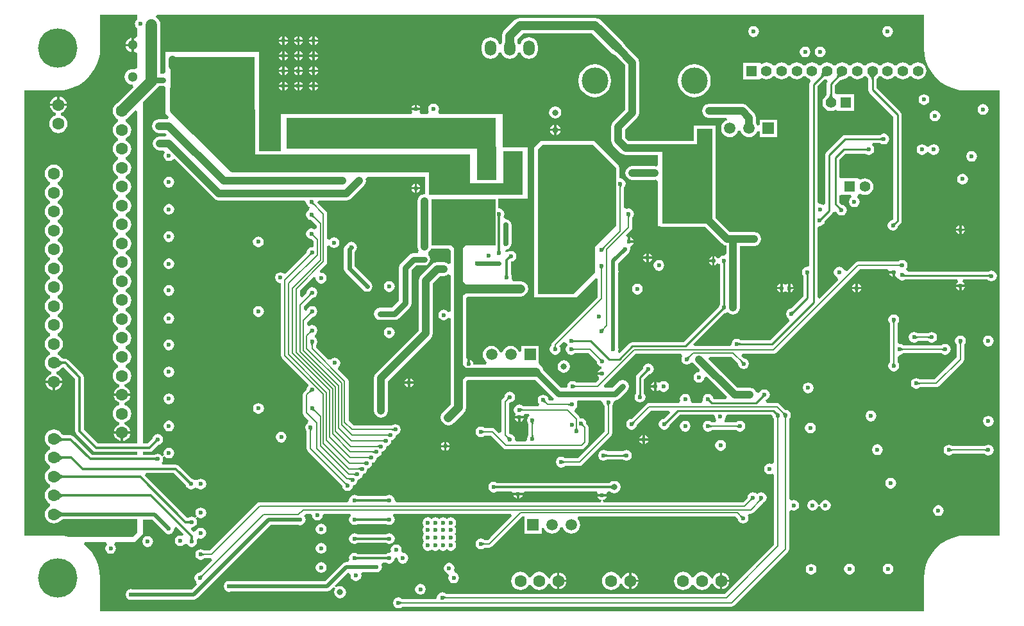
<source format=gbl>
G04*
G04 #@! TF.GenerationSoftware,Altium Limited,Altium Designer,21.6.1 (37)*
G04*
G04 Layer_Physical_Order=4*
G04 Layer_Color=16711680*
%FSLAX44Y44*%
%MOMM*%
G71*
G04*
G04 #@! TF.SameCoordinates,38397863-0F1A-4956-A7FE-9114BFC2A937*
G04*
G04*
G04 #@! TF.FilePolarity,Positive*
G04*
G01*
G75*
%ADD11C,0.2500*%
%ADD12C,0.2000*%
%ADD13C,0.5000*%
%ADD15C,0.3000*%
%ADD16C,0.6000*%
%ADD82C,0.8000*%
%ADD88C,0.6000*%
%ADD89C,5.2000*%
%ADD90C,3.5000*%
%ADD91C,1.4000*%
%ADD92R,1.4000X1.4000*%
%ADD93R,1.5000X1.5000*%
%ADD94C,1.5000*%
%ADD95O,1.5000X2.0000*%
%ADD96C,1.6000*%
%ADD98C,1.3000*%
%ADD99C,0.8000*%
%ADD100C,0.7000*%
%ADD101C,1.0000*%
%ADD102C,1.5000*%
%ADD103C,1.2000*%
%ADD165R,8.4250X6.2000*%
%ADD166R,4.3000X2.3000*%
%ADD167R,24.4000X2.4000*%
%ADD168R,27.7000X4.1000*%
%ADD169R,11.0000X7.4000*%
%ADD170R,3.3500X8.0000*%
%ADD171R,2.1000X3.0000*%
%ADD172R,5.5000X2.4000*%
%ADD173R,10.0000X1.6000*%
%ADD174R,2.6000X5.8000*%
%ADD175R,2.5000X4.4000*%
%ADD176R,6.7000X10.5000*%
G36*
X155000Y787754D02*
X154008Y786992D01*
X152886Y785530D01*
X152180Y783827D01*
X151940Y782000D01*
X152180Y780173D01*
X152886Y778470D01*
X154008Y777008D01*
X155000Y776246D01*
Y765009D01*
X152000Y763040D01*
X151480Y763255D01*
X150500Y763384D01*
Y754000D01*
Y744615D01*
X151480Y744744D01*
X152000Y744960D01*
X155000Y742991D01*
X155000Y724127D01*
X152000Y722122D01*
X151741Y722230D01*
X149000Y722591D01*
X146259Y722230D01*
X143705Y721172D01*
X141511Y719489D01*
X139828Y717295D01*
X138770Y714741D01*
X138409Y712000D01*
X138770Y709259D01*
X139828Y706705D01*
X141511Y704511D01*
X143705Y702828D01*
X146259Y701770D01*
X148791Y701437D01*
X149234Y700812D01*
X150128Y698532D01*
X129170Y677574D01*
X128948Y677482D01*
X126441Y675558D01*
X124518Y673052D01*
X123309Y670133D01*
X122896Y667000D01*
X123309Y663867D01*
X124518Y660948D01*
X126441Y658441D01*
X128948Y656518D01*
X129901Y656124D01*
Y652876D01*
X128948Y652482D01*
X126441Y650558D01*
X124518Y648052D01*
X123309Y645133D01*
X122896Y642000D01*
X123309Y638867D01*
X124518Y635948D01*
X126441Y633442D01*
X128948Y631518D01*
X129901Y631124D01*
Y627876D01*
X128948Y627482D01*
X126441Y625559D01*
X124518Y623052D01*
X123309Y620133D01*
X122896Y617000D01*
X123309Y613867D01*
X124518Y610948D01*
X126441Y608442D01*
X128948Y606518D01*
X129901Y606124D01*
Y602876D01*
X128948Y602482D01*
X126441Y600559D01*
X124518Y598052D01*
X123309Y595133D01*
X122896Y592000D01*
X123309Y588867D01*
X124518Y585948D01*
X126441Y583442D01*
X128948Y581518D01*
X129901Y581124D01*
Y577876D01*
X128948Y577482D01*
X126441Y575559D01*
X124518Y573052D01*
X123309Y570133D01*
X122896Y567000D01*
X123309Y563867D01*
X124518Y560948D01*
X126441Y558442D01*
X128948Y556518D01*
X129901Y556124D01*
Y552876D01*
X128948Y552482D01*
X126441Y550559D01*
X124518Y548052D01*
X123309Y545133D01*
X122896Y542000D01*
X123309Y538867D01*
X124518Y535948D01*
X126441Y533442D01*
X128948Y531518D01*
X129901Y531124D01*
Y527876D01*
X128948Y527482D01*
X126441Y525559D01*
X124518Y523052D01*
X123309Y520133D01*
X122896Y517000D01*
X123309Y513867D01*
X124518Y510948D01*
X126441Y508442D01*
X128948Y506518D01*
X129901Y506124D01*
Y502876D01*
X128948Y502482D01*
X126441Y500559D01*
X124518Y498052D01*
X123309Y495133D01*
X122896Y492000D01*
X123309Y488867D01*
X124518Y485948D01*
X126441Y483442D01*
X128948Y481518D01*
X129901Y481124D01*
Y477876D01*
X128948Y477482D01*
X126441Y475559D01*
X124518Y473052D01*
X123309Y470133D01*
X122896Y467000D01*
X123309Y463867D01*
X124518Y460948D01*
X126441Y458442D01*
X128948Y456518D01*
X129901Y456124D01*
Y452876D01*
X128948Y452482D01*
X126441Y450559D01*
X124518Y448052D01*
X123309Y445133D01*
X122896Y442000D01*
X123309Y438867D01*
X124518Y435948D01*
X126441Y433442D01*
X128948Y431518D01*
X129901Y431124D01*
Y427876D01*
X128948Y427482D01*
X126441Y425559D01*
X124518Y423052D01*
X123309Y420133D01*
X122896Y417000D01*
X123309Y413867D01*
X124518Y410948D01*
X126441Y408442D01*
X128948Y406518D01*
X129901Y406124D01*
Y402876D01*
X128948Y402482D01*
X126441Y400559D01*
X124518Y398052D01*
X123309Y395133D01*
X122896Y392000D01*
X123309Y388867D01*
X124518Y385948D01*
X126441Y383442D01*
X128948Y381518D01*
X129901Y381124D01*
Y377876D01*
X128948Y377482D01*
X126441Y375559D01*
X124518Y373052D01*
X123309Y370133D01*
X122896Y367000D01*
X123309Y363867D01*
X124518Y360948D01*
X126441Y358442D01*
X128948Y356518D01*
X129901Y356124D01*
Y352876D01*
X128948Y352482D01*
X126441Y350559D01*
X124518Y348052D01*
X123309Y345133D01*
X122896Y342000D01*
X123309Y338867D01*
X124518Y335948D01*
X126441Y333442D01*
X128948Y331518D01*
X129901Y331124D01*
Y327876D01*
X128948Y327482D01*
X126441Y325559D01*
X124518Y323052D01*
X123309Y320133D01*
X122896Y317000D01*
X123309Y313867D01*
X124518Y310948D01*
X126441Y308442D01*
X128948Y306518D01*
X131406Y305500D01*
X131447Y305343D01*
X131591Y303714D01*
X131363Y302400D01*
X129453Y301609D01*
X127155Y299845D01*
X125392Y297547D01*
X124283Y294872D01*
X124103Y293500D01*
X135000D01*
X145897D01*
X145717Y294872D01*
X144608Y297547D01*
X142845Y299845D01*
X140547Y301609D01*
X138637Y302400D01*
X138409Y303714D01*
X138553Y305343D01*
X138594Y305500D01*
X141052Y306518D01*
X143559Y308442D01*
X145482Y310948D01*
X146691Y313867D01*
X147104Y317000D01*
X146691Y320133D01*
X145482Y323052D01*
X143559Y325559D01*
X141052Y327482D01*
X140099Y327876D01*
Y331124D01*
X141052Y331518D01*
X143559Y333442D01*
X145482Y335948D01*
X146691Y338867D01*
X147104Y342000D01*
X146691Y345133D01*
X145482Y348052D01*
X143559Y350559D01*
X141052Y352482D01*
X140099Y352876D01*
Y356124D01*
X141052Y356518D01*
X143559Y358442D01*
X145482Y360948D01*
X146691Y363867D01*
X147104Y367000D01*
X146691Y370133D01*
X145482Y373052D01*
X143559Y375559D01*
X141052Y377482D01*
X140099Y377876D01*
Y381124D01*
X141052Y381518D01*
X143559Y383442D01*
X145482Y385948D01*
X146691Y388867D01*
X147104Y392000D01*
X146691Y395133D01*
X145482Y398052D01*
X143559Y400559D01*
X141052Y402482D01*
X140099Y402876D01*
Y406124D01*
X141052Y406518D01*
X143559Y408442D01*
X145482Y410948D01*
X146691Y413867D01*
X147104Y417000D01*
X146691Y420133D01*
X145482Y423052D01*
X143559Y425559D01*
X141052Y427482D01*
X140099Y427876D01*
Y431124D01*
X141052Y431518D01*
X143559Y433442D01*
X145482Y435948D01*
X146691Y438867D01*
X147104Y442000D01*
X146691Y445133D01*
X145482Y448052D01*
X143559Y450559D01*
X141052Y452482D01*
X140099Y452876D01*
Y456124D01*
X141052Y456518D01*
X143559Y458442D01*
X145482Y460948D01*
X146691Y463867D01*
X147104Y467000D01*
X146691Y470133D01*
X145482Y473052D01*
X143559Y475559D01*
X141052Y477482D01*
X140099Y477876D01*
Y481124D01*
X141052Y481518D01*
X143559Y483442D01*
X145482Y485948D01*
X146691Y488867D01*
X147104Y492000D01*
X146691Y495133D01*
X145482Y498052D01*
X143559Y500559D01*
X141052Y502482D01*
X140099Y502876D01*
Y506124D01*
X141052Y506518D01*
X143559Y508442D01*
X145482Y510948D01*
X146691Y513867D01*
X147104Y517000D01*
X146691Y520133D01*
X145482Y523052D01*
X143559Y525559D01*
X141052Y527482D01*
X140099Y527876D01*
Y531124D01*
X141052Y531518D01*
X143559Y533442D01*
X145482Y535948D01*
X146691Y538867D01*
X147104Y542000D01*
X146691Y545133D01*
X145482Y548052D01*
X143559Y550559D01*
X141052Y552482D01*
X140099Y552876D01*
Y556124D01*
X141052Y556518D01*
X143559Y558442D01*
X145482Y560948D01*
X146691Y563867D01*
X147104Y567000D01*
X146691Y570133D01*
X145482Y573052D01*
X143559Y575559D01*
X141052Y577482D01*
X140099Y577876D01*
Y581124D01*
X141052Y581518D01*
X143559Y583442D01*
X145482Y585948D01*
X146691Y588867D01*
X147104Y592000D01*
X146691Y595133D01*
X145482Y598052D01*
X143559Y600559D01*
X141052Y602482D01*
X140099Y602876D01*
Y606124D01*
X141052Y606518D01*
X143559Y608442D01*
X145482Y610948D01*
X146691Y613867D01*
X147104Y617000D01*
X146691Y620133D01*
X145482Y623052D01*
X143559Y625559D01*
X141052Y627482D01*
X140099Y627876D01*
Y631124D01*
X141052Y631518D01*
X143559Y633442D01*
X145482Y635948D01*
X146691Y638867D01*
X147104Y642000D01*
X146691Y645133D01*
X145482Y648052D01*
X143559Y650558D01*
X141052Y652482D01*
X140099Y652876D01*
Y656124D01*
X141052Y656518D01*
X143559Y658441D01*
X145482Y660948D01*
X145574Y661170D01*
X152228Y667824D01*
X155000Y666676D01*
X155000Y227787D01*
X103143D01*
X84608Y246323D01*
Y315000D01*
X84181Y317146D01*
X82965Y318965D01*
X63965Y337965D01*
X62146Y339181D01*
X60000Y339608D01*
X57522D01*
X57467Y339619D01*
X57241Y339691D01*
X56926Y339828D01*
X56529Y340042D01*
X56060Y340342D01*
X55568Y340703D01*
X54271Y341822D01*
X53673Y342410D01*
X53559Y342559D01*
X51052Y344482D01*
X50100Y344876D01*
Y348124D01*
X51052Y348518D01*
X53559Y350442D01*
X55482Y352948D01*
X56691Y355867D01*
X57104Y359000D01*
X56691Y362133D01*
X55482Y365052D01*
X53559Y367559D01*
X51052Y369482D01*
X50100Y369876D01*
Y373124D01*
X51052Y373518D01*
X53559Y375442D01*
X55482Y377948D01*
X56691Y380867D01*
X57104Y384000D01*
X56691Y387133D01*
X55482Y390052D01*
X53559Y392559D01*
X51052Y394482D01*
X50100Y394876D01*
Y398124D01*
X51052Y398518D01*
X53559Y400442D01*
X55482Y402948D01*
X56691Y405867D01*
X57104Y409000D01*
X56691Y412133D01*
X55482Y415052D01*
X53559Y417559D01*
X51052Y419482D01*
X50100Y419876D01*
Y423124D01*
X51052Y423518D01*
X53559Y425442D01*
X55482Y427948D01*
X56691Y430867D01*
X57104Y434000D01*
X56691Y437133D01*
X55482Y440052D01*
X53559Y442559D01*
X51052Y444482D01*
X50100Y444876D01*
Y448124D01*
X51052Y448518D01*
X53559Y450442D01*
X55482Y452948D01*
X56691Y455867D01*
X57104Y459000D01*
X56691Y462133D01*
X55482Y465052D01*
X53559Y467559D01*
X51052Y469482D01*
X50100Y469876D01*
Y473124D01*
X51052Y473518D01*
X53559Y475442D01*
X55482Y477948D01*
X56691Y480867D01*
X57104Y484000D01*
X56691Y487133D01*
X55482Y490052D01*
X53559Y492559D01*
X51052Y494482D01*
X50100Y494876D01*
Y498124D01*
X51052Y498518D01*
X53559Y500442D01*
X55482Y502948D01*
X56691Y505867D01*
X57104Y509000D01*
X56691Y512133D01*
X55482Y515052D01*
X53559Y517559D01*
X51052Y519482D01*
X50100Y519876D01*
Y523124D01*
X51052Y523518D01*
X53559Y525442D01*
X55482Y527948D01*
X56691Y530867D01*
X57104Y534000D01*
X56691Y537133D01*
X55482Y540052D01*
X53559Y542559D01*
X51052Y544482D01*
X50100Y544876D01*
Y548124D01*
X51052Y548518D01*
X53559Y550442D01*
X55482Y552948D01*
X56691Y555867D01*
X57104Y559000D01*
X56691Y562133D01*
X55482Y565052D01*
X53559Y567559D01*
X51052Y569482D01*
X50100Y569876D01*
Y573124D01*
X51052Y573518D01*
X53559Y575442D01*
X55482Y577948D01*
X56691Y580867D01*
X57104Y584000D01*
X56691Y587133D01*
X55482Y590052D01*
X53559Y592559D01*
X51052Y594482D01*
X48133Y595691D01*
X45000Y596104D01*
X41867Y595691D01*
X38948Y594482D01*
X36442Y592559D01*
X34518Y590052D01*
X33309Y587133D01*
X32896Y584000D01*
X33309Y580867D01*
X34518Y577948D01*
X36442Y575442D01*
X38948Y573518D01*
X39901Y573124D01*
Y569876D01*
X38948Y569482D01*
X36442Y567559D01*
X34518Y565052D01*
X33309Y562133D01*
X32896Y559000D01*
X33309Y555867D01*
X34518Y552948D01*
X36442Y550442D01*
X38948Y548518D01*
X39901Y548124D01*
Y544876D01*
X38948Y544482D01*
X36442Y542559D01*
X34518Y540052D01*
X33309Y537133D01*
X32896Y534000D01*
X33309Y530867D01*
X34518Y527948D01*
X36442Y525442D01*
X38948Y523518D01*
X39901Y523124D01*
Y519876D01*
X38948Y519482D01*
X36442Y517559D01*
X34518Y515052D01*
X33309Y512133D01*
X32896Y509000D01*
X33309Y505867D01*
X34518Y502948D01*
X36442Y500442D01*
X38948Y498518D01*
X39901Y498124D01*
Y494876D01*
X38948Y494482D01*
X36442Y492559D01*
X34518Y490052D01*
X33309Y487133D01*
X32896Y484000D01*
X33309Y480867D01*
X34518Y477948D01*
X36442Y475442D01*
X38948Y473518D01*
X39901Y473124D01*
Y469876D01*
X38948Y469482D01*
X36442Y467559D01*
X34518Y465052D01*
X33309Y462133D01*
X32896Y459000D01*
X33309Y455867D01*
X34518Y452948D01*
X36442Y450442D01*
X38948Y448518D01*
X39901Y448124D01*
Y444876D01*
X38948Y444482D01*
X36442Y442559D01*
X34518Y440052D01*
X33309Y437133D01*
X32896Y434000D01*
X33309Y430867D01*
X34518Y427948D01*
X36442Y425442D01*
X38948Y423518D01*
X39901Y423124D01*
Y419876D01*
X38948Y419482D01*
X36442Y417559D01*
X34518Y415052D01*
X33309Y412133D01*
X32896Y409000D01*
X33309Y405867D01*
X34518Y402948D01*
X36442Y400442D01*
X38948Y398518D01*
X39901Y398124D01*
Y394876D01*
X38948Y394482D01*
X36442Y392559D01*
X34518Y390052D01*
X33309Y387133D01*
X32896Y384000D01*
X33309Y380867D01*
X34518Y377948D01*
X36442Y375442D01*
X38948Y373518D01*
X39901Y373124D01*
Y369876D01*
X38948Y369482D01*
X36442Y367559D01*
X34518Y365052D01*
X33309Y362133D01*
X32896Y359000D01*
X33309Y355867D01*
X34518Y352948D01*
X36442Y350442D01*
X38948Y348518D01*
X39901Y348124D01*
Y344876D01*
X38948Y344482D01*
X36442Y342559D01*
X34518Y340052D01*
X33309Y337133D01*
X32896Y334000D01*
X33309Y330867D01*
X34518Y327948D01*
X36442Y325442D01*
X38948Y323518D01*
X41406Y322500D01*
X41447Y322343D01*
X41591Y320714D01*
X41363Y319400D01*
X39453Y318608D01*
X37155Y316845D01*
X35391Y314548D01*
X34283Y311872D01*
X34103Y310500D01*
X45000D01*
X55897D01*
X55717Y311872D01*
X54608Y314548D01*
X52845Y316845D01*
X50547Y318608D01*
X48637Y319400D01*
X48409Y320714D01*
X48553Y322343D01*
X48594Y322500D01*
X51052Y323518D01*
X53559Y325442D01*
X53659Y325572D01*
X54974Y326813D01*
X55527Y327268D01*
X56059Y327658D01*
X56529Y327958D01*
X56926Y328172D01*
X57241Y328309D01*
X57467Y328381D01*
X57522Y328392D01*
X57677D01*
X73392Y312677D01*
Y244000D01*
X73819Y241854D01*
X75035Y240035D01*
X96855Y218214D01*
X98674Y216999D01*
X100820Y216572D01*
X155000D01*
Y212608D01*
X95323D01*
X70965Y236965D01*
X69146Y238181D01*
X67000Y238608D01*
X57645D01*
X57611Y238615D01*
X57445Y238672D01*
X57210Y238784D01*
X56906Y238970D01*
X56539Y239242D01*
X56166Y239568D01*
X55112Y240690D01*
X54556Y241386D01*
X54279Y241620D01*
X53559Y242558D01*
X51052Y244482D01*
X48133Y245691D01*
X45000Y246103D01*
X41867Y245691D01*
X38948Y244482D01*
X36442Y242558D01*
X34518Y240052D01*
X33309Y237133D01*
X32896Y234000D01*
X33309Y230867D01*
X34518Y227948D01*
X36442Y225441D01*
X38948Y223518D01*
X39901Y223124D01*
Y219876D01*
X38948Y219482D01*
X36442Y217558D01*
X34518Y215052D01*
X33309Y212133D01*
X32896Y209000D01*
X33309Y205867D01*
X34518Y202948D01*
X36442Y200441D01*
X38948Y198518D01*
X39901Y198124D01*
Y194876D01*
X38948Y194482D01*
X36442Y192558D01*
X34518Y190052D01*
X33309Y187133D01*
X32896Y184000D01*
X33309Y180867D01*
X34518Y177948D01*
X36442Y175441D01*
X38948Y173518D01*
X39901Y173124D01*
Y169876D01*
X38948Y169482D01*
X36442Y167558D01*
X34518Y165052D01*
X33309Y162133D01*
X32896Y159000D01*
X33309Y155867D01*
X34518Y152948D01*
X36442Y150442D01*
X38948Y148518D01*
X39901Y148124D01*
Y144876D01*
X38948Y144482D01*
X36442Y142558D01*
X34518Y140052D01*
X33309Y137133D01*
X32896Y134000D01*
X33309Y130867D01*
X34518Y127948D01*
X36442Y125442D01*
X38948Y123518D01*
X41867Y122309D01*
X45000Y121896D01*
X48133Y122309D01*
X51052Y123518D01*
X53559Y125442D01*
X53665Y125580D01*
X54055Y125955D01*
X54470Y126304D01*
X54869Y126595D01*
X55252Y126832D01*
X55619Y127021D01*
X55975Y127168D01*
X56323Y127278D01*
X56672Y127355D01*
X57028Y127402D01*
X57574Y127425D01*
X57650Y127444D01*
X155000D01*
Y110000D01*
X149000Y104000D01*
X65138D01*
X64525Y104208D01*
X57325Y105640D01*
X50000Y106120D01*
Y106117D01*
X6118D01*
Y693883D01*
X50000D01*
Y693880D01*
X57325Y694360D01*
X64525Y695792D01*
X71476Y698152D01*
X78060Y701398D01*
X84164Y705477D01*
X89683Y710317D01*
X94523Y715836D01*
X98602Y721940D01*
X101848Y728524D01*
X104208Y735475D01*
X105640Y742675D01*
X106120Y750000D01*
X106117D01*
Y793883D01*
X155000D01*
Y787754D01*
D02*
G37*
G36*
X653184Y756691D02*
X640816D01*
X640851Y756786D01*
X640882Y757072D01*
X640934Y758215D01*
X641000Y766213D01*
X653000D01*
X653184Y756691D01*
D02*
G37*
G36*
X1065930Y713000D02*
X1064941Y712992D01*
X1063164Y712867D01*
X1062375Y712749D01*
X1061653Y712595D01*
X1060998Y712404D01*
X1060409Y712177D01*
X1059887Y711913D01*
X1059432Y711613D01*
X1059044Y711276D01*
X1057276Y713044D01*
X1057613Y713432D01*
X1057913Y713887D01*
X1058177Y714409D01*
X1058404Y714998D01*
X1058595Y715653D01*
X1058749Y716375D01*
X1058867Y717164D01*
X1058948Y718019D01*
X1059000Y719930D01*
X1065930Y713000D01*
D02*
G37*
G36*
X1087346Y713130D02*
X1086280Y712910D01*
X1082828Y711948D01*
X1082168Y711688D01*
X1081588Y711420D01*
X1081090Y711144D01*
X1080673Y710861D01*
X1080337Y710569D01*
X1078198Y711966D01*
X1078560Y712383D01*
X1078862Y712854D01*
X1079106Y713377D01*
X1079291Y713953D01*
X1079417Y714582D01*
X1079483Y715264D01*
X1079491Y715998D01*
X1079439Y716785D01*
X1079328Y717625D01*
X1079159Y718517D01*
X1087346Y713130D01*
D02*
G37*
G36*
X1130207Y714296D02*
X1129038Y712950D01*
X1128564Y712309D01*
X1128163Y711690D01*
X1127834Y711092D01*
X1127579Y710515D01*
X1127396Y709959D01*
X1127287Y709425D01*
X1127250Y708913D01*
X1124750Y708913D01*
X1124714Y709425D01*
X1124604Y709959D01*
X1124421Y710515D01*
X1124166Y711092D01*
X1123838Y711690D01*
X1123436Y712309D01*
X1122962Y712950D01*
X1122414Y713613D01*
X1121100Y715001D01*
X1130900Y715001D01*
X1130207Y714296D01*
D02*
G37*
G36*
X1193882Y750000D02*
X1193827D01*
X1194518Y741213D01*
X1196576Y732642D01*
X1199949Y724498D01*
X1204555Y716982D01*
X1210280Y710280D01*
X1216982Y704555D01*
X1224498Y699949D01*
X1232642Y696576D01*
X1241213Y694518D01*
X1250000Y693827D01*
Y693883D01*
X1293882D01*
Y106117D01*
X1250000D01*
Y106173D01*
X1241213Y105482D01*
X1232642Y103424D01*
X1224498Y100051D01*
X1216982Y95445D01*
X1210280Y89720D01*
X1204555Y83018D01*
X1199949Y75502D01*
X1196576Y67358D01*
X1194518Y58787D01*
X1193827Y50000D01*
X1193882D01*
Y6118D01*
X106117D01*
Y50000D01*
X106173D01*
X105482Y58787D01*
X103424Y67358D01*
X100051Y75502D01*
X95445Y83018D01*
X89720Y89720D01*
X84710Y94000D01*
X85817Y97000D01*
X113973D01*
X114953Y94047D01*
X113406Y91731D01*
X112863Y89000D01*
X113406Y86269D01*
X114953Y83953D01*
X117269Y82406D01*
X120000Y81863D01*
X122731Y82406D01*
X125047Y83953D01*
X126594Y86269D01*
X127137Y89000D01*
X126594Y91731D01*
X125047Y94047D01*
X126027Y97000D01*
X150484D01*
X151556Y97444D01*
X162556Y108444D01*
X163000Y109516D01*
Y127373D01*
X175255D01*
X190501Y112126D01*
X191953Y109953D01*
X194269Y108406D01*
X197000Y107863D01*
X199731Y108406D01*
X202047Y109953D01*
X203594Y112269D01*
X204137Y115000D01*
X203966Y115861D01*
X206731Y117339D01*
X215878Y108192D01*
X215665Y107710D01*
X214109Y105718D01*
X212000Y106137D01*
X209269Y105594D01*
X206953Y104047D01*
X205406Y101731D01*
X204863Y99000D01*
X205406Y96269D01*
X206953Y93953D01*
X209269Y92406D01*
X212000Y91863D01*
X214731Y92406D01*
X217047Y93953D01*
X217499Y94630D01*
X218237Y94793D01*
X220970Y94425D01*
X221953Y92953D01*
X224269Y91406D01*
X227000Y90863D01*
X229731Y91406D01*
X232047Y92953D01*
X233594Y95269D01*
X234137Y98000D01*
X233627Y100563D01*
X234007Y101067D01*
X235933Y102631D01*
X236269Y102406D01*
X239000Y101863D01*
X241731Y102406D01*
X244047Y103953D01*
X245594Y106269D01*
X246137Y109000D01*
X245594Y111731D01*
X244047Y114047D01*
X241731Y115594D01*
X239000Y116137D01*
X236269Y115594D01*
X233953Y114047D01*
X232406Y111731D01*
X229157Y110774D01*
X225910Y114021D01*
X226647Y115944D01*
X227259Y116914D01*
X229731Y117406D01*
X232047Y118953D01*
X233594Y121269D01*
X234137Y124000D01*
X233594Y126731D01*
X232563Y128274D01*
X234726Y130437D01*
X236269Y129406D01*
X239000Y128863D01*
X241731Y129406D01*
X244047Y130953D01*
X245594Y133269D01*
X246137Y136000D01*
X245594Y138731D01*
X244047Y141047D01*
X241731Y142594D01*
X239000Y143137D01*
X236269Y142594D01*
X233953Y141047D01*
X232406Y138731D01*
X231863Y136000D01*
X232406Y133269D01*
X233437Y131726D01*
X231274Y129563D01*
X229731Y130594D01*
X227000Y131137D01*
X224269Y130594D01*
X222793Y129608D01*
X221323D01*
X165538Y185392D01*
X166781Y188392D01*
X203677D01*
X219060Y173010D01*
X219406Y171269D01*
X220953Y168953D01*
X223269Y167406D01*
X226000Y166863D01*
X228731Y167406D01*
X230562Y168629D01*
X232500Y168923D01*
X234438Y168629D01*
X236269Y167406D01*
X239000Y166863D01*
X241731Y167406D01*
X244047Y168953D01*
X245594Y171269D01*
X246137Y174000D01*
X245594Y176731D01*
X244047Y179047D01*
X241731Y180594D01*
X239000Y181137D01*
X236269Y180594D01*
X234438Y179371D01*
X232500Y179077D01*
X230562Y179371D01*
X228731Y180594D01*
X226990Y180940D01*
X209965Y197965D01*
X208146Y199181D01*
X206000Y199608D01*
X188813D01*
X188279Y200317D01*
X187484Y202608D01*
X188594Y204269D01*
X189137Y207000D01*
X188594Y209731D01*
X191131Y211184D01*
X191953Y209953D01*
X194269Y208406D01*
X197000Y207863D01*
X199731Y208406D01*
X202047Y209953D01*
X203594Y212269D01*
X204137Y215000D01*
X203594Y217731D01*
X202047Y220047D01*
X199731Y221594D01*
X197000Y222137D01*
X194269Y221594D01*
X191953Y220047D01*
X190406Y217731D01*
X189863Y215000D01*
X190406Y212269D01*
X187869Y210816D01*
X187047Y212047D01*
X184731Y213594D01*
X182000Y214137D01*
X179269Y213594D01*
X177793Y212608D01*
X163000D01*
Y216572D01*
X171180D01*
X173326Y216999D01*
X175145Y218214D01*
X182990Y226060D01*
X184731Y226406D01*
X187047Y227953D01*
X188594Y230269D01*
X189137Y233000D01*
X188594Y235731D01*
X187047Y238047D01*
X184731Y239594D01*
X182000Y240137D01*
X179269Y239594D01*
X176953Y238047D01*
X175406Y235731D01*
X175060Y233990D01*
X168857Y227787D01*
X163000D01*
Y678597D01*
X182202Y697798D01*
X183771Y699843D01*
X189000D01*
X189681Y699979D01*
X192000Y698076D01*
Y664000D01*
X196824Y659176D01*
X195581Y656176D01*
X184000D01*
X180488Y655478D01*
X177511Y653489D01*
X175522Y650512D01*
X174824Y647000D01*
X175522Y643488D01*
X177511Y640511D01*
X180488Y638522D01*
X184000Y637824D01*
X192574D01*
X194004Y636011D01*
X192751Y633176D01*
X185000D01*
X181488Y632478D01*
X178511Y630489D01*
X176522Y627512D01*
X175824Y624000D01*
X176522Y620488D01*
X178511Y617511D01*
X181488Y615522D01*
X185000Y614824D01*
X189624D01*
X191136Y611824D01*
X190406Y610731D01*
X189863Y608000D01*
X190406Y605269D01*
X191953Y602953D01*
X194269Y601406D01*
X197000Y600863D01*
X199731Y601406D01*
X202047Y602953D01*
X204798Y603224D01*
X256511Y551511D01*
X259488Y549522D01*
X263000Y548824D01*
X376366D01*
X377863Y547000D01*
X378406Y544269D01*
X379953Y541953D01*
X382269Y540406D01*
X382532Y540354D01*
X382765Y539751D01*
X382269Y536594D01*
X379953Y535047D01*
X378406Y532731D01*
X377863Y530000D01*
X378406Y527269D01*
X379953Y524953D01*
X382269Y523406D01*
X384910Y522881D01*
X391902Y515888D01*
Y512259D01*
X388902Y510812D01*
X387731Y511594D01*
X385000Y512137D01*
X382269Y511594D01*
X379953Y510047D01*
X378406Y507731D01*
X377863Y505000D01*
X378406Y502269D01*
X379953Y499953D01*
X382269Y498406D01*
X384910Y497881D01*
X387902Y494888D01*
Y488698D01*
X386000Y487137D01*
X383269Y486594D01*
X380953Y485047D01*
X379406Y482731D01*
X378881Y480090D01*
X377513Y478722D01*
X377513Y478722D01*
X350465Y451675D01*
X349304Y451789D01*
X346989Y453336D01*
X344257Y453880D01*
X341526Y453336D01*
X339211Y451789D01*
X337663Y449474D01*
X337120Y446743D01*
X337663Y444011D01*
X339211Y441696D01*
X341526Y440149D01*
X344257Y439605D01*
X344902Y439076D01*
Y344000D01*
X345290Y342049D01*
X346395Y340395D01*
X381114Y305677D01*
X380953Y304047D01*
X379406Y301731D01*
X378881Y299090D01*
X375395Y295605D01*
X374290Y293951D01*
X373902Y292000D01*
Y268000D01*
X374290Y266049D01*
X375395Y264395D01*
X381370Y258420D01*
X380521Y255027D01*
X379053Y254047D01*
X377506Y251731D01*
X376963Y249000D01*
X377506Y246269D01*
X379002Y244030D01*
Y220899D01*
X379390Y218948D01*
X380495Y217294D01*
X425880Y171909D01*
X426405Y169268D01*
X427952Y166953D01*
X430268Y165406D01*
X432999Y164862D01*
X435730Y165406D01*
X438046Y166953D01*
X439593Y169268D01*
X440136Y172000D01*
X440054Y172413D01*
X442030Y172806D01*
X444346Y174353D01*
X445893Y176668D01*
X446436Y179400D01*
X446354Y179813D01*
X448330Y180206D01*
X450646Y181753D01*
X452193Y184068D01*
X452736Y186800D01*
X452654Y187213D01*
X454631Y187606D01*
X456946Y189153D01*
X458493Y191468D01*
X459036Y194200D01*
X458954Y194613D01*
X460931Y195006D01*
X463246Y196553D01*
X464793Y198868D01*
X465336Y201600D01*
X465254Y202013D01*
X467231Y202406D01*
X469546Y203953D01*
X471093Y206268D01*
X471637Y209000D01*
X471554Y209413D01*
X473531Y209806D01*
X475846Y211353D01*
X477393Y213668D01*
X477937Y216400D01*
X477854Y216813D01*
X479831Y217206D01*
X482146Y218753D01*
X483693Y221068D01*
X484237Y223800D01*
X484155Y224213D01*
X486131Y224606D01*
X488446Y226153D01*
X489994Y228468D01*
X490537Y231200D01*
X490455Y231613D01*
X492431Y232006D01*
X494746Y233553D01*
X496293Y235868D01*
X496837Y238600D01*
X496755Y239013D01*
X498731Y239406D01*
X501046Y240953D01*
X502594Y243269D01*
X503137Y246000D01*
X502594Y248731D01*
X501046Y251047D01*
X498731Y252594D01*
X496000Y253137D01*
X493269Y252594D01*
X491030Y251098D01*
X441112D01*
X434098Y258112D01*
Y310000D01*
X433710Y311951D01*
X432605Y313605D01*
X420447Y325763D01*
X420741Y328749D01*
X421047Y328953D01*
X422594Y331269D01*
X423137Y334000D01*
X422594Y336731D01*
X421047Y339047D01*
X418731Y340594D01*
X416000Y341137D01*
X413269Y340594D01*
X410953Y339047D01*
X410749Y338741D01*
X407763Y338446D01*
X391098Y355112D01*
Y357030D01*
X392594Y359269D01*
X393137Y362000D01*
X392594Y364731D01*
X391047Y367047D01*
X389900Y367813D01*
Y371187D01*
X391047Y371953D01*
X392594Y374269D01*
X393137Y377000D01*
X392594Y379731D01*
X391047Y382047D01*
X388731Y383594D01*
X386000Y384137D01*
X383269Y383594D01*
X382098Y382812D01*
X379098Y384259D01*
Y387888D01*
X386091Y394881D01*
X388731Y395406D01*
X391047Y396953D01*
X392594Y399269D01*
X393137Y402000D01*
X392594Y404731D01*
X391047Y407047D01*
X388731Y408594D01*
X386000Y409137D01*
X383269Y408594D01*
X380953Y407047D01*
X379406Y404731D01*
X379196Y403673D01*
X378098Y403009D01*
X375098Y404701D01*
Y408888D01*
X386090Y419881D01*
X388731Y420406D01*
X391047Y421953D01*
X392594Y424269D01*
X393137Y427000D01*
X392594Y429731D01*
X391047Y432047D01*
X388731Y433594D01*
X386000Y434137D01*
X383269Y433594D01*
X380953Y432047D01*
X379406Y429731D01*
X378881Y427090D01*
X372870Y421079D01*
X370098Y422227D01*
Y429888D01*
X388200Y447990D01*
X390965Y446513D01*
X390863Y446000D01*
X391406Y443269D01*
X392953Y440953D01*
X395269Y439406D01*
X398000Y438863D01*
X400731Y439406D01*
X403047Y440953D01*
X404594Y443269D01*
X405137Y446000D01*
X404594Y448731D01*
X403047Y451047D01*
X400731Y452594D01*
X398000Y453137D01*
X397487Y453035D01*
X396010Y455800D01*
X404605Y464395D01*
X405710Y466049D01*
X406098Y468000D01*
Y488286D01*
X409098Y489196D01*
X409928Y487953D01*
X412244Y486406D01*
X414975Y485863D01*
X417706Y486406D01*
X420022Y487953D01*
X421569Y490269D01*
X422112Y493000D01*
X421569Y495731D01*
X420022Y498047D01*
X417706Y499594D01*
X414975Y500137D01*
X412244Y499594D01*
X409928Y498047D01*
X409098Y496804D01*
X406098Y497714D01*
Y531000D01*
X405710Y532951D01*
X404605Y534605D01*
X393386Y545824D01*
X394628Y548824D01*
X431000D01*
X434512Y549522D01*
X437489Y551511D01*
X454489Y568511D01*
X456478Y571488D01*
X457176Y575000D01*
X456778Y577000D01*
X458817Y580000D01*
X535000D01*
Y557997D01*
X534000Y557176D01*
X530488Y556478D01*
X527511Y554489D01*
X525522Y551512D01*
X524824Y548000D01*
Y488000D01*
X525522Y484488D01*
X527080Y482157D01*
X526299Y479889D01*
X525751Y479157D01*
X520000D01*
X516879Y478536D01*
X514232Y476768D01*
X503232Y465768D01*
X501464Y463121D01*
X500843Y460000D01*
Y416379D01*
X491621Y407157D01*
X476000D01*
X472879Y406536D01*
X470232Y404768D01*
X468464Y402121D01*
X467843Y399000D01*
X468464Y395879D01*
X470232Y393232D01*
X472879Y391464D01*
X476000Y390843D01*
X495000D01*
X498121Y391464D01*
X500768Y393232D01*
X514768Y407232D01*
X516536Y409879D01*
X517157Y413000D01*
Y456621D01*
X523379Y462843D01*
X534000D01*
X537122Y463464D01*
X539768Y465232D01*
X541536Y467879D01*
X542157Y471000D01*
X541536Y474121D01*
X539768Y476768D01*
X539278Y477095D01*
Y480703D01*
X540489Y481511D01*
X542478Y484488D01*
X542580Y485000D01*
X543356D01*
X543750Y484922D01*
X566278D01*
X568804Y482396D01*
X568804Y466275D01*
X568173Y465788D01*
X565804Y464946D01*
X563512Y466478D01*
X560000Y467176D01*
X551000D01*
X547488Y466478D01*
X544511Y464489D01*
X529511Y449489D01*
X527522Y446512D01*
X526824Y443000D01*
Y376801D01*
X470511Y320489D01*
X468522Y317512D01*
X467824Y314000D01*
Y271000D01*
X468522Y267488D01*
X470511Y264511D01*
X473488Y262522D01*
X477000Y261824D01*
X480512Y262522D01*
X483489Y264511D01*
X485478Y267488D01*
X486176Y271000D01*
Y310199D01*
X542489Y366511D01*
X544478Y369488D01*
X545176Y373000D01*
Y439199D01*
X554801Y448824D01*
X560000D01*
X563512Y449522D01*
X565804Y451054D01*
X568173Y450212D01*
X568804Y449725D01*
Y444000D01*
Y432000D01*
Y425000D01*
Y402269D01*
X565804Y401359D01*
X565047Y402492D01*
X562731Y404039D01*
X560000Y404583D01*
X557269Y404039D01*
X554953Y402492D01*
X553406Y400177D01*
X552863Y397446D01*
X553406Y394714D01*
X554953Y392399D01*
X557269Y390852D01*
X560000Y390309D01*
X562731Y390852D01*
X565047Y392399D01*
X565804Y393532D01*
X568804Y392622D01*
Y391045D01*
Y355716D01*
X568804Y355715D01*
Y329000D01*
Y315000D01*
Y279223D01*
X558790Y269210D01*
X556580Y265902D01*
X555804Y262000D01*
X556580Y258098D01*
X558790Y254790D01*
X562098Y252580D01*
X566000Y251804D01*
X569902Y252580D01*
X573210Y254790D01*
X586210Y267790D01*
X588420Y271098D01*
X589196Y275000D01*
Y309777D01*
X591223Y311804D01*
X680661D01*
X705232Y287232D01*
X705434Y287098D01*
X704523Y284098D01*
X699112D01*
X698119Y285091D01*
X697594Y287731D01*
X696047Y290047D01*
X693731Y291594D01*
X691000Y292137D01*
X688269Y291594D01*
X685953Y290047D01*
X684406Y287731D01*
X683863Y285000D01*
X684406Y282269D01*
X685857Y280098D01*
X685688Y279281D01*
X684827Y277098D01*
X664470D01*
X662231Y278594D01*
X659500Y279137D01*
X656769Y278594D01*
X654453Y277047D01*
X652906Y274731D01*
X652363Y272000D01*
X652906Y269269D01*
X654453Y266953D01*
X654638Y266024D01*
X653848Y264841D01*
X653681Y264000D01*
X665396D01*
X666779Y266345D01*
X667383Y266902D01*
X672323D01*
X673233Y263902D01*
X671953Y263047D01*
X670406Y260731D01*
X669863Y258000D01*
X670406Y255269D01*
X671902Y253030D01*
Y238970D01*
X670406Y236731D01*
X669863Y234000D01*
X670042Y233098D01*
X667855Y230098D01*
X656619D01*
X654137Y233000D01*
X653594Y235731D01*
X652047Y238047D01*
X649731Y239594D01*
X647091Y240119D01*
X646098Y241112D01*
Y280888D01*
X647091Y281881D01*
X649731Y282406D01*
X652047Y283953D01*
X653594Y286269D01*
X654137Y289000D01*
X653594Y291731D01*
X652047Y294047D01*
X649731Y295594D01*
X647000Y296137D01*
X644269Y295594D01*
X641953Y294047D01*
X640406Y291731D01*
X639881Y289090D01*
X637395Y286605D01*
X636290Y284951D01*
X635902Y283000D01*
Y242550D01*
X632902Y241308D01*
X627605Y246605D01*
X625951Y247710D01*
X624000Y248098D01*
X613970D01*
X611731Y249594D01*
X609000Y250137D01*
X606269Y249594D01*
X603953Y248047D01*
X602406Y245731D01*
X601863Y243000D01*
X602406Y240269D01*
X603953Y237953D01*
X606269Y236406D01*
X609000Y235863D01*
X611731Y236406D01*
X613970Y237902D01*
X621888D01*
X638395Y221395D01*
X640049Y220290D01*
X642000Y219902D01*
X742000D01*
X743951Y220290D01*
X745605Y221395D01*
X749605Y225395D01*
X750710Y227049D01*
X751098Y229000D01*
Y249000D01*
X750710Y250951D01*
X749605Y252605D01*
X748119Y254090D01*
X747594Y256731D01*
X746047Y259047D01*
X743731Y260594D01*
X741000Y261137D01*
X739915Y260921D01*
X739710Y261951D01*
X738605Y263605D01*
X732480Y269729D01*
X733119Y273333D01*
X734047Y273953D01*
X735594Y276269D01*
X736137Y279000D01*
X735594Y281731D01*
X735519Y281843D01*
X737122Y284843D01*
X767370D01*
X769863Y282000D01*
X770406Y279269D01*
X771902Y277030D01*
Y243112D01*
X736888Y208098D01*
X719970D01*
X717731Y209594D01*
X715000Y210137D01*
X712269Y209594D01*
X709953Y208047D01*
X708406Y205731D01*
X707863Y203000D01*
X708406Y200269D01*
X709953Y197953D01*
X712269Y196406D01*
X715000Y195863D01*
X717731Y196406D01*
X719970Y197902D01*
X739000D01*
X740951Y198290D01*
X742605Y199395D01*
X780605Y237395D01*
X781710Y239049D01*
X782098Y241000D01*
Y277030D01*
X783594Y279269D01*
X784137Y282000D01*
X786000Y284843D01*
X789121Y285464D01*
X791768Y287232D01*
X801768Y297232D01*
X803536Y299879D01*
X804157Y303000D01*
X803536Y306121D01*
X801768Y308768D01*
X799121Y310536D01*
X796000Y311157D01*
X792879Y310536D01*
X790232Y308768D01*
X782621Y301157D01*
X772286D01*
X771138Y303928D01*
X813112Y345902D01*
X873488D01*
X874936Y342902D01*
X874153Y341731D01*
X873610Y339000D01*
X874153Y336269D01*
X875701Y333953D01*
X878016Y332406D01*
X880747Y331863D01*
X883478Y332406D01*
X885794Y333953D01*
X885954Y334193D01*
X889475Y334062D01*
X890511Y332511D01*
X898032Y324991D01*
X897368Y323156D01*
X896702Y322078D01*
X894269Y321594D01*
X891953Y320047D01*
X890406Y317731D01*
X889863Y315000D01*
X890406Y312269D01*
X891953Y309953D01*
X894269Y308406D01*
X897000Y307863D01*
X899731Y308406D01*
X902047Y309953D01*
X903594Y312269D01*
X904078Y314702D01*
X905156Y315368D01*
X906991Y316032D01*
X933898Y289125D01*
X932750Y286353D01*
X916217D01*
X916030Y286540D01*
X915594Y288731D01*
X914047Y291047D01*
X911731Y292594D01*
X909000Y293137D01*
X906269Y292594D01*
X903953Y291047D01*
X902406Y288731D01*
X901863Y286000D01*
X902241Y284098D01*
X900523Y281098D01*
X887128D01*
X885410Y284098D01*
X885788Y286000D01*
X885245Y288731D01*
X883698Y291047D01*
X881382Y292594D01*
X878651Y293137D01*
X875920Y292594D01*
X873604Y291047D01*
X872057Y288731D01*
X871514Y286000D01*
X871892Y284098D01*
X870174Y281098D01*
X831000D01*
X829049Y280710D01*
X827395Y279605D01*
X807909Y260119D01*
X805269Y259594D01*
X802953Y258047D01*
X801406Y255731D01*
X800863Y253000D01*
X801406Y250269D01*
X802953Y247953D01*
X805269Y246406D01*
X808000Y245863D01*
X810731Y246406D01*
X813047Y247953D01*
X814594Y250269D01*
X815119Y252910D01*
X833112Y270902D01*
X857412D01*
X858560Y268130D01*
X850460Y260030D01*
X848269Y259594D01*
X845953Y258047D01*
X844406Y255731D01*
X843863Y253000D01*
X844406Y250269D01*
X845953Y247953D01*
X848269Y246406D01*
X851000Y245863D01*
X853731Y246406D01*
X856047Y247953D01*
X857594Y250269D01*
X858030Y252460D01*
X871217Y265647D01*
X916025D01*
X917928Y263328D01*
X917863Y263000D01*
X918406Y260269D01*
X919623Y258447D01*
X919065Y256604D01*
X918304Y255447D01*
X913970D01*
X911731Y256943D01*
X909000Y257486D01*
X906269Y256943D01*
X903953Y255396D01*
X902406Y253080D01*
X901863Y250349D01*
X902406Y247618D01*
X903953Y245303D01*
X906269Y243755D01*
X909000Y243212D01*
X911731Y243755D01*
X913970Y245251D01*
X946030D01*
X948269Y243755D01*
X951000Y243212D01*
X953731Y243755D01*
X956047Y245303D01*
X957594Y247618D01*
X958137Y250349D01*
X957594Y253080D01*
X956047Y255396D01*
X953731Y256943D01*
X951000Y257486D01*
X948269Y256943D01*
X946030Y255447D01*
X931696D01*
X930935Y256604D01*
X930377Y258447D01*
X931594Y260269D01*
X932137Y263000D01*
X932072Y263328D01*
X933975Y265647D01*
X992783D01*
X993970Y264460D01*
X994406Y262269D01*
X995902Y260030D01*
Y202083D01*
X992902Y200480D01*
X992731Y200594D01*
X990000Y201137D01*
X987269Y200594D01*
X984953Y199047D01*
X983406Y196731D01*
X982863Y194000D01*
X983406Y191269D01*
X984953Y188953D01*
X987269Y187406D01*
X990000Y186863D01*
X992731Y187406D01*
X992902Y187520D01*
X995902Y185917D01*
Y94112D01*
X930888Y29098D01*
X562970D01*
X560731Y30594D01*
X558000Y31137D01*
X555269Y30594D01*
X552953Y29047D01*
X551406Y26731D01*
X550863Y24000D01*
X549302Y22098D01*
X504970D01*
X502731Y23594D01*
X500000Y24137D01*
X497269Y23594D01*
X494953Y22047D01*
X493406Y19731D01*
X492863Y17000D01*
X493406Y14269D01*
X494953Y11953D01*
X497269Y10406D01*
X500000Y9863D01*
X502731Y10406D01*
X504970Y11902D01*
X940000D01*
X941951Y12290D01*
X943605Y13395D01*
X1014605Y84395D01*
X1015710Y86049D01*
X1016098Y88000D01*
Y137917D01*
X1019098Y139520D01*
X1019269Y139406D01*
X1022000Y138863D01*
X1024731Y139406D01*
X1027047Y140953D01*
X1028594Y143269D01*
X1029137Y146000D01*
X1028594Y148731D01*
X1027047Y151047D01*
X1024731Y152594D01*
X1022000Y153137D01*
X1019269Y152594D01*
X1019098Y152480D01*
X1016098Y154083D01*
Y260030D01*
X1017594Y262269D01*
X1018137Y265000D01*
X1017594Y267731D01*
X1016047Y270047D01*
X1013731Y271594D01*
X1011090Y272119D01*
X1003605Y279605D01*
X1001951Y280710D01*
X1000000Y281098D01*
X986195D01*
X984515Y284098D01*
X985223Y285255D01*
X985981Y285406D01*
X988297Y286953D01*
X989844Y289269D01*
X990387Y292000D01*
X989844Y294731D01*
X988297Y297047D01*
X985981Y298594D01*
X983250Y299137D01*
X980519Y298594D01*
X978203Y297047D01*
X976656Y294731D01*
X975767Y294353D01*
X972478Y295512D01*
X970489Y298489D01*
X967512Y300478D01*
X964000Y301176D01*
X947801D01*
X909847Y339130D01*
X910995Y341902D01*
X939888D01*
X948642Y333148D01*
X948613Y333000D01*
X949156Y330269D01*
X950703Y327953D01*
X953019Y326406D01*
X955750Y325863D01*
X958481Y326406D01*
X960797Y327953D01*
X962344Y330269D01*
X962887Y333000D01*
X962344Y335731D01*
X960797Y338047D01*
X958481Y339594D01*
X956439Y340000D01*
X956220Y340062D01*
X956141Y340068D01*
X953079Y343130D01*
X954227Y345902D01*
X995000D01*
X996951Y346290D01*
X998605Y347395D01*
X1109112Y457902D01*
X1146058D01*
X1147662Y455500D01*
X1154000D01*
Y454000D01*
X1155500D01*
Y448181D01*
X1156341Y448348D01*
X1158937Y446474D01*
X1159953Y444953D01*
X1162269Y443406D01*
X1165000Y442863D01*
X1167731Y443406D01*
X1168668Y444032D01*
X1168884Y444121D01*
X1168890Y444123D01*
X1168906Y444130D01*
X1168954Y444146D01*
X1168956Y444147D01*
X1237997D01*
X1238904Y441147D01*
X1237674Y440326D01*
X1236348Y438341D01*
X1236181Y437500D01*
X1247819D01*
X1247652Y438341D01*
X1246326Y440326D01*
X1245096Y441147D01*
X1246003Y444147D01*
X1277824D01*
X1277953Y443953D01*
X1280269Y442406D01*
X1283000Y441863D01*
X1285731Y442406D01*
X1288047Y443953D01*
X1289594Y446269D01*
X1290137Y449000D01*
X1289594Y451731D01*
X1288047Y454047D01*
X1285731Y455594D01*
X1283000Y456137D01*
X1280269Y455594D01*
X1279332Y454968D01*
X1279116Y454879D01*
X1279110Y454877D01*
X1279094Y454870D01*
X1279046Y454854D01*
X1279044Y454853D01*
X1172394D01*
X1170247Y457621D01*
X1170371Y458438D01*
X1171594Y460269D01*
X1172137Y463000D01*
X1171594Y465731D01*
X1170047Y468047D01*
X1167731Y469594D01*
X1165000Y470137D01*
X1162269Y469594D01*
X1160030Y468098D01*
X1107000D01*
X1105049Y467710D01*
X1103395Y466605D01*
X1091963Y455172D01*
X1088708Y456160D01*
X1088594Y456731D01*
X1087047Y459047D01*
X1084731Y460594D01*
X1082000Y461137D01*
X1079269Y460594D01*
X1076953Y459047D01*
X1075406Y456731D01*
X1074863Y454000D01*
X1075406Y451269D01*
X1076953Y448953D01*
X1079269Y447406D01*
X1079840Y447293D01*
X1080828Y444037D01*
X1056124Y419334D01*
X1053353Y420482D01*
Y513025D01*
X1055672Y514928D01*
X1056000Y514863D01*
X1058731Y515406D01*
X1061047Y516953D01*
X1062594Y519269D01*
X1063030Y521460D01*
X1072785Y531215D01*
X1072785Y531215D01*
X1073945Y532952D01*
X1074374Y533394D01*
X1077252Y534355D01*
X1078340Y533601D01*
X1078406Y533269D01*
X1079953Y530953D01*
X1082269Y529406D01*
X1085000Y528863D01*
X1087731Y529406D01*
X1090047Y530953D01*
X1091594Y533269D01*
X1092137Y536000D01*
X1091594Y538731D01*
X1090047Y541047D01*
X1087731Y542594D01*
X1085540Y543030D01*
X1082353Y546217D01*
Y555148D01*
X1085000Y556000D01*
X1085353Y556000D01*
X1097470D01*
X1098380Y553000D01*
X1096953Y552047D01*
X1095406Y549731D01*
X1094863Y547000D01*
X1095406Y544269D01*
X1096953Y541953D01*
X1099269Y540406D01*
X1102000Y539863D01*
X1104731Y540406D01*
X1107047Y541953D01*
X1108594Y544269D01*
X1109137Y547000D01*
X1108594Y549731D01*
X1107047Y552047D01*
X1105620Y553000D01*
X1106530Y556000D01*
X1107000D01*
Y556259D01*
X1110000Y557739D01*
X1110452Y557392D01*
X1113128Y556283D01*
X1116000Y555905D01*
X1118872Y556283D01*
X1121547Y557392D01*
X1123845Y559155D01*
X1125609Y561453D01*
X1126717Y564128D01*
X1127095Y567000D01*
X1126717Y569872D01*
X1125609Y572547D01*
X1123845Y574845D01*
X1121547Y576609D01*
X1118872Y577717D01*
X1116000Y578095D01*
X1113128Y577717D01*
X1110452Y576609D01*
X1110000Y576261D01*
X1107000Y577741D01*
Y578000D01*
X1085353D01*
X1085000Y578000D01*
X1082353Y578852D01*
Y602783D01*
X1090217Y610647D01*
X1116411D01*
X1118269Y609406D01*
X1121000Y608863D01*
X1123731Y609406D01*
X1126047Y610953D01*
X1127594Y613269D01*
X1128137Y616000D01*
X1127594Y618731D01*
X1126047Y621047D01*
X1125148Y621647D01*
X1126058Y624647D01*
X1136411D01*
X1138269Y623406D01*
X1141000Y622863D01*
X1143731Y623406D01*
X1146047Y624953D01*
X1147594Y627269D01*
X1148137Y630000D01*
X1147594Y632731D01*
X1146047Y635047D01*
X1143731Y636594D01*
X1141000Y637137D01*
X1138269Y636594D01*
X1136411Y635353D01*
X1090000D01*
X1087952Y634945D01*
X1086215Y633785D01*
X1065215Y612785D01*
X1064055Y611048D01*
X1063647Y609000D01*
Y544585D01*
X1060647Y542982D01*
X1059731Y543594D01*
X1057000Y544137D01*
X1056353Y544008D01*
X1053353Y546315D01*
Y699783D01*
X1061962Y708392D01*
X1062067Y708445D01*
X1062305Y708537D01*
X1062650Y708637D01*
X1063102Y708734D01*
X1063609Y708810D01*
X1065101Y708915D01*
X1065102D01*
X1065885Y708126D01*
X1066360Y707321D01*
X1066668Y705967D01*
X1066055Y705049D01*
X1065647Y703000D01*
Y689063D01*
X1065610Y688951D01*
X1065508Y688719D01*
X1065334Y688403D01*
X1065082Y688015D01*
X1064778Y687604D01*
X1063797Y686473D01*
X1063254Y685921D01*
X1063155Y685845D01*
X1061392Y683547D01*
X1060283Y680872D01*
X1059905Y678000D01*
X1060283Y675128D01*
X1061392Y672453D01*
X1063155Y670155D01*
X1065452Y668391D01*
X1068128Y667283D01*
X1071000Y666905D01*
X1073872Y667283D01*
X1076547Y668391D01*
X1077000Y668739D01*
X1080000Y667259D01*
Y667000D01*
X1102000D01*
Y689000D01*
X1080000D01*
X1080000Y689000D01*
X1077254Y689613D01*
X1076829Y689887D01*
X1076353Y690652D01*
Y700783D01*
X1083247Y707677D01*
X1083435Y707781D01*
X1083772Y707937D01*
X1084126Y708076D01*
X1087242Y708944D01*
X1088169Y709136D01*
X1088169D01*
X1088170Y709136D01*
X1088172Y709137D01*
X1088358Y709215D01*
X1088872Y709283D01*
X1091547Y710391D01*
X1093845Y712155D01*
X1094109Y712499D01*
X1097891D01*
X1098155Y712155D01*
X1100452Y710391D01*
X1103128Y709283D01*
X1106000Y708905D01*
X1108872Y709283D01*
X1111547Y710391D01*
X1113845Y712155D01*
X1114109Y712499D01*
X1117891D01*
X1118155Y712155D01*
X1118242Y712088D01*
X1119358Y710908D01*
X1119749Y710436D01*
X1120082Y709985D01*
X1120334Y709597D01*
X1120508Y709281D01*
X1120610Y709049D01*
X1120647Y708937D01*
Y695000D01*
X1121055Y692952D01*
X1122215Y691215D01*
X1153647Y659783D01*
Y524217D01*
X1152460Y523030D01*
X1150269Y522594D01*
X1147953Y521047D01*
X1146406Y518731D01*
X1145863Y516000D01*
X1146406Y513269D01*
X1147953Y510953D01*
X1150269Y509406D01*
X1153000Y508863D01*
X1155731Y509406D01*
X1158047Y510953D01*
X1159594Y513269D01*
X1160030Y515460D01*
X1162785Y518215D01*
X1163945Y519952D01*
X1164353Y522000D01*
Y662000D01*
X1163945Y664048D01*
X1162785Y665785D01*
X1131353Y697217D01*
Y708937D01*
X1131390Y709049D01*
X1131492Y709281D01*
X1131666Y709597D01*
X1131917Y709985D01*
X1132222Y710396D01*
X1133203Y711527D01*
X1133746Y712079D01*
X1133845Y712155D01*
X1134109Y712499D01*
X1137891D01*
X1138155Y712155D01*
X1140452Y710391D01*
X1143128Y709283D01*
X1146000Y708905D01*
X1148872Y709283D01*
X1151547Y710391D01*
X1153845Y712155D01*
X1154109Y712499D01*
X1157891D01*
X1158155Y712155D01*
X1160452Y710391D01*
X1163128Y709283D01*
X1166000Y708905D01*
X1168872Y709283D01*
X1171547Y710391D01*
X1173845Y712155D01*
X1174109Y712499D01*
X1177891D01*
X1178155Y712155D01*
X1180452Y710391D01*
X1183128Y709283D01*
X1186000Y708905D01*
X1188872Y709283D01*
X1191547Y710391D01*
X1193845Y712155D01*
X1195608Y714453D01*
X1196717Y717128D01*
X1197095Y720000D01*
X1196717Y722871D01*
X1195608Y725547D01*
X1193845Y727845D01*
X1191547Y729608D01*
X1188872Y730717D01*
X1186000Y731095D01*
X1183128Y730717D01*
X1180452Y729608D01*
X1178155Y727845D01*
X1177891Y727501D01*
X1174109D01*
X1173845Y727845D01*
X1171547Y729608D01*
X1168872Y730717D01*
X1166000Y731095D01*
X1163128Y730717D01*
X1160452Y729608D01*
X1158155Y727845D01*
X1157891Y727501D01*
X1154109D01*
X1153845Y727845D01*
X1151547Y729608D01*
X1148872Y730717D01*
X1146000Y731095D01*
X1143128Y730717D01*
X1140452Y729608D01*
X1138155Y727845D01*
X1137891Y727501D01*
X1134109D01*
X1133845Y727845D01*
X1131547Y729608D01*
X1128872Y730717D01*
X1126000Y731095D01*
X1123128Y730717D01*
X1120452Y729608D01*
X1118155Y727845D01*
X1117891Y727501D01*
X1114109D01*
X1113845Y727845D01*
X1111547Y729608D01*
X1108872Y730717D01*
X1106000Y731095D01*
X1103128Y730717D01*
X1100452Y729608D01*
X1098155Y727845D01*
X1097891Y727501D01*
X1094109D01*
X1093845Y727845D01*
X1091547Y729608D01*
X1088872Y730717D01*
X1086000Y731095D01*
X1083128Y730717D01*
X1080452Y729608D01*
X1078155Y727845D01*
X1077891Y727501D01*
X1074109D01*
X1073845Y727845D01*
X1071547Y729608D01*
X1068872Y730717D01*
X1066000Y731095D01*
X1063128Y730717D01*
X1060452Y729608D01*
X1058155Y727845D01*
X1057891Y727501D01*
X1054109D01*
X1053845Y727845D01*
X1051547Y729608D01*
X1048872Y730717D01*
X1046000Y731095D01*
X1043128Y730717D01*
X1040452Y729608D01*
X1038155Y727845D01*
X1037891Y727501D01*
X1034109D01*
X1033845Y727845D01*
X1031547Y729608D01*
X1028872Y730717D01*
X1026000Y731095D01*
X1023128Y730717D01*
X1020452Y729608D01*
X1018155Y727845D01*
X1017891Y727501D01*
X1014109D01*
X1013845Y727845D01*
X1011547Y729608D01*
X1008872Y730717D01*
X1006000Y731095D01*
X1003128Y730717D01*
X1000452Y729608D01*
X998155Y727845D01*
X997891Y727501D01*
X994109D01*
X993845Y727845D01*
X991547Y729608D01*
X988872Y730717D01*
X986000Y731095D01*
X983128Y730717D01*
X980452Y729608D01*
X980000Y729261D01*
X977000Y730741D01*
Y731000D01*
X955000D01*
Y709000D01*
X977000D01*
Y709259D01*
X980000Y710739D01*
X980452Y710391D01*
X983128Y709283D01*
X986000Y708905D01*
X988872Y709283D01*
X991547Y710391D01*
X993845Y712155D01*
X994109Y712499D01*
X997891D01*
X998155Y712155D01*
X1000452Y710391D01*
X1003128Y709283D01*
X1006000Y708905D01*
X1008872Y709283D01*
X1011547Y710391D01*
X1013845Y712155D01*
X1014109Y712499D01*
X1017891D01*
X1018155Y712155D01*
X1020452Y710391D01*
X1023128Y709283D01*
X1026000Y708905D01*
X1028872Y709283D01*
X1031547Y710391D01*
X1033845Y712155D01*
X1034109Y712499D01*
X1037891D01*
X1038155Y712155D01*
X1040452Y710391D01*
X1043128Y709283D01*
X1043431Y709243D01*
X1044506Y706076D01*
X1044215Y705785D01*
X1043055Y704048D01*
X1042647Y702000D01*
Y462975D01*
X1040328Y461072D01*
X1040000Y461137D01*
X1037269Y460594D01*
X1034953Y459047D01*
X1033406Y456731D01*
X1032863Y454000D01*
X1033406Y451269D01*
X1034647Y449411D01*
Y422217D01*
X1018460Y406030D01*
X1016269Y405594D01*
X1013953Y404047D01*
X1012406Y401731D01*
X1011863Y399000D01*
X1012406Y396269D01*
X1013953Y393953D01*
X1015265Y393077D01*
X1016053Y389623D01*
X990783Y364353D01*
X951589D01*
X949731Y365594D01*
X947000Y366137D01*
X944269Y365594D01*
X941953Y364047D01*
X940406Y361731D01*
X939863Y359000D01*
X937381Y356098D01*
X890638Y356098D01*
X889490Y358870D01*
X930590Y399970D01*
X932781Y400406D01*
X934676Y401672D01*
X935329Y400693D01*
X938306Y398704D01*
X941818Y398006D01*
X945330Y398704D01*
X948307Y400693D01*
X948489Y400875D01*
X950478Y403852D01*
X951176Y407364D01*
Y472000D01*
Y488824D01*
X970000D01*
X973512Y489522D01*
X976489Y491511D01*
X978478Y494488D01*
X979176Y498000D01*
X978478Y501512D01*
X976489Y504489D01*
X973512Y506478D01*
X970000Y507176D01*
X937801D01*
X919078Y525899D01*
Y623000D01*
Y644000D01*
X919000Y644394D01*
Y648000D01*
X915394D01*
X915000Y648078D01*
X894000D01*
X893606Y648000D01*
X890000D01*
Y644394D01*
X889922Y644000D01*
Y627078D01*
X859492D01*
X859000Y627176D01*
X803801D01*
X799176Y631801D01*
Y642199D01*
X815489Y658511D01*
X817478Y661488D01*
X818176Y665000D01*
Y731000D01*
X817478Y734512D01*
X815489Y737489D01*
X799505Y753472D01*
X799420Y753902D01*
X797210Y757210D01*
X767210Y787210D01*
X763902Y789420D01*
X760000Y790196D01*
X660787D01*
X656885Y789420D01*
X653577Y787210D01*
X639790Y773423D01*
X637580Y770115D01*
X636804Y766213D01*
Y757936D01*
X635796Y755502D01*
X632804D01*
X631645Y758300D01*
X629802Y760702D01*
X627400Y762545D01*
X624602Y763704D01*
X621600Y764099D01*
X618598Y763704D01*
X615800Y762545D01*
X613398Y760702D01*
X611555Y758300D01*
X610396Y755502D01*
X610001Y752500D01*
Y747500D01*
X610396Y744498D01*
X611555Y741700D01*
X613398Y739298D01*
X615800Y737455D01*
X618598Y736296D01*
X621600Y735901D01*
X624602Y736296D01*
X627400Y737455D01*
X629802Y739298D01*
X631645Y741700D01*
X632804Y744498D01*
X635796D01*
X636955Y741700D01*
X638798Y739298D01*
X641200Y737455D01*
X643998Y736296D01*
X647000Y735901D01*
X650002Y736296D01*
X652800Y737455D01*
X655202Y739298D01*
X657045Y741700D01*
X658204Y744498D01*
X661196D01*
X662355Y741700D01*
X664198Y739298D01*
X666600Y737455D01*
X669398Y736296D01*
X672400Y735901D01*
X675402Y736296D01*
X678200Y737455D01*
X680602Y739298D01*
X682445Y741700D01*
X683604Y744498D01*
X683999Y747500D01*
Y752500D01*
X683604Y755502D01*
X682445Y758300D01*
X680602Y760702D01*
X678200Y762545D01*
X675402Y763704D01*
X672400Y764099D01*
X669398Y763704D01*
X666600Y762545D01*
X664198Y760702D01*
X662355Y758300D01*
X661196Y755502D01*
X658204D01*
X657241Y757827D01*
X657196Y760169D01*
Y761990D01*
X665010Y769804D01*
X755777D01*
X782790Y742790D01*
X786098Y740580D01*
X786528Y740495D01*
X799824Y727199D01*
Y668801D01*
X783511Y652489D01*
X781522Y649512D01*
X780824Y646000D01*
Y628000D01*
X781522Y624488D01*
X783511Y621511D01*
X793511Y611511D01*
X796488Y609522D01*
X800000Y608824D01*
X843000D01*
Y595817D01*
X840000Y593778D01*
X838000Y594176D01*
X809000D01*
X805488Y593478D01*
X802511Y591489D01*
X800522Y588512D01*
X799824Y585000D01*
X800522Y581488D01*
X802511Y578511D01*
X805488Y576522D01*
X809000Y575824D01*
X838000D01*
X840000Y576222D01*
X843000Y574183D01*
Y515000D01*
X845290D01*
X846439Y514232D01*
X848000Y513922D01*
X905101D01*
X927511Y491511D01*
X930488Y489522D01*
X932824Y489058D01*
Y478594D01*
X930050Y476087D01*
X927319Y475544D01*
X925003Y473997D01*
X924184Y472770D01*
X920937Y472567D01*
X920757Y472630D01*
X920326Y473276D01*
X918341Y474602D01*
X917500Y474769D01*
Y468950D01*
Y463131D01*
X918341Y463298D01*
X920326Y464624D01*
X920757Y465270D01*
X920937Y465333D01*
X924184Y465130D01*
X924647Y464436D01*
Y411514D01*
X923456Y409731D01*
X923020Y407540D01*
X876833Y361353D01*
X809000D01*
X806952Y360945D01*
X805215Y359785D01*
X792147Y346717D01*
X789817Y348629D01*
X790244Y349269D01*
X790787Y352000D01*
X790277Y354563D01*
Y451687D01*
X790787Y454250D01*
X790277Y456813D01*
Y465905D01*
X801999Y477627D01*
X804172Y479078D01*
X805719Y481394D01*
X806262Y484125D01*
X805981Y485538D01*
X806741Y488748D01*
X808726Y490074D01*
X810052Y492059D01*
X810219Y492900D01*
X804400D01*
Y494400D01*
X802900D01*
Y500219D01*
X802186Y500077D01*
X801993Y500204D01*
X800461Y502595D01*
X807605Y509738D01*
X808710Y511392D01*
X809098Y513343D01*
Y526030D01*
X810594Y528269D01*
X811137Y531000D01*
X810594Y533731D01*
X809047Y536047D01*
X806731Y537594D01*
X804000Y538137D01*
X801269Y537594D01*
X801098Y537480D01*
X798098Y539083D01*
Y566030D01*
X799594Y568269D01*
X800137Y571000D01*
X799594Y573731D01*
X798047Y576047D01*
X795731Y577594D01*
X793000Y578137D01*
X791378Y579468D01*
Y591700D01*
X791378Y591700D01*
X791068Y593261D01*
X791000Y593362D01*
Y595000D01*
X759000Y627000D01*
X688000D01*
X679000Y618000D01*
Y421000D01*
X683606D01*
X684000Y420922D01*
X731000D01*
X731000Y420922D01*
X731394Y421000D01*
X735000D01*
X760130Y446130D01*
X762902Y444982D01*
Y421112D01*
X703395Y361605D01*
X702290Y359951D01*
X701902Y358000D01*
Y356970D01*
X700406Y354731D01*
X699863Y352000D01*
X700406Y349269D01*
X701953Y346953D01*
X704269Y345406D01*
X707000Y344863D01*
X709731Y345406D01*
X712047Y346953D01*
X713594Y349269D01*
X714137Y352000D01*
X713594Y354731D01*
X712531Y356322D01*
X718037Y361828D01*
X721292Y360840D01*
X721406Y360269D01*
X722953Y357953D01*
Y357047D01*
X721406Y354731D01*
X720863Y352000D01*
X721406Y349269D01*
X722953Y346953D01*
X725269Y345406D01*
X728000Y344863D01*
X730731Y345406D01*
X732970Y346902D01*
X750888D01*
X762006Y335785D01*
X762506Y333269D01*
X764053Y330953D01*
X766369Y329406D01*
X768262Y329030D01*
X768262Y325971D01*
X766659Y325652D01*
X764674Y324326D01*
X763348Y322341D01*
X763181Y321500D01*
X769000D01*
Y318500D01*
X763181D01*
X763348Y317659D01*
X764674Y315674D01*
X764783Y311993D01*
X760888Y308098D01*
X734970D01*
X732731Y309594D01*
X730000Y310137D01*
X727269Y309594D01*
X724953Y308047D01*
X723406Y305731D01*
X722863Y303000D01*
X721350Y301157D01*
X714379D01*
X691863Y323672D01*
X691420Y325902D01*
X689210Y329210D01*
X686521Y331006D01*
X685601Y332886D01*
X685300Y334351D01*
X685300Y334598D01*
Y356500D01*
X662300D01*
Y349333D01*
X659300Y348736D01*
X658445Y350800D01*
X656602Y353202D01*
X654200Y355045D01*
X651402Y356204D01*
X648400Y356599D01*
X645398Y356204D01*
X642600Y355045D01*
X640198Y353202D01*
X638355Y350800D01*
X637196Y348002D01*
X634204D01*
X633045Y350800D01*
X631202Y353202D01*
X628800Y355045D01*
X626002Y356204D01*
X623000Y356599D01*
X619998Y356204D01*
X617200Y355045D01*
X614798Y353202D01*
X612955Y350800D01*
X611796Y348002D01*
X611401Y345000D01*
X611796Y341998D01*
X612955Y339200D01*
X614798Y336798D01*
X616886Y335196D01*
X616851Y334125D01*
X616040Y332196D01*
X599777D01*
X599118Y333000D01*
X598652Y335341D01*
X597326Y337326D01*
X595341Y338652D01*
X594500Y338819D01*
Y333000D01*
X591500D01*
Y339433D01*
X589196Y341008D01*
Y355716D01*
X589196Y355716D01*
Y391045D01*
Y420277D01*
X590723Y421804D01*
X661000D01*
X664902Y422580D01*
X668210Y424790D01*
X670420Y428098D01*
X671196Y432000D01*
X670420Y435902D01*
X668210Y439210D01*
X664902Y441420D01*
X661000Y442196D01*
X651214D01*
X649542Y445196D01*
X649940Y447197D01*
X649397Y449928D01*
X648411Y451404D01*
Y467267D01*
X649079Y467936D01*
X651444Y468406D01*
X653760Y469953D01*
X655307Y472269D01*
X655850Y475000D01*
X655307Y477731D01*
X653760Y480047D01*
X651444Y481594D01*
X648713Y482137D01*
X645982Y481594D01*
X644532Y480625D01*
X641727Y481161D01*
X641363Y481371D01*
X641396Y481510D01*
X643154Y484103D01*
X644678Y484406D01*
X646993Y485953D01*
X647301Y486414D01*
X647354Y486449D01*
X649012Y488930D01*
X649594Y491857D01*
Y516447D01*
X649012Y519373D01*
X647354Y521854D01*
X644873Y523512D01*
X641947Y524094D01*
X641608Y524026D01*
X638608Y526488D01*
Y526793D01*
X639594Y528269D01*
X640137Y531000D01*
X639594Y533731D01*
X638047Y536047D01*
X635731Y537594D01*
X633000Y538137D01*
X632078Y538894D01*
Y551000D01*
X671000D01*
Y619000D01*
X638000D01*
Y663000D01*
X554184D01*
X552580Y666000D01*
X553094Y666769D01*
X553637Y669500D01*
X553094Y672231D01*
X551547Y674547D01*
X549231Y676094D01*
X546500Y676637D01*
X543769Y676094D01*
X541453Y674547D01*
X539906Y672231D01*
X539363Y669500D01*
X539906Y666769D01*
X540420Y666000D01*
X538816Y663000D01*
X529206D01*
X528938Y663310D01*
X527878Y666000D01*
X528652Y667159D01*
X528819Y668000D01*
X517181D01*
X517348Y667159D01*
X518122Y666000D01*
X517062Y663310D01*
X516794Y663000D01*
X345000D01*
Y614078D01*
X316000D01*
Y745000D01*
X192000D01*
Y717924D01*
X189681Y716021D01*
X189000Y716157D01*
X185599D01*
Y781000D01*
X185204Y784002D01*
X184045Y786800D01*
X182202Y789202D01*
X180012Y790882D01*
X180002Y791209D01*
X181765Y793883D01*
X1193882D01*
Y750000D01*
D02*
G37*
G36*
X1072287Y688575D02*
X1072396Y688040D01*
X1072579Y687485D01*
X1072834Y686908D01*
X1073163Y686310D01*
X1073564Y685690D01*
X1074038Y685050D01*
X1074586Y684387D01*
X1075900Y682999D01*
X1066100D01*
X1066794Y683704D01*
X1067962Y685050D01*
X1068436Y685690D01*
X1068838Y686310D01*
X1069166Y686908D01*
X1069421Y687485D01*
X1069604Y688040D01*
X1069714Y688575D01*
X1069750Y689088D01*
X1072250D01*
X1072287Y688575D01*
D02*
G37*
G36*
X1138858Y627900D02*
X1138684Y628061D01*
X1138496Y628206D01*
X1138293Y628334D01*
X1138076Y628444D01*
X1137845Y628537D01*
X1137599Y628614D01*
X1137339Y628674D01*
X1137065Y628716D01*
X1136776Y628741D01*
X1136473Y628750D01*
Y631250D01*
X1136776Y631259D01*
X1137065Y631284D01*
X1137339Y631326D01*
X1137599Y631386D01*
X1137845Y631463D01*
X1138076Y631556D01*
X1138293Y631666D01*
X1138496Y631794D01*
X1138684Y631939D01*
X1138858Y632100D01*
Y627900D01*
D02*
G37*
G36*
X1118858Y613900D02*
X1118684Y614062D01*
X1118496Y614206D01*
X1118293Y614333D01*
X1118076Y614444D01*
X1117845Y614538D01*
X1117599Y614614D01*
X1117339Y614674D01*
X1117065Y614716D01*
X1116776Y614742D01*
X1116473Y614750D01*
Y617250D01*
X1116776Y617258D01*
X1117065Y617284D01*
X1117339Y617327D01*
X1117599Y617386D01*
X1117845Y617463D01*
X1118076Y617556D01*
X1118293Y617667D01*
X1118496Y617794D01*
X1118684Y617938D01*
X1118858Y618100D01*
Y613900D01*
D02*
G37*
G36*
X872271Y599986D02*
X872421Y599884D01*
X872592Y599794D01*
X872786Y599716D01*
X873000Y599650D01*
X873237Y599596D01*
X873495Y599554D01*
X873774Y599524D01*
X874398Y599500D01*
Y596500D01*
X874075Y596494D01*
X873495Y596446D01*
X873237Y596404D01*
X873000Y596350D01*
X872786Y596284D01*
X872592Y596206D01*
X872421Y596116D01*
X872271Y596014D01*
X872142Y595900D01*
Y600100D01*
X872271Y599986D01*
D02*
G37*
G36*
X871986Y595729D02*
X871884Y595579D01*
X871794Y595407D01*
X871716Y595214D01*
X871650Y595000D01*
X871596Y594763D01*
X871554Y594505D01*
X871524Y594226D01*
X871500Y593602D01*
X868500D01*
X868494Y593925D01*
X868446Y594505D01*
X868404Y594763D01*
X868350Y595000D01*
X868284Y595214D01*
X868206Y595407D01*
X868116Y595579D01*
X868014Y595729D01*
X867900Y595858D01*
X872100D01*
X871986Y595729D01*
D02*
G37*
G36*
X281000Y589000D02*
X200000Y670000D01*
X281000Y670000D01*
X281000Y589000D01*
D02*
G37*
G36*
X871513Y576970D02*
X871552Y576595D01*
X871617Y576235D01*
X871708Y575889D01*
X871825Y575557D01*
X871968Y575238D01*
X872137Y574934D01*
X872332Y574644D01*
X872553Y574368D01*
X872800Y574106D01*
X867200D01*
X867447Y574368D01*
X867668Y574644D01*
X867863Y574934D01*
X868032Y575238D01*
X868175Y575557D01*
X868292Y575889D01*
X868383Y576235D01*
X868448Y576595D01*
X868487Y576970D01*
X868500Y577358D01*
X871500D01*
X871513Y576970D01*
D02*
G37*
G36*
X794891Y568639D02*
X794704Y568413D01*
X794539Y568181D01*
X794396Y567942D01*
X794275Y567697D01*
X794176Y567445D01*
X794099Y567187D01*
X794044Y566922D01*
X794011Y566650D01*
X794000Y566372D01*
X792000D01*
X791989Y566650D01*
X791956Y566922D01*
X791901Y567187D01*
X791824Y567445D01*
X791725Y567697D01*
X791604Y567942D01*
X791461Y568181D01*
X791296Y568413D01*
X791109Y568639D01*
X790900Y568858D01*
X795100D01*
X794891Y568639D01*
D02*
G37*
G36*
X872553Y568131D02*
X872332Y567856D01*
X872137Y567566D01*
X871968Y567262D01*
X871825Y566943D01*
X871708Y566611D01*
X871617Y566265D01*
X871552Y565905D01*
X871513Y565530D01*
X871504Y565250D01*
X871513Y564970D01*
X871552Y564595D01*
X871617Y564235D01*
X871708Y563889D01*
X871825Y563557D01*
X871968Y563238D01*
X872137Y562934D01*
X872332Y562644D01*
X872553Y562368D01*
X872800Y562107D01*
X867200D01*
X867447Y562368D01*
X867668Y562644D01*
X867863Y562934D01*
X868032Y563238D01*
X868175Y563557D01*
X868292Y563889D01*
X868383Y564235D01*
X868448Y564595D01*
X868487Y564970D01*
X868496Y565250D01*
X868487Y565530D01*
X868448Y565905D01*
X868383Y566265D01*
X868292Y566611D01*
X868175Y566943D01*
X868032Y567262D01*
X867863Y567566D01*
X867668Y567856D01*
X867447Y568131D01*
X867200Y568393D01*
X872800D01*
X872553Y568131D01*
D02*
G37*
G36*
Y556132D02*
X872332Y555856D01*
X872137Y555566D01*
X871968Y555261D01*
X871825Y554943D01*
X871708Y554611D01*
X871617Y554265D01*
X871552Y553905D01*
X871513Y553530D01*
X871504Y553250D01*
X871513Y552970D01*
X871552Y552595D01*
X871617Y552235D01*
X871708Y551889D01*
X871825Y551557D01*
X871968Y551238D01*
X872137Y550934D01*
X872332Y550644D01*
X872553Y550368D01*
X872800Y550107D01*
X867200D01*
X867447Y550368D01*
X867668Y550644D01*
X867863Y550934D01*
X868032Y551238D01*
X868175Y551557D01*
X868292Y551889D01*
X868383Y552235D01*
X868448Y552595D01*
X868487Y552970D01*
X868496Y553250D01*
X868487Y553530D01*
X868448Y553905D01*
X868383Y554265D01*
X868292Y554611D01*
X868175Y554943D01*
X868032Y555261D01*
X867863Y555566D01*
X867668Y555856D01*
X867447Y556132D01*
X867200Y556393D01*
X872800D01*
X872553Y556132D01*
D02*
G37*
G36*
X388007Y546667D02*
X388034Y546376D01*
X388082Y546095D01*
X388149Y545825D01*
X388237Y545566D01*
X388345Y545318D01*
X388474Y545081D01*
X388622Y544854D01*
X388791Y544639D01*
X388980Y544434D01*
X387566Y543020D01*
X387361Y543209D01*
X387146Y543378D01*
X386919Y543526D01*
X386682Y543655D01*
X386434Y543763D01*
X386175Y543851D01*
X385905Y543918D01*
X385624Y543966D01*
X385333Y543993D01*
X385030Y544000D01*
X388000Y546970D01*
X388007Y546667D01*
D02*
G37*
G36*
X1082903Y539877D02*
X1083125Y539691D01*
X1083349Y539527D01*
X1083575Y539385D01*
X1083803Y539265D01*
X1084033Y539168D01*
X1084264Y539092D01*
X1084498Y539039D01*
X1084733Y539008D01*
X1084970Y539000D01*
X1082000Y536030D01*
X1081991Y536267D01*
X1081961Y536502D01*
X1081908Y536736D01*
X1081832Y536967D01*
X1081735Y537197D01*
X1081615Y537425D01*
X1081473Y537651D01*
X1081309Y537875D01*
X1081123Y538097D01*
X1080915Y538317D01*
X1082683Y540085D01*
X1082903Y539877D01*
D02*
G37*
G36*
X634986Y528729D02*
X634884Y528579D01*
X634794Y528408D01*
X634716Y528214D01*
X634650Y528000D01*
X634596Y527763D01*
X634554Y527505D01*
X634524Y527226D01*
X634500Y526602D01*
X631500D01*
X631494Y526925D01*
X631446Y527505D01*
X631404Y527763D01*
X631350Y528000D01*
X631284Y528214D01*
X631206Y528408D01*
X631116Y528579D01*
X631014Y528729D01*
X630900Y528858D01*
X635100D01*
X634986Y528729D01*
D02*
G37*
G36*
X805891Y528639D02*
X805704Y528413D01*
X805539Y528181D01*
X805396Y527942D01*
X805275Y527697D01*
X805176Y527445D01*
X805099Y527187D01*
X805044Y526922D01*
X805011Y526650D01*
X805000Y526372D01*
X803000D01*
X802989Y526650D01*
X802956Y526922D01*
X802901Y527187D01*
X802824Y527445D01*
X802725Y527697D01*
X802604Y527942D01*
X802461Y528181D01*
X802296Y528413D01*
X802109Y528639D01*
X801900Y528858D01*
X806100D01*
X805891Y528639D01*
D02*
G37*
G36*
X388007Y529667D02*
X388034Y529376D01*
X388082Y529095D01*
X388149Y528825D01*
X388237Y528566D01*
X388345Y528318D01*
X388474Y528081D01*
X388622Y527854D01*
X388791Y527639D01*
X388980Y527434D01*
X387566Y526020D01*
X387361Y526209D01*
X387146Y526378D01*
X386919Y526526D01*
X386682Y526655D01*
X386434Y526763D01*
X386175Y526851D01*
X385905Y526918D01*
X385624Y526966D01*
X385333Y526993D01*
X385030Y527000D01*
X388000Y529970D01*
X388007Y529667D01*
D02*
G37*
G36*
X1060085Y524317D02*
X1059877Y524097D01*
X1059691Y523875D01*
X1059527Y523651D01*
X1059385Y523425D01*
X1059265Y523197D01*
X1059168Y522967D01*
X1059092Y522736D01*
X1059039Y522502D01*
X1059008Y522267D01*
X1059000Y522030D01*
X1056030Y525000D01*
X1056267Y525009D01*
X1056502Y525039D01*
X1056736Y525093D01*
X1056967Y525168D01*
X1057197Y525265D01*
X1057425Y525385D01*
X1057651Y525527D01*
X1057875Y525691D01*
X1058097Y525877D01*
X1058317Y526085D01*
X1060085Y524317D01*
D02*
G37*
G36*
X1157085Y518317D02*
X1156877Y518097D01*
X1156691Y517875D01*
X1156527Y517651D01*
X1156385Y517425D01*
X1156265Y517197D01*
X1156168Y516967D01*
X1156093Y516736D01*
X1156039Y516502D01*
X1156009Y516267D01*
X1156000Y516030D01*
X1153030Y519000D01*
X1153267Y519009D01*
X1153502Y519039D01*
X1153736Y519092D01*
X1153967Y519168D01*
X1154197Y519265D01*
X1154425Y519385D01*
X1154651Y519527D01*
X1154875Y519691D01*
X1155097Y519877D01*
X1155317Y520085D01*
X1157085Y518317D01*
D02*
G37*
G36*
X388007Y504667D02*
X388034Y504376D01*
X388082Y504095D01*
X388149Y503825D01*
X388237Y503566D01*
X388345Y503318D01*
X388474Y503081D01*
X388622Y502854D01*
X388791Y502639D01*
X388980Y502434D01*
X387566Y501020D01*
X387361Y501209D01*
X387146Y501378D01*
X386919Y501526D01*
X386682Y501655D01*
X386434Y501763D01*
X386175Y501851D01*
X385905Y501918D01*
X385624Y501966D01*
X385333Y501993D01*
X385030Y502000D01*
X388000Y504970D01*
X388007Y504667D01*
D02*
G37*
G36*
X771980Y485566D02*
X771791Y485361D01*
X771622Y485146D01*
X771474Y484919D01*
X771345Y484682D01*
X771237Y484434D01*
X771149Y484175D01*
X771082Y483905D01*
X771034Y483624D01*
X771007Y483333D01*
X771000Y483030D01*
X768030Y486000D01*
X768333Y486007D01*
X768624Y486034D01*
X768905Y486082D01*
X769175Y486149D01*
X769434Y486237D01*
X769682Y486345D01*
X769919Y486474D01*
X770146Y486622D01*
X770361Y486791D01*
X770566Y486980D01*
X771980Y485566D01*
D02*
G37*
G36*
X634506Y483075D02*
X634554Y482495D01*
X634596Y482237D01*
X634650Y482000D01*
X634716Y481786D01*
X634794Y481592D01*
X634884Y481421D01*
X634986Y481271D01*
X635100Y481142D01*
X630900D01*
X631014Y481271D01*
X631116Y481421D01*
X631206Y481592D01*
X631284Y481786D01*
X631350Y482000D01*
X631404Y482237D01*
X631446Y482495D01*
X631476Y482774D01*
X631500Y483398D01*
X634500D01*
X634506Y483075D01*
D02*
G37*
G36*
X385970Y477000D02*
X385667Y476993D01*
X385376Y476966D01*
X385095Y476918D01*
X384825Y476851D01*
X384566Y476763D01*
X384318Y476655D01*
X384081Y476526D01*
X383854Y476378D01*
X383639Y476209D01*
X383434Y476020D01*
X382020Y477434D01*
X382209Y477639D01*
X382378Y477854D01*
X382526Y478081D01*
X382655Y478318D01*
X382763Y478566D01*
X382851Y478825D01*
X382918Y479095D01*
X382966Y479376D01*
X382993Y479667D01*
X383000Y479970D01*
X385970Y477000D01*
D02*
G37*
G36*
X648330Y472025D02*
X648155Y472034D01*
X647973Y472017D01*
X647785Y471975D01*
X647591Y471907D01*
X647390Y471813D01*
X647183Y471693D01*
X646969Y471548D01*
X646750Y471376D01*
X646523Y471179D01*
X646291Y470956D01*
X644462Y473370D01*
X644688Y473603D01*
X645234Y474252D01*
X645372Y474451D01*
X645488Y474642D01*
X645581Y474825D01*
X645653Y475000D01*
X645703Y475166D01*
X645731Y475324D01*
X648330Y472025D01*
D02*
G37*
G36*
X932114Y466773D02*
X931950Y466602D01*
X931803Y466416D01*
X931673Y466215D01*
X931561Y466000D01*
X931466Y465770D01*
X931388Y465526D01*
X931328Y465266D01*
X931284Y464992D01*
X931259Y464704D01*
X931250Y464400D01*
X928750Y464446D01*
X928742Y464749D01*
X928717Y465038D01*
X928675Y465313D01*
X928616Y465574D01*
X928541Y465820D01*
X928449Y466053D01*
X928341Y466272D01*
X928215Y466476D01*
X928073Y466666D01*
X927915Y466843D01*
X932114Y466773D01*
D02*
G37*
G36*
X1162858Y460900D02*
X1162639Y461109D01*
X1162413Y461296D01*
X1162181Y461461D01*
X1161942Y461604D01*
X1161697Y461725D01*
X1161445Y461824D01*
X1161187Y461901D01*
X1160921Y461956D01*
X1160650Y461989D01*
X1160372Y462000D01*
Y464000D01*
X1160650Y464011D01*
X1160921Y464044D01*
X1161187Y464099D01*
X1161445Y464176D01*
X1161697Y464275D01*
X1161942Y464396D01*
X1162181Y464539D01*
X1162413Y464704D01*
X1162639Y464891D01*
X1162858Y465100D01*
Y460900D01*
D02*
G37*
G36*
X769891Y459639D02*
X769704Y459413D01*
X769539Y459181D01*
X769396Y458942D01*
X769275Y458697D01*
X769176Y458445D01*
X769099Y458187D01*
X769044Y457921D01*
X769011Y457650D01*
X769000Y457372D01*
X767000D01*
X766989Y457650D01*
X766956Y457921D01*
X766901Y458187D01*
X766824Y458445D01*
X766725Y458697D01*
X766604Y458942D01*
X766461Y459181D01*
X766296Y459413D01*
X766109Y459639D01*
X765900Y459858D01*
X770100D01*
X769891Y459639D01*
D02*
G37*
G36*
X1041938Y451684D02*
X1041794Y451496D01*
X1041666Y451293D01*
X1041556Y451076D01*
X1041462Y450845D01*
X1041386Y450599D01*
X1041327Y450339D01*
X1041284Y450065D01*
X1041258Y449776D01*
X1041250Y449473D01*
X1038750D01*
X1038742Y449776D01*
X1038716Y450065D01*
X1038673Y450339D01*
X1038614Y450599D01*
X1038538Y450845D01*
X1038444Y451076D01*
X1038334Y451293D01*
X1038206Y451496D01*
X1038062Y451684D01*
X1037900Y451858D01*
X1042100D01*
X1041938Y451684D01*
D02*
G37*
G36*
X644309Y451272D02*
X644357Y450691D01*
X644399Y450434D01*
X644453Y450197D01*
X644519Y449982D01*
X644597Y449789D01*
X644687Y449618D01*
X644789Y449468D01*
X644903Y449339D01*
X640703D01*
X640817Y449468D01*
X640919Y449618D01*
X641009Y449789D01*
X641087Y449982D01*
X641153Y450197D01*
X641207Y450434D01*
X641249Y450691D01*
X641279Y450971D01*
X641303Y451595D01*
X644303D01*
X644309Y451272D01*
D02*
G37*
G36*
X1167606Y451530D02*
X1167767Y451367D01*
X1167946Y451222D01*
X1168143Y451097D01*
X1168358Y450991D01*
X1168592Y450904D01*
X1168843Y450837D01*
X1169112Y450788D01*
X1169399Y450760D01*
X1169705Y450750D01*
X1169237Y448250D01*
X1168935Y448243D01*
X1168367Y448189D01*
X1168101Y448142D01*
X1167848Y448081D01*
X1167606Y448006D01*
X1167377Y447918D01*
X1167160Y447816D01*
X1166955Y447701D01*
X1166762Y447572D01*
X1167462Y451713D01*
X1167606Y451530D01*
D02*
G37*
G36*
X1280538Y447286D02*
X1280394Y447469D01*
X1280233Y447633D01*
X1280054Y447778D01*
X1279857Y447903D01*
X1279642Y448009D01*
X1279408Y448096D01*
X1279157Y448163D01*
X1278888Y448211D01*
X1278601Y448240D01*
X1278295Y448250D01*
X1278763Y450750D01*
X1279065Y450757D01*
X1279633Y450811D01*
X1279899Y450858D01*
X1280152Y450919D01*
X1280394Y450994D01*
X1280623Y451082D01*
X1280840Y451184D01*
X1281045Y451299D01*
X1281237Y451428D01*
X1280538Y447286D01*
D02*
G37*
G36*
X787300Y591700D02*
Y515300D01*
X760000Y488000D01*
X760000Y454000D01*
X731000Y425000D01*
X684000D01*
Y616000D01*
X690000Y622000D01*
X757000D01*
X787300Y591700D01*
D02*
G37*
G36*
X385970Y424000D02*
X385667Y423993D01*
X385376Y423966D01*
X385095Y423918D01*
X384825Y423851D01*
X384566Y423763D01*
X384318Y423655D01*
X384081Y423526D01*
X383854Y423378D01*
X383639Y423209D01*
X383434Y423020D01*
X382020Y424434D01*
X382209Y424639D01*
X382378Y424854D01*
X382526Y425081D01*
X382655Y425318D01*
X382763Y425566D01*
X382851Y425825D01*
X382918Y426095D01*
X382966Y426376D01*
X382993Y426667D01*
X383000Y426970D01*
X385970Y424000D01*
D02*
G37*
G36*
X931259Y411246D02*
X931284Y410958D01*
X931328Y410684D01*
X931388Y410424D01*
X931466Y410180D01*
X931561Y409950D01*
X931673Y409735D01*
X931803Y409534D01*
X931950Y409348D01*
X932114Y409177D01*
X927915Y409107D01*
X928073Y409283D01*
X928215Y409474D01*
X928341Y409678D01*
X928449Y409897D01*
X928541Y410130D01*
X928616Y410376D01*
X928675Y410637D01*
X928717Y410912D01*
X928742Y411201D01*
X928750Y411504D01*
X931250Y411549D01*
X931259Y411246D01*
D02*
G37*
G36*
X930020Y404000D02*
X929783Y403991D01*
X929548Y403961D01*
X929314Y403908D01*
X929083Y403832D01*
X928853Y403735D01*
X928625Y403615D01*
X928399Y403473D01*
X928175Y403309D01*
X927953Y403123D01*
X927733Y402915D01*
X925965Y404683D01*
X926173Y404903D01*
X926359Y405125D01*
X926523Y405349D01*
X926665Y405575D01*
X926785Y405803D01*
X926882Y406033D01*
X926957Y406264D01*
X927011Y406498D01*
X927041Y406733D01*
X927050Y406970D01*
X930020Y404000D01*
D02*
G37*
G36*
X1023085Y401317D02*
X1022877Y401097D01*
X1022691Y400875D01*
X1022527Y400651D01*
X1022385Y400425D01*
X1022265Y400197D01*
X1022168Y399967D01*
X1022093Y399736D01*
X1022039Y399502D01*
X1022009Y399267D01*
X1022000Y399030D01*
X1019030Y402000D01*
X1019267Y402009D01*
X1019502Y402039D01*
X1019736Y402093D01*
X1019967Y402168D01*
X1020197Y402265D01*
X1020425Y402385D01*
X1020651Y402527D01*
X1020875Y402691D01*
X1021097Y402877D01*
X1021317Y403085D01*
X1023085Y401317D01*
D02*
G37*
G36*
X385970Y399000D02*
X385667Y398993D01*
X385376Y398966D01*
X385095Y398918D01*
X384825Y398851D01*
X384566Y398763D01*
X384318Y398655D01*
X384081Y398526D01*
X383854Y398378D01*
X383639Y398209D01*
X383434Y398020D01*
X382020Y399434D01*
X382209Y399639D01*
X382378Y399854D01*
X382526Y400081D01*
X382655Y400318D01*
X382763Y400566D01*
X382851Y400825D01*
X382918Y401095D01*
X382966Y401376D01*
X382993Y401667D01*
X383000Y401970D01*
X385970Y399000D01*
D02*
G37*
G36*
X771947Y378533D02*
X771757Y378327D01*
X771589Y378111D01*
X771441Y377885D01*
X771315Y377648D01*
X771210Y377400D01*
X771125Y377141D01*
X771062Y376872D01*
X771020Y376592D01*
X770999Y376302D01*
X770998Y376001D01*
X767959Y378900D01*
X768263Y378914D01*
X768556Y378947D01*
X768838Y379000D01*
X769108Y379072D01*
X769367Y379163D01*
X769616Y379274D01*
X769853Y379404D01*
X770079Y379554D01*
X770294Y379723D01*
X770497Y379911D01*
X771947Y378533D01*
D02*
G37*
G36*
X385970Y374000D02*
X385667Y373993D01*
X385376Y373966D01*
X385095Y373918D01*
X384825Y373851D01*
X384566Y373763D01*
X384318Y373655D01*
X384081Y373526D01*
X383854Y373378D01*
X383639Y373209D01*
X383434Y373020D01*
X382020Y374434D01*
X382209Y374639D01*
X382378Y374854D01*
X382526Y375081D01*
X382655Y375318D01*
X382763Y375566D01*
X382851Y375825D01*
X382918Y376095D01*
X382966Y376376D01*
X382993Y376667D01*
X383000Y376970D01*
X385970Y374000D01*
D02*
G37*
G36*
X730316Y364939D02*
X730504Y364794D01*
X730707Y364666D01*
X730924Y364556D01*
X731155Y364463D01*
X731401Y364386D01*
X731661Y364327D01*
X731935Y364284D01*
X732224Y364258D01*
X732527Y364250D01*
Y361750D01*
X732224Y361741D01*
X731935Y361716D01*
X731661Y361674D01*
X731401Y361614D01*
X731155Y361538D01*
X730924Y361444D01*
X730707Y361334D01*
X730504Y361206D01*
X730316Y361062D01*
X730142Y360900D01*
Y365100D01*
X730316Y364939D01*
D02*
G37*
G36*
X387891Y359639D02*
X387704Y359413D01*
X387539Y359181D01*
X387396Y358942D01*
X387275Y358697D01*
X387176Y358445D01*
X387099Y358187D01*
X387044Y357921D01*
X387011Y357650D01*
X387000Y357372D01*
X385000D01*
X384989Y357650D01*
X384956Y357921D01*
X384901Y358187D01*
X384824Y358445D01*
X384725Y358697D01*
X384604Y358942D01*
X384461Y359181D01*
X384296Y359413D01*
X384109Y359639D01*
X383900Y359858D01*
X388100D01*
X387891Y359639D01*
D02*
G37*
G36*
X949316Y360938D02*
X949504Y360794D01*
X949707Y360667D01*
X949924Y360556D01*
X950155Y360462D01*
X950401Y360386D01*
X950661Y360326D01*
X950935Y360284D01*
X951224Y360258D01*
X951527Y360250D01*
Y357750D01*
X951224Y357742D01*
X950935Y357716D01*
X950661Y357673D01*
X950401Y357614D01*
X950155Y357537D01*
X949924Y357444D01*
X949707Y357333D01*
X949504Y357206D01*
X949316Y357062D01*
X949142Y356900D01*
Y361100D01*
X949316Y360938D01*
D02*
G37*
G36*
X708011Y356350D02*
X708044Y356078D01*
X708099Y355813D01*
X708176Y355555D01*
X708275Y355303D01*
X708396Y355058D01*
X708539Y354819D01*
X708704Y354587D01*
X708891Y354361D01*
X709100Y354142D01*
X704900D01*
X705109Y354361D01*
X705296Y354587D01*
X705461Y354819D01*
X705604Y355058D01*
X705725Y355303D01*
X705824Y355555D01*
X705901Y355813D01*
X705956Y356078D01*
X705989Y356350D01*
X706000Y356628D01*
X708000D01*
X708011Y356350D01*
D02*
G37*
G36*
X730361Y353891D02*
X730587Y353704D01*
X730819Y353539D01*
X731058Y353396D01*
X731303Y353275D01*
X731555Y353176D01*
X731813Y353099D01*
X732078Y353044D01*
X732350Y353011D01*
X732628Y353000D01*
Y351000D01*
X732350Y350989D01*
X732078Y350956D01*
X731813Y350901D01*
X731555Y350824D01*
X731303Y350725D01*
X731058Y350604D01*
X730819Y350461D01*
X730587Y350296D01*
X730361Y350109D01*
X730142Y349900D01*
Y354100D01*
X730361Y353891D01*
D02*
G37*
G36*
X884727Y341566D02*
X884538Y341361D01*
X884369Y341146D01*
X884221Y340919D01*
X884092Y340682D01*
X883984Y340434D01*
X883896Y340175D01*
X883829Y339905D01*
X883781Y339624D01*
X883754Y339333D01*
X883747Y339030D01*
X880777Y342000D01*
X881080Y342007D01*
X881372Y342034D01*
X881652Y342082D01*
X881922Y342149D01*
X882181Y342237D01*
X882429Y342345D01*
X882667Y342474D01*
X882893Y342622D01*
X883108Y342791D01*
X883313Y342980D01*
X884727Y341566D01*
D02*
G37*
G36*
X766673Y339757D02*
X766889Y339589D01*
X767115Y339441D01*
X767353Y339315D01*
X767600Y339210D01*
X767859Y339125D01*
X768128Y339062D01*
X768408Y339020D01*
X768698Y338998D01*
X768999Y338998D01*
X766100Y335959D01*
X766086Y336263D01*
X766053Y336556D01*
X766000Y336838D01*
X765928Y337108D01*
X765837Y337367D01*
X765726Y337616D01*
X765596Y337853D01*
X765446Y338079D01*
X765277Y338294D01*
X765089Y338497D01*
X766467Y339947D01*
X766673Y339757D01*
D02*
G37*
G36*
X953560Y336869D02*
X953774Y336699D01*
X954000Y336548D01*
X954236Y336414D01*
X954484Y336299D01*
X954744Y336203D01*
X955015Y336124D01*
X955298Y336063D01*
X955592Y336021D01*
X955897Y335996D01*
X952757Y333207D01*
X952767Y333505D01*
X952755Y333793D01*
X952720Y334071D01*
X952663Y334339D01*
X952584Y334596D01*
X952483Y334843D01*
X952359Y335081D01*
X952213Y335307D01*
X952045Y335524D01*
X951855Y335731D01*
X953358Y337056D01*
X953560Y336869D01*
D02*
G37*
G36*
X51506Y338821D02*
X53026Y337509D01*
X53753Y336976D01*
X54459Y336525D01*
X55142Y336156D01*
X55804Y335869D01*
X56444Y335664D01*
X57062Y335541D01*
X57658Y335500D01*
Y332500D01*
X57062Y332459D01*
X56444Y332336D01*
X55804Y332131D01*
X55142Y331844D01*
X54459Y331475D01*
X53753Y331024D01*
X53026Y330491D01*
X52277Y329876D01*
X50713Y328400D01*
Y339600D01*
X51506Y338821D01*
D02*
G37*
G36*
X732361Y304891D02*
X732587Y304704D01*
X732819Y304539D01*
X733058Y304396D01*
X733303Y304275D01*
X733555Y304176D01*
X733813Y304099D01*
X734079Y304044D01*
X734350Y304011D01*
X734628Y304000D01*
Y302000D01*
X734350Y301989D01*
X734079Y301956D01*
X733813Y301901D01*
X733555Y301824D01*
X733303Y301725D01*
X733058Y301604D01*
X732819Y301461D01*
X732587Y301296D01*
X732361Y301109D01*
X732142Y300900D01*
Y305100D01*
X732361Y304891D01*
D02*
G37*
G36*
X385970Y296000D02*
X385667Y295993D01*
X385376Y295966D01*
X385095Y295918D01*
X384825Y295851D01*
X384566Y295763D01*
X384318Y295655D01*
X384081Y295526D01*
X383854Y295378D01*
X383639Y295209D01*
X383434Y295020D01*
X382020Y296434D01*
X382209Y296639D01*
X382378Y296854D01*
X382526Y297081D01*
X382655Y297318D01*
X382763Y297566D01*
X382851Y297825D01*
X382918Y298095D01*
X382966Y298376D01*
X382993Y298667D01*
X383000Y298970D01*
X385970Y296000D01*
D02*
G37*
G36*
X983220Y289000D02*
X982983Y288991D01*
X982748Y288961D01*
X982514Y288908D01*
X982283Y288832D01*
X982053Y288735D01*
X981825Y288615D01*
X981599Y288473D01*
X981375Y288309D01*
X981153Y288123D01*
X980933Y287915D01*
X979165Y289683D01*
X979373Y289903D01*
X979559Y290125D01*
X979723Y290349D01*
X979865Y290575D01*
X979985Y290803D01*
X980082Y291033D01*
X980157Y291264D01*
X980211Y291498D01*
X980241Y291733D01*
X980250Y291970D01*
X983220Y289000D01*
D02*
G37*
G36*
X646970Y286000D02*
X646667Y285993D01*
X646376Y285966D01*
X646095Y285918D01*
X645825Y285851D01*
X645566Y285763D01*
X645318Y285655D01*
X645081Y285526D01*
X644854Y285378D01*
X644639Y285209D01*
X644434Y285020D01*
X643020Y286434D01*
X643209Y286639D01*
X643378Y286854D01*
X643526Y287081D01*
X643655Y287318D01*
X643763Y287566D01*
X643851Y287825D01*
X643918Y288095D01*
X643966Y288376D01*
X643993Y288667D01*
X644000Y288970D01*
X646970Y286000D01*
D02*
G37*
G36*
X912009Y285733D02*
X912039Y285498D01*
X912093Y285264D01*
X912168Y285033D01*
X912265Y284803D01*
X912385Y284575D01*
X912527Y284349D01*
X912691Y284125D01*
X912877Y283903D01*
X913085Y283683D01*
X911317Y281915D01*
X911097Y282123D01*
X910875Y282309D01*
X910651Y282473D01*
X910425Y282615D01*
X910197Y282735D01*
X909967Y282832D01*
X909736Y282908D01*
X909502Y282961D01*
X909267Y282992D01*
X909030Y283000D01*
X912000Y285970D01*
X912009Y285733D01*
D02*
G37*
G36*
X694007Y284667D02*
X694034Y284376D01*
X694082Y284095D01*
X694149Y283825D01*
X694237Y283566D01*
X694345Y283318D01*
X694474Y283081D01*
X694622Y282854D01*
X694791Y282639D01*
X694980Y282434D01*
X693566Y281020D01*
X693361Y281209D01*
X693146Y281378D01*
X692919Y281526D01*
X692682Y281655D01*
X692434Y281763D01*
X692175Y281851D01*
X691905Y281918D01*
X691624Y281966D01*
X691333Y281993D01*
X691030Y282000D01*
X694000Y284970D01*
X694007Y284667D01*
D02*
G37*
G36*
X778891Y279639D02*
X778704Y279413D01*
X778539Y279181D01*
X778396Y278942D01*
X778275Y278697D01*
X778176Y278445D01*
X778099Y278187D01*
X778044Y277922D01*
X778011Y277650D01*
X778000Y277372D01*
X776000D01*
X775989Y277650D01*
X775956Y277922D01*
X775901Y278187D01*
X775824Y278445D01*
X775725Y278697D01*
X775604Y278942D01*
X775461Y279181D01*
X775296Y279413D01*
X775109Y279639D01*
X774900Y279858D01*
X779100D01*
X778891Y279639D01*
D02*
G37*
G36*
X726858Y276900D02*
X726639Y277109D01*
X726413Y277296D01*
X726181Y277461D01*
X725942Y277604D01*
X725697Y277725D01*
X725445Y277824D01*
X725187Y277901D01*
X724921Y277956D01*
X724650Y277989D01*
X724372Y278000D01*
Y280000D01*
X724650Y280011D01*
X724921Y280044D01*
X725187Y280099D01*
X725445Y280176D01*
X725697Y280275D01*
X725942Y280396D01*
X726181Y280539D01*
X726413Y280704D01*
X726639Y280891D01*
X726858Y281100D01*
Y276900D01*
D02*
G37*
G36*
X389007Y273667D02*
X389034Y273376D01*
X389082Y273095D01*
X389149Y272825D01*
X389237Y272566D01*
X389345Y272318D01*
X389474Y272081D01*
X389622Y271854D01*
X389791Y271639D01*
X389980Y271434D01*
X388566Y270020D01*
X388361Y270209D01*
X388146Y270378D01*
X387919Y270526D01*
X387682Y270655D01*
X387434Y270763D01*
X387175Y270851D01*
X386905Y270918D01*
X386624Y270966D01*
X386333Y270993D01*
X386030Y271000D01*
X389000Y273970D01*
X389007Y273667D01*
D02*
G37*
G36*
X661861Y273891D02*
X662087Y273704D01*
X662319Y273539D01*
X662558Y273396D01*
X662803Y273275D01*
X663055Y273176D01*
X663313Y273099D01*
X663578Y273044D01*
X663850Y273011D01*
X664128Y273000D01*
Y271000D01*
X663850Y270989D01*
X663578Y270956D01*
X663313Y270901D01*
X663055Y270824D01*
X662803Y270725D01*
X662558Y270604D01*
X662319Y270461D01*
X662087Y270296D01*
X661861Y270109D01*
X661642Y269900D01*
Y274100D01*
X661861Y273891D01*
D02*
G37*
G36*
X1008639Y268791D02*
X1008854Y268622D01*
X1009081Y268474D01*
X1009318Y268345D01*
X1009566Y268237D01*
X1009825Y268149D01*
X1010095Y268082D01*
X1010376Y268034D01*
X1010667Y268007D01*
X1010970Y268000D01*
X1008000Y265030D01*
X1007993Y265333D01*
X1007966Y265624D01*
X1007918Y265905D01*
X1007851Y266175D01*
X1007763Y266434D01*
X1007655Y266682D01*
X1007526Y266919D01*
X1007378Y267146D01*
X1007209Y267361D01*
X1007020Y267566D01*
X1008434Y268980D01*
X1008639Y268791D01*
D02*
G37*
G36*
X998903Y268877D02*
X999125Y268691D01*
X999349Y268527D01*
X999575Y268385D01*
X999803Y268265D01*
X1000033Y268168D01*
X1000264Y268092D01*
X1000498Y268039D01*
X1000733Y268009D01*
X1000970Y268000D01*
X998000Y265030D01*
X997991Y265267D01*
X997961Y265502D01*
X997907Y265736D01*
X997832Y265967D01*
X997735Y266197D01*
X997615Y266425D01*
X997473Y266651D01*
X997309Y266875D01*
X997123Y267097D01*
X996915Y267317D01*
X998683Y269085D01*
X998903Y268877D01*
D02*
G37*
G36*
X1012891Y262639D02*
X1012704Y262413D01*
X1012539Y262181D01*
X1012396Y261942D01*
X1012275Y261697D01*
X1012176Y261445D01*
X1012099Y261187D01*
X1012044Y260921D01*
X1012011Y260650D01*
X1012000Y260372D01*
X1010000D01*
X1009989Y260650D01*
X1009956Y260921D01*
X1009901Y261187D01*
X1009824Y261445D01*
X1009725Y261697D01*
X1009604Y261942D01*
X1009461Y262181D01*
X1009296Y262413D01*
X1009109Y262639D01*
X1008900Y262858D01*
X1013100D01*
X1012891Y262639D01*
D02*
G37*
G36*
X1002891D02*
X1002704Y262413D01*
X1002539Y262181D01*
X1002396Y261942D01*
X1002275Y261697D01*
X1002176Y261445D01*
X1002099Y261187D01*
X1002044Y260921D01*
X1002011Y260650D01*
X1002000Y260372D01*
X1000000D01*
X999989Y260650D01*
X999956Y260921D01*
X999901Y261187D01*
X999824Y261445D01*
X999725Y261697D01*
X999604Y261942D01*
X999461Y262181D01*
X999296Y262413D01*
X999109Y262639D01*
X998900Y262858D01*
X1003100D01*
X1002891Y262639D01*
D02*
G37*
G36*
X678891Y255639D02*
X678704Y255413D01*
X678539Y255181D01*
X678396Y254942D01*
X678275Y254697D01*
X678176Y254445D01*
X678099Y254187D01*
X678044Y253922D01*
X678011Y253650D01*
X678000Y253372D01*
X676000D01*
X675989Y253650D01*
X675956Y253922D01*
X675901Y254187D01*
X675824Y254445D01*
X675725Y254697D01*
X675604Y254942D01*
X675461Y255181D01*
X675296Y255413D01*
X675109Y255639D01*
X674900Y255858D01*
X679100D01*
X678891Y255639D01*
D02*
G37*
G36*
X855085Y255317D02*
X854877Y255097D01*
X854691Y254875D01*
X854527Y254651D01*
X854385Y254425D01*
X854265Y254197D01*
X854168Y253967D01*
X854092Y253736D01*
X854039Y253502D01*
X854009Y253267D01*
X854000Y253030D01*
X851030Y256000D01*
X851267Y256009D01*
X851502Y256039D01*
X851736Y256092D01*
X851967Y256168D01*
X852197Y256265D01*
X852425Y256385D01*
X852651Y256527D01*
X852875Y256691D01*
X853097Y256877D01*
X853317Y257085D01*
X855085Y255317D01*
D02*
G37*
G36*
X811980Y255566D02*
X811791Y255361D01*
X811622Y255146D01*
X811474Y254919D01*
X811345Y254682D01*
X811237Y254434D01*
X811149Y254175D01*
X811082Y253905D01*
X811034Y253624D01*
X811007Y253333D01*
X811000Y253030D01*
X808030Y256000D01*
X808333Y256007D01*
X808624Y256034D01*
X808905Y256082D01*
X809175Y256149D01*
X809434Y256237D01*
X809682Y256345D01*
X809919Y256474D01*
X810146Y256622D01*
X810361Y256791D01*
X810566Y256980D01*
X811980Y255566D01*
D02*
G37*
G36*
X744007Y253667D02*
X744034Y253376D01*
X744081Y253095D01*
X744149Y252825D01*
X744237Y252566D01*
X744345Y252318D01*
X744474Y252081D01*
X744622Y251854D01*
X744791Y251639D01*
X744980Y251434D01*
X743566Y250020D01*
X743361Y250209D01*
X743146Y250378D01*
X742919Y250526D01*
X742682Y250655D01*
X742434Y250763D01*
X742175Y250851D01*
X741905Y250918D01*
X741624Y250966D01*
X741333Y250993D01*
X741030Y251000D01*
X744000Y253970D01*
X744007Y253667D01*
D02*
G37*
G36*
X948858Y248249D02*
X948639Y248458D01*
X948413Y248645D01*
X948181Y248810D01*
X947942Y248953D01*
X947697Y249074D01*
X947445Y249173D01*
X947187Y249250D01*
X946921Y249305D01*
X946650Y249338D01*
X946372Y249349D01*
Y251349D01*
X946650Y251360D01*
X946921Y251393D01*
X947187Y251448D01*
X947445Y251525D01*
X947697Y251624D01*
X947942Y251745D01*
X948181Y251888D01*
X948413Y252053D01*
X948639Y252240D01*
X948858Y252449D01*
Y248249D01*
D02*
G37*
G36*
X911361Y252240D02*
X911587Y252053D01*
X911819Y251888D01*
X912058Y251745D01*
X912303Y251624D01*
X912555Y251525D01*
X912813Y251448D01*
X913079Y251393D01*
X913350Y251360D01*
X913628Y251349D01*
Y249349D01*
X913350Y249338D01*
X913079Y249305D01*
X912813Y249250D01*
X912555Y249173D01*
X912303Y249074D01*
X912058Y248953D01*
X911819Y248810D01*
X911587Y248645D01*
X911361Y248458D01*
X911142Y248249D01*
Y252449D01*
X911361Y252240D01*
D02*
G37*
G36*
X736011Y248350D02*
X736044Y248078D01*
X736099Y247813D01*
X736176Y247555D01*
X736275Y247303D01*
X736396Y247058D01*
X736539Y246819D01*
X736704Y246587D01*
X736891Y246361D01*
X737100Y246142D01*
X732900Y246142D01*
X733109Y246361D01*
X733296Y246587D01*
X733461Y246819D01*
X733604Y247058D01*
X733725Y247303D01*
X733824Y247555D01*
X733901Y247813D01*
X733956Y248078D01*
X733989Y248350D01*
X734000Y248628D01*
X736000Y248628D01*
X736011Y248350D01*
D02*
G37*
G36*
X385991Y246639D02*
X385804Y246413D01*
X385639Y246181D01*
X385496Y245942D01*
X385375Y245697D01*
X385276Y245445D01*
X385199Y245187D01*
X385144Y244921D01*
X385111Y244650D01*
X385100Y244372D01*
X383100D01*
X383089Y244650D01*
X383056Y244921D01*
X383001Y245187D01*
X382924Y245445D01*
X382825Y245697D01*
X382704Y245942D01*
X382561Y246181D01*
X382396Y246413D01*
X382209Y246639D01*
X382000Y246858D01*
X386200D01*
X385991Y246639D01*
D02*
G37*
G36*
X493857Y243900D02*
X493638Y244109D01*
X493413Y244296D01*
X493181Y244461D01*
X492942Y244604D01*
X492697Y244725D01*
X492445Y244824D01*
X492186Y244901D01*
X491921Y244956D01*
X491650Y244989D01*
X491371Y245000D01*
X491371Y247000D01*
X491650Y247011D01*
X491921Y247044D01*
X492186Y247099D01*
X492445Y247176D01*
X492697Y247275D01*
X492942Y247396D01*
X493181Y247539D01*
X493413Y247704D01*
X493639Y247891D01*
X493857Y248100D01*
X493857Y243900D01*
D02*
G37*
G36*
X611361Y244891D02*
X611587Y244704D01*
X611819Y244539D01*
X612058Y244396D01*
X612303Y244275D01*
X612555Y244176D01*
X612813Y244099D01*
X613078Y244044D01*
X613350Y244011D01*
X613628Y244000D01*
Y242000D01*
X613350Y241989D01*
X613078Y241956D01*
X612813Y241901D01*
X612555Y241824D01*
X612303Y241725D01*
X612058Y241604D01*
X611819Y241461D01*
X611587Y241296D01*
X611361Y241109D01*
X611142Y240900D01*
Y245100D01*
X611361Y244891D01*
D02*
G37*
G36*
X487557Y236500D02*
X487338Y236709D01*
X487113Y236896D01*
X486881Y237061D01*
X486642Y237204D01*
X486397Y237325D01*
X486145Y237424D01*
X485886Y237501D01*
X485621Y237556D01*
X485350Y237589D01*
X485071Y237600D01*
Y239600D01*
X485350Y239611D01*
X485621Y239644D01*
X485886Y239699D01*
X486145Y239776D01*
X486397Y239875D01*
X486642Y239996D01*
X486881Y240139D01*
X487113Y240304D01*
X487338Y240491D01*
X487557Y240700D01*
Y236500D01*
D02*
G37*
G36*
X678011Y238350D02*
X678044Y238078D01*
X678099Y237813D01*
X678176Y237555D01*
X678275Y237303D01*
X678396Y237058D01*
X678539Y236819D01*
X678704Y236587D01*
X678891Y236361D01*
X679100Y236142D01*
X674900D01*
X675109Y236361D01*
X675296Y236587D01*
X675461Y236819D01*
X675604Y237058D01*
X675725Y237303D01*
X675824Y237555D01*
X675901Y237813D01*
X675956Y238078D01*
X675989Y238350D01*
X676000Y238628D01*
X678000D01*
X678011Y238350D01*
D02*
G37*
G36*
X644639Y236791D02*
X644854Y236622D01*
X645081Y236474D01*
X645318Y236345D01*
X645566Y236237D01*
X645825Y236149D01*
X646095Y236082D01*
X646376Y236034D01*
X646667Y236007D01*
X646970Y236000D01*
X644000Y233030D01*
X643993Y233333D01*
X643966Y233624D01*
X643918Y233905D01*
X643851Y234175D01*
X643763Y234434D01*
X643655Y234682D01*
X643526Y234919D01*
X643378Y235146D01*
X643209Y235361D01*
X643020Y235566D01*
X644434Y236980D01*
X644639Y236791D01*
D02*
G37*
G36*
X481257Y229100D02*
X481038Y229309D01*
X480813Y229496D01*
X480581Y229661D01*
X480342Y229804D01*
X480097Y229925D01*
X479845Y230024D01*
X479586Y230101D01*
X479321Y230156D01*
X479049Y230189D01*
X478771Y230200D01*
Y232200D01*
X479049Y232211D01*
X479321Y232244D01*
X479586Y232299D01*
X479845Y232376D01*
X480097Y232475D01*
X480342Y232596D01*
X480581Y232739D01*
X480813Y232904D01*
X481038Y233091D01*
X481257Y233300D01*
Y229100D01*
D02*
G37*
G36*
X181970Y230000D02*
X181799Y229990D01*
X181620Y229956D01*
X181435Y229898D01*
X181244Y229817D01*
X181045Y229712D01*
X180840Y229583D01*
X180628Y229430D01*
X180409Y229254D01*
X179951Y228829D01*
X177829Y230951D01*
X178053Y231183D01*
X178430Y231628D01*
X178583Y231840D01*
X178712Y232045D01*
X178817Y232244D01*
X178898Y232435D01*
X178956Y232620D01*
X178990Y232799D01*
X179000Y232970D01*
X181970Y230000D01*
D02*
G37*
G36*
X52027Y238017D02*
X53332Y236628D01*
X53980Y236063D01*
X54623Y235585D01*
X55263Y235195D01*
X55899Y234891D01*
X56531Y234674D01*
X57160Y234543D01*
X57784Y234500D01*
X57399Y231500D01*
X56844Y231462D01*
X56247Y231349D01*
X55608Y231161D01*
X54927Y230897D01*
X54205Y230557D01*
X53441Y230143D01*
X51788Y229087D01*
X50899Y228446D01*
X49968Y227730D01*
X51368Y238842D01*
X52027Y238017D01*
D02*
G37*
G36*
X474957Y221700D02*
X474738Y221909D01*
X474513Y222096D01*
X474281Y222261D01*
X474042Y222404D01*
X473797Y222525D01*
X473545Y222624D01*
X473286Y222701D01*
X473021Y222756D01*
X472749Y222789D01*
X472471Y222800D01*
Y224800D01*
X472749Y224811D01*
X473021Y224844D01*
X473286Y224899D01*
X473545Y224976D01*
X473797Y225075D01*
X474042Y225196D01*
X474281Y225339D01*
X474513Y225504D01*
X474738Y225691D01*
X474957Y225900D01*
Y221700D01*
D02*
G37*
G36*
X468657Y214300D02*
X468438Y214509D01*
X468213Y214696D01*
X467980Y214861D01*
X467742Y215004D01*
X467496Y215125D01*
X467245Y215224D01*
X466986Y215301D01*
X466721Y215356D01*
X466449Y215389D01*
X466171Y215400D01*
Y217400D01*
X466449Y217411D01*
X466721Y217444D01*
X466986Y217499D01*
X467245Y217576D01*
X467496Y217675D01*
X467742Y217796D01*
X467980Y217939D01*
X468213Y218104D01*
X468438Y218291D01*
X468657Y218500D01*
Y214300D01*
D02*
G37*
G36*
X462357Y206900D02*
X462138Y207109D01*
X461913Y207296D01*
X461680Y207461D01*
X461442Y207604D01*
X461196Y207725D01*
X460945Y207824D01*
X460686Y207901D01*
X460421Y207956D01*
X460149Y207989D01*
X459871Y208000D01*
Y210000D01*
X460149Y210011D01*
X460421Y210044D01*
X460686Y210099D01*
X460945Y210176D01*
X461196Y210275D01*
X461442Y210396D01*
X461680Y210539D01*
X461913Y210704D01*
X462138Y210891D01*
X462357Y211100D01*
Y206900D01*
D02*
G37*
G36*
X179858Y204900D02*
X179729Y205014D01*
X179579Y205116D01*
X179408Y205206D01*
X179214Y205284D01*
X179000Y205350D01*
X178763Y205404D01*
X178505Y205446D01*
X178226Y205476D01*
X177602Y205500D01*
Y208500D01*
X177925Y208506D01*
X178505Y208554D01*
X178763Y208596D01*
X179000Y208650D01*
X179214Y208716D01*
X179408Y208794D01*
X179579Y208884D01*
X179729Y208986D01*
X179858Y209100D01*
Y204900D01*
D02*
G37*
G36*
X51506Y213821D02*
X53026Y212509D01*
X53753Y211976D01*
X54459Y211525D01*
X55142Y211156D01*
X55804Y210869D01*
X56444Y210664D01*
X57062Y210541D01*
X57658Y210500D01*
Y207500D01*
X57062Y207459D01*
X56444Y207336D01*
X55804Y207131D01*
X55142Y206844D01*
X54459Y206475D01*
X53753Y206024D01*
X53026Y205491D01*
X52277Y204876D01*
X50713Y203400D01*
X50713Y214600D01*
X51506Y213821D01*
D02*
G37*
G36*
X717361Y204891D02*
X717587Y204704D01*
X717819Y204539D01*
X718058Y204396D01*
X718303Y204275D01*
X718555Y204176D01*
X718813Y204099D01*
X719079Y204044D01*
X719350Y204011D01*
X719628Y204000D01*
Y202000D01*
X719350Y201989D01*
X719079Y201956D01*
X718813Y201901D01*
X718555Y201824D01*
X718303Y201725D01*
X718058Y201604D01*
X717819Y201461D01*
X717587Y201296D01*
X717361Y201109D01*
X717142Y200900D01*
Y205100D01*
X717361Y204891D01*
D02*
G37*
G36*
X456057Y199500D02*
X455838Y199709D01*
X455612Y199896D01*
X455380Y200061D01*
X455142Y200204D01*
X454896Y200325D01*
X454645Y200424D01*
X454386Y200501D01*
X454121Y200556D01*
X453849Y200589D01*
X453571Y200600D01*
Y202600D01*
X453849Y202611D01*
X454121Y202644D01*
X454386Y202699D01*
X454645Y202776D01*
X454896Y202875D01*
X455142Y202996D01*
X455380Y203139D01*
X455612Y203304D01*
X455838Y203491D01*
X456057Y203700D01*
Y199500D01*
D02*
G37*
G36*
X449757Y192100D02*
X449538Y192309D01*
X449312Y192496D01*
X449080Y192661D01*
X448842Y192804D01*
X448596Y192925D01*
X448344Y193024D01*
X448086Y193101D01*
X447821Y193156D01*
X447549Y193189D01*
X447271Y193200D01*
Y195200D01*
X447549Y195211D01*
X447821Y195244D01*
X448086Y195299D01*
X448344Y195376D01*
X448596Y195475D01*
X448842Y195596D01*
X449080Y195739D01*
X449312Y195904D01*
X449538Y196091D01*
X449757Y196300D01*
Y192100D01*
D02*
G37*
G36*
X443457Y184700D02*
X443238Y184909D01*
X443012Y185096D01*
X442780Y185261D01*
X442542Y185404D01*
X442296Y185525D01*
X442044Y185624D01*
X441786Y185701D01*
X441521Y185756D01*
X441249Y185789D01*
X440971Y185800D01*
Y187800D01*
X441249Y187811D01*
X441521Y187844D01*
X441786Y187899D01*
X442044Y187976D01*
X442296Y188075D01*
X442542Y188196D01*
X442780Y188339D01*
X443012Y188504D01*
X443238Y188691D01*
X443457Y188900D01*
Y184700D01*
D02*
G37*
G36*
X436427Y178535D02*
X436339Y178774D01*
X436229Y178988D01*
X436096Y179176D01*
X435941Y179340D01*
X435762Y179478D01*
X435560Y179592D01*
X435336Y179680D01*
X435088Y179743D01*
X434818Y179780D01*
X434525Y179793D01*
X434842Y181793D01*
X435279Y181797D01*
X436823Y181901D01*
X437157Y181949D01*
X437766Y182070D01*
X438039Y182143D01*
X438292Y182226D01*
X436427Y178535D01*
D02*
G37*
G36*
X51506Y188821D02*
X53026Y187509D01*
X53753Y186976D01*
X54459Y186525D01*
X55142Y186156D01*
X55804Y185869D01*
X56444Y185664D01*
X57062Y185541D01*
X57658Y185500D01*
Y182500D01*
X57062Y182459D01*
X56444Y182336D01*
X55804Y182131D01*
X55142Y181844D01*
X54459Y181475D01*
X53753Y181024D01*
X53026Y180491D01*
X52277Y179876D01*
X50713Y178400D01*
X50713Y189600D01*
X51506Y188821D01*
D02*
G37*
G36*
X224183Y177947D02*
X224628Y177570D01*
X224840Y177417D01*
X225045Y177288D01*
X225244Y177183D01*
X225435Y177102D01*
X225620Y177044D01*
X225799Y177010D01*
X225970Y177000D01*
X223000Y174030D01*
X222990Y174201D01*
X222956Y174380D01*
X222898Y174565D01*
X222817Y174756D01*
X222712Y174955D01*
X222583Y175160D01*
X222430Y175372D01*
X222254Y175591D01*
X221829Y176049D01*
X223951Y178171D01*
X224183Y177947D01*
D02*
G37*
G36*
X430638Y175791D02*
X430853Y175622D01*
X431080Y175473D01*
X431317Y175345D01*
X431565Y175237D01*
X431824Y175149D01*
X432094Y175081D01*
X432375Y175034D01*
X432667Y175007D01*
X432969Y175000D01*
X429999Y172030D01*
X429992Y172332D01*
X429965Y172624D01*
X429918Y172905D01*
X429850Y173175D01*
X429762Y173434D01*
X429654Y173682D01*
X429525Y173919D01*
X429377Y174145D01*
X429208Y174361D01*
X429019Y174565D01*
X430434Y175980D01*
X430638Y175791D01*
D02*
G37*
G36*
X51506Y163821D02*
X53026Y162509D01*
X53753Y161976D01*
X54459Y161525D01*
X55142Y161156D01*
X55804Y160869D01*
X56444Y160664D01*
X57062Y160541D01*
X57658Y160500D01*
Y157500D01*
X57062Y157459D01*
X56444Y157336D01*
X55804Y157131D01*
X55142Y156844D01*
X54459Y156475D01*
X53753Y156024D01*
X53026Y155491D01*
X52277Y154876D01*
X50713Y153400D01*
X50713Y164600D01*
X51506Y163821D01*
D02*
G37*
G36*
X51327Y139011D02*
X51953Y138484D01*
X52591Y138019D01*
X53242Y137616D01*
X53904Y137275D01*
X54579Y136996D01*
X55266Y136779D01*
X55965Y136624D01*
X56676Y136531D01*
X57399Y136500D01*
Y131500D01*
X56676Y131469D01*
X55965Y131376D01*
X55266Y131221D01*
X54579Y131004D01*
X53904Y130725D01*
X53242Y130384D01*
X52591Y129981D01*
X51953Y129516D01*
X51327Y128989D01*
X50713Y128400D01*
X50713Y139600D01*
X51327Y139011D01*
D02*
G37*
G36*
X224858Y121900D02*
X224729Y122014D01*
X224579Y122116D01*
X224408Y122206D01*
X224214Y122284D01*
X224000Y122350D01*
X223763Y122404D01*
X223505Y122446D01*
X223226Y122476D01*
X222602Y122500D01*
Y125500D01*
X222925Y125506D01*
X223505Y125554D01*
X223763Y125596D01*
X224000Y125650D01*
X224214Y125716D01*
X224408Y125794D01*
X224579Y125884D01*
X224729Y125986D01*
X224858Y126100D01*
Y121900D01*
D02*
G37*
G36*
X228506Y102075D02*
X228554Y101495D01*
X228596Y101237D01*
X228650Y101000D01*
X228716Y100786D01*
X228794Y100592D01*
X228884Y100421D01*
X228986Y100271D01*
X229100Y100142D01*
X224900D01*
X225014Y100271D01*
X225116Y100421D01*
X225206Y100592D01*
X225284Y100786D01*
X225350Y101000D01*
X225404Y101237D01*
X225446Y101495D01*
X225476Y101774D01*
X225500Y102398D01*
X228500D01*
X228506Y102075D01*
D02*
G37*
G36*
X560361Y25891D02*
X560587Y25704D01*
X560819Y25539D01*
X561058Y25396D01*
X561303Y25275D01*
X561555Y25176D01*
X561813Y25099D01*
X562079Y25044D01*
X562350Y25011D01*
X562628Y25000D01*
Y23000D01*
X562350Y22989D01*
X562079Y22956D01*
X561813Y22901D01*
X561555Y22824D01*
X561303Y22725D01*
X561058Y22604D01*
X560819Y22461D01*
X560587Y22296D01*
X560361Y22109D01*
X560142Y21900D01*
Y26100D01*
X560361Y25891D01*
D02*
G37*
G36*
X502361Y18891D02*
X502587Y18704D01*
X502819Y18539D01*
X503058Y18396D01*
X503303Y18275D01*
X503555Y18176D01*
X503813Y18099D01*
X504078Y18044D01*
X504350Y18011D01*
X504628Y18000D01*
Y16000D01*
X504350Y15989D01*
X504078Y15956D01*
X503813Y15901D01*
X503555Y15824D01*
X503303Y15725D01*
X503058Y15604D01*
X502819Y15461D01*
X502587Y15296D01*
X502361Y15109D01*
X502142Y14900D01*
Y19100D01*
X502361Y18891D01*
D02*
G37*
%LPC*%
G36*
X147500Y763384D02*
X146520Y763255D01*
X144209Y762298D01*
X142225Y760775D01*
X140702Y758791D01*
X139745Y756480D01*
X139615Y755500D01*
X147500D01*
Y763384D01*
D02*
G37*
G36*
Y752500D02*
X139615D01*
X139745Y751520D01*
X140702Y749209D01*
X142225Y747225D01*
X144209Y745702D01*
X146520Y744744D01*
X147500Y744615D01*
Y752500D01*
D02*
G37*
G36*
X52500Y685897D02*
Y676500D01*
X61897D01*
X61717Y677872D01*
X60609Y680547D01*
X58845Y682845D01*
X56547Y684609D01*
X53872Y685717D01*
X52500Y685897D01*
D02*
G37*
G36*
X49500D02*
X48128Y685717D01*
X45453Y684609D01*
X43155Y682845D01*
X41392Y680547D01*
X40283Y677872D01*
X40103Y676500D01*
X49500D01*
Y685897D01*
D02*
G37*
G36*
X61897Y673500D02*
X51000D01*
X40103D01*
X40283Y672128D01*
X41392Y669453D01*
X43155Y667155D01*
X45453Y665391D01*
X47363Y664600D01*
X47591Y663286D01*
X47447Y661657D01*
X47406Y661500D01*
X44948Y660482D01*
X42442Y658559D01*
X40518Y656052D01*
X39309Y653133D01*
X38897Y650000D01*
X39309Y646867D01*
X40518Y643948D01*
X42442Y641441D01*
X44948Y639518D01*
X47867Y638309D01*
X51000Y637896D01*
X54133Y638309D01*
X57052Y639518D01*
X59559Y641441D01*
X61482Y643948D01*
X62691Y646867D01*
X63103Y650000D01*
X62691Y653133D01*
X61482Y656052D01*
X59559Y658559D01*
X57052Y660482D01*
X54594Y661500D01*
X54553Y661657D01*
X54409Y663286D01*
X54637Y664600D01*
X56547Y665391D01*
X58845Y667155D01*
X60609Y669453D01*
X61717Y672128D01*
X61897Y673500D01*
D02*
G37*
G36*
X55897Y307500D02*
X46500D01*
Y298103D01*
X47872Y298283D01*
X50547Y299391D01*
X52845Y301155D01*
X54608Y303452D01*
X55717Y306128D01*
X55897Y307500D01*
D02*
G37*
G36*
X43500D02*
X34103D01*
X34283Y306128D01*
X35391Y303452D01*
X37155Y301155D01*
X39453Y299391D01*
X42128Y298283D01*
X43500Y298103D01*
Y307500D01*
D02*
G37*
G36*
X145897Y290500D02*
X135000D01*
X124103D01*
X124283Y289128D01*
X125392Y286453D01*
X127155Y284155D01*
X129453Y282391D01*
X131363Y281600D01*
X131591Y280286D01*
X131447Y278657D01*
X131406Y278500D01*
X128948Y277482D01*
X126441Y275558D01*
X124518Y273052D01*
X123309Y270133D01*
X122896Y267000D01*
X123309Y263867D01*
X124518Y260948D01*
X126441Y258442D01*
X128948Y256518D01*
X131406Y255500D01*
X131447Y255343D01*
X131591Y253714D01*
X131363Y252400D01*
X129453Y251609D01*
X127155Y249845D01*
X125392Y247547D01*
X124283Y244872D01*
X124103Y243500D01*
X135000D01*
X145897D01*
X145717Y244872D01*
X144608Y247547D01*
X142845Y249845D01*
X140547Y251609D01*
X138637Y252400D01*
X138409Y253714D01*
X138553Y255343D01*
X138594Y255500D01*
X141052Y256518D01*
X143559Y258442D01*
X145482Y260948D01*
X146691Y263867D01*
X147104Y267000D01*
X146691Y270133D01*
X145482Y273052D01*
X143559Y275558D01*
X141052Y277482D01*
X138594Y278500D01*
X138553Y278657D01*
X138409Y280286D01*
X138637Y281600D01*
X140547Y282391D01*
X142845Y284155D01*
X144608Y286453D01*
X145717Y289128D01*
X145897Y290500D01*
D02*
G37*
G36*
Y240500D02*
X136500D01*
Y231103D01*
X137872Y231283D01*
X140547Y232391D01*
X142845Y234155D01*
X144608Y236453D01*
X145717Y239128D01*
X145897Y240500D01*
D02*
G37*
G36*
X133500D02*
X124103D01*
X124283Y239128D01*
X125392Y236453D01*
X127155Y234155D01*
X129453Y232391D01*
X132128Y231283D01*
X133500Y231103D01*
Y240500D01*
D02*
G37*
G36*
X1146000Y779137D02*
X1143269Y778594D01*
X1140953Y777047D01*
X1139406Y774731D01*
X1138863Y772000D01*
X1139406Y769269D01*
X1140953Y766953D01*
X1143269Y765406D01*
X1146000Y764863D01*
X1148731Y765406D01*
X1151047Y766953D01*
X1152594Y769269D01*
X1153137Y772000D01*
X1152594Y774731D01*
X1151047Y777047D01*
X1148731Y778594D01*
X1146000Y779137D01*
D02*
G37*
G36*
X969000Y779135D02*
X966269Y778591D01*
X963953Y777044D01*
X962406Y774729D01*
X961863Y771998D01*
X962406Y769266D01*
X963953Y766951D01*
X966269Y765404D01*
X969000Y764860D01*
X971731Y765404D01*
X974047Y766951D01*
X975594Y769266D01*
X976137Y771998D01*
X975594Y774729D01*
X974047Y777044D01*
X971731Y778591D01*
X969000Y779135D01*
D02*
G37*
G36*
X389500Y765819D02*
Y761500D01*
X393819D01*
X393652Y762341D01*
X392326Y764326D01*
X390341Y765652D01*
X389500Y765819D01*
D02*
G37*
G36*
X386500D02*
X385659Y765652D01*
X383674Y764326D01*
X382348Y762341D01*
X382181Y761500D01*
X386500D01*
Y765819D01*
D02*
G37*
G36*
X369500D02*
Y761500D01*
X373819D01*
X373652Y762341D01*
X372326Y764326D01*
X370341Y765652D01*
X369500Y765819D01*
D02*
G37*
G36*
X366500D02*
X365659Y765652D01*
X363674Y764326D01*
X362348Y762341D01*
X362181Y761500D01*
X366500D01*
Y765819D01*
D02*
G37*
G36*
X349500D02*
Y761500D01*
X353819D01*
X353652Y762341D01*
X352326Y764326D01*
X350341Y765652D01*
X349500Y765819D01*
D02*
G37*
G36*
X346500D02*
X345659Y765652D01*
X343674Y764326D01*
X342348Y762341D01*
X342181Y761500D01*
X346500D01*
Y765819D01*
D02*
G37*
G36*
X393819Y758500D02*
X389500D01*
Y754181D01*
X390341Y754348D01*
X392326Y755674D01*
X393652Y757659D01*
X393819Y758500D01*
D02*
G37*
G36*
X386500D02*
X382181D01*
X382348Y757659D01*
X383674Y755674D01*
X385659Y754348D01*
X386500Y754181D01*
Y758500D01*
D02*
G37*
G36*
X373819D02*
X369500D01*
Y754181D01*
X370341Y754348D01*
X372326Y755674D01*
X373652Y757659D01*
X373819Y758500D01*
D02*
G37*
G36*
X366500D02*
X362181D01*
X362348Y757659D01*
X363674Y755674D01*
X365659Y754348D01*
X366500Y754181D01*
Y758500D01*
D02*
G37*
G36*
X353819D02*
X349500D01*
Y754181D01*
X350341Y754348D01*
X352326Y755674D01*
X353652Y757659D01*
X353819Y758500D01*
D02*
G37*
G36*
X346500D02*
X342181D01*
X342348Y757659D01*
X343674Y755674D01*
X345659Y754348D01*
X346500Y754181D01*
Y758500D01*
D02*
G37*
G36*
X389500Y745819D02*
Y741500D01*
X393819D01*
X393652Y742341D01*
X392326Y744326D01*
X390341Y745652D01*
X389500Y745819D01*
D02*
G37*
G36*
X386500D02*
X385659Y745652D01*
X383674Y744326D01*
X382348Y742341D01*
X382181Y741500D01*
X386500D01*
Y745819D01*
D02*
G37*
G36*
X369500D02*
Y741500D01*
X373819D01*
X373652Y742341D01*
X372326Y744326D01*
X370341Y745652D01*
X369500Y745819D01*
D02*
G37*
G36*
X366500D02*
X365659Y745652D01*
X363674Y744326D01*
X362348Y742341D01*
X362181Y741500D01*
X366500D01*
Y745819D01*
D02*
G37*
G36*
X349500D02*
Y741500D01*
X353819D01*
X353652Y742341D01*
X352326Y744326D01*
X350341Y745652D01*
X349500Y745819D01*
D02*
G37*
G36*
X346500D02*
X345659Y745652D01*
X343674Y744326D01*
X342348Y742341D01*
X342181Y741500D01*
X346500D01*
Y745819D01*
D02*
G37*
G36*
X1057000Y752137D02*
X1054269Y751594D01*
X1051953Y750047D01*
X1050406Y747731D01*
X1049863Y745000D01*
X1050406Y742269D01*
X1051953Y739953D01*
X1054269Y738406D01*
X1057000Y737863D01*
X1059731Y738406D01*
X1062047Y739953D01*
X1063594Y742269D01*
X1064137Y745000D01*
X1063594Y747731D01*
X1062047Y750047D01*
X1059731Y751594D01*
X1057000Y752137D01*
D02*
G37*
G36*
X1037000D02*
X1034269Y751594D01*
X1031953Y750047D01*
X1030406Y747731D01*
X1029863Y745000D01*
X1030406Y742269D01*
X1031953Y739953D01*
X1034269Y738406D01*
X1037000Y737863D01*
X1039731Y738406D01*
X1042047Y739953D01*
X1043594Y742269D01*
X1044137Y745000D01*
X1043594Y747731D01*
X1042047Y750047D01*
X1039731Y751594D01*
X1037000Y752137D01*
D02*
G37*
G36*
X393819Y738500D02*
X389500D01*
Y734181D01*
X390341Y734348D01*
X392326Y735674D01*
X393652Y737659D01*
X393819Y738500D01*
D02*
G37*
G36*
X386500D02*
X382181D01*
X382348Y737659D01*
X383674Y735674D01*
X385659Y734348D01*
X386500Y734181D01*
Y738500D01*
D02*
G37*
G36*
X373819D02*
X369500D01*
Y734181D01*
X370341Y734348D01*
X372326Y735674D01*
X373652Y737659D01*
X373819Y738500D01*
D02*
G37*
G36*
X366500D02*
X362181D01*
X362348Y737659D01*
X363674Y735674D01*
X365659Y734348D01*
X366500Y734181D01*
Y738500D01*
D02*
G37*
G36*
X353819D02*
X349500D01*
Y734181D01*
X350341Y734348D01*
X352326Y735674D01*
X353652Y737659D01*
X353819Y738500D01*
D02*
G37*
G36*
X346500D02*
X342181D01*
X342348Y737659D01*
X343674Y735674D01*
X345659Y734348D01*
X346500Y734181D01*
Y738500D01*
D02*
G37*
G36*
X389500Y725819D02*
Y721500D01*
X393819D01*
X393652Y722341D01*
X392326Y724326D01*
X390341Y725652D01*
X389500Y725819D01*
D02*
G37*
G36*
X386500D02*
X385659Y725652D01*
X383674Y724326D01*
X382348Y722341D01*
X382181Y721500D01*
X386500D01*
Y725819D01*
D02*
G37*
G36*
X369500D02*
Y721500D01*
X373819D01*
X373652Y722341D01*
X372326Y724326D01*
X370341Y725652D01*
X369500Y725819D01*
D02*
G37*
G36*
X366500D02*
X365659Y725652D01*
X363674Y724326D01*
X362348Y722341D01*
X362181Y721500D01*
X366500D01*
Y725819D01*
D02*
G37*
G36*
X349500D02*
Y721500D01*
X353819D01*
X353652Y722341D01*
X352326Y724326D01*
X350341Y725652D01*
X349500Y725819D01*
D02*
G37*
G36*
X346500D02*
X345659Y725652D01*
X343674Y724326D01*
X342348Y722341D01*
X342181Y721500D01*
X346500D01*
Y725819D01*
D02*
G37*
G36*
X393819Y718500D02*
X389500D01*
Y714181D01*
X390341Y714348D01*
X392326Y715674D01*
X393652Y717659D01*
X393819Y718500D01*
D02*
G37*
G36*
X386500D02*
X382181D01*
X382348Y717659D01*
X383674Y715674D01*
X385659Y714348D01*
X386500Y714181D01*
Y718500D01*
D02*
G37*
G36*
X373819D02*
X369500D01*
Y714181D01*
X370341Y714348D01*
X372326Y715674D01*
X373652Y717659D01*
X373819Y718500D01*
D02*
G37*
G36*
X366500D02*
X362181D01*
X362348Y717659D01*
X363674Y715674D01*
X365659Y714348D01*
X366500Y714181D01*
Y718500D01*
D02*
G37*
G36*
X353819D02*
X349500D01*
Y714181D01*
X350341Y714348D01*
X352326Y715674D01*
X353652Y717659D01*
X353819Y718500D01*
D02*
G37*
G36*
X346500D02*
X342181D01*
X342348Y717659D01*
X343674Y715674D01*
X345659Y714348D01*
X346500Y714181D01*
Y718500D01*
D02*
G37*
G36*
X389500Y705819D02*
Y701500D01*
X393819D01*
X393652Y702341D01*
X392326Y704326D01*
X390341Y705652D01*
X389500Y705819D01*
D02*
G37*
G36*
X386500D02*
X385659Y705652D01*
X383674Y704326D01*
X382348Y702341D01*
X382181Y701500D01*
X386500D01*
Y705819D01*
D02*
G37*
G36*
X369500D02*
Y701500D01*
X373819D01*
X373652Y702341D01*
X372326Y704326D01*
X370341Y705652D01*
X369500Y705819D01*
D02*
G37*
G36*
X366500D02*
X365659Y705652D01*
X363674Y704326D01*
X362348Y702341D01*
X362181Y701500D01*
X366500D01*
Y705819D01*
D02*
G37*
G36*
X349500D02*
Y701500D01*
X353819D01*
X353652Y702341D01*
X352326Y704326D01*
X350341Y705652D01*
X349500Y705819D01*
D02*
G37*
G36*
X346500D02*
X345659Y705652D01*
X343674Y704326D01*
X342348Y702341D01*
X342181Y701500D01*
X346500D01*
Y705819D01*
D02*
G37*
G36*
X393819Y698500D02*
X389500D01*
Y694181D01*
X390341Y694348D01*
X392326Y695674D01*
X393652Y697659D01*
X393819Y698500D01*
D02*
G37*
G36*
X386500D02*
X382181D01*
X382348Y697659D01*
X383674Y695674D01*
X385659Y694348D01*
X386500Y694181D01*
Y698500D01*
D02*
G37*
G36*
X373819D02*
X369500D01*
Y694181D01*
X370341Y694348D01*
X372326Y695674D01*
X373652Y697659D01*
X373819Y698500D01*
D02*
G37*
G36*
X366500D02*
X362181D01*
X362348Y697659D01*
X363674Y695674D01*
X365659Y694348D01*
X366500Y694181D01*
Y698500D01*
D02*
G37*
G36*
X353819D02*
X349500D01*
Y694181D01*
X350341Y694348D01*
X352326Y695674D01*
X353652Y697659D01*
X353819Y698500D01*
D02*
G37*
G36*
X346500D02*
X342181D01*
X342348Y697659D01*
X343674Y695674D01*
X345659Y694348D01*
X346500Y694181D01*
Y698500D01*
D02*
G37*
G36*
X890700Y728686D02*
X885087Y727947D01*
X879857Y725780D01*
X875366Y722334D01*
X871920Y717843D01*
X869753Y712613D01*
X869015Y707000D01*
X869753Y701387D01*
X871920Y696157D01*
X875366Y691666D01*
X879857Y688220D01*
X885087Y686053D01*
X890700Y685314D01*
X896313Y686053D01*
X901543Y688220D01*
X906034Y691666D01*
X909480Y696157D01*
X911647Y701387D01*
X912385Y707000D01*
X911647Y712613D01*
X909480Y717843D01*
X906034Y722334D01*
X901543Y725780D01*
X896313Y727947D01*
X890700Y728686D01*
D02*
G37*
G36*
X759300D02*
X753687Y727947D01*
X748457Y725780D01*
X743966Y722334D01*
X740520Y717843D01*
X738353Y712613D01*
X737615Y707000D01*
X738353Y701387D01*
X740520Y696157D01*
X743966Y691666D01*
X748457Y688220D01*
X753687Y686053D01*
X759300Y685314D01*
X764913Y686053D01*
X770143Y688220D01*
X774634Y691666D01*
X778080Y696157D01*
X780247Y701387D01*
X780985Y707000D01*
X780247Y712613D01*
X778080Y717843D01*
X774634Y722334D01*
X770143Y725780D01*
X764913Y727947D01*
X759300Y728686D01*
D02*
G37*
G36*
X1194000Y689137D02*
X1191269Y688594D01*
X1188953Y687047D01*
X1187406Y684731D01*
X1186863Y682000D01*
X1187406Y679269D01*
X1188953Y676953D01*
X1191269Y675406D01*
X1194000Y674863D01*
X1196731Y675406D01*
X1199047Y676953D01*
X1200594Y679269D01*
X1201137Y682000D01*
X1200594Y684731D01*
X1199047Y687047D01*
X1196731Y688594D01*
X1194000Y689137D01*
D02*
G37*
G36*
X524500Y675319D02*
Y671000D01*
X528819D01*
X528652Y671841D01*
X527326Y673826D01*
X525341Y675152D01*
X524500Y675319D01*
D02*
G37*
G36*
X521500D02*
X520659Y675152D01*
X518674Y673826D01*
X517348Y671841D01*
X517181Y671000D01*
X521500D01*
Y675319D01*
D02*
G37*
G36*
X1272000Y676137D02*
X1269269Y675594D01*
X1266953Y674047D01*
X1265406Y671731D01*
X1264863Y669000D01*
X1265406Y666269D01*
X1266953Y663953D01*
X1269269Y662406D01*
X1272000Y661863D01*
X1274731Y662406D01*
X1277047Y663953D01*
X1278594Y666269D01*
X1279137Y669000D01*
X1278594Y671731D01*
X1277047Y674047D01*
X1274731Y675594D01*
X1272000Y676137D01*
D02*
G37*
G36*
X707000Y673157D02*
X703879Y672536D01*
X701232Y670768D01*
X699464Y668121D01*
X698843Y665000D01*
X699464Y661879D01*
X701232Y659232D01*
X703879Y657464D01*
X707000Y656843D01*
X710121Y657464D01*
X712768Y659232D01*
X714536Y661879D01*
X715157Y665000D01*
X714536Y668121D01*
X712768Y670768D01*
X710121Y672536D01*
X707000Y673157D01*
D02*
G37*
G36*
X1208420Y667741D02*
X1205689Y667197D01*
X1203374Y665650D01*
X1201826Y663335D01*
X1201283Y660604D01*
X1201826Y657872D01*
X1203374Y655557D01*
X1205689Y654010D01*
X1208420Y653466D01*
X1211152Y654010D01*
X1213467Y655557D01*
X1215014Y657872D01*
X1215557Y660604D01*
X1215014Y663335D01*
X1213467Y665650D01*
X1211152Y667197D01*
X1208420Y667741D01*
D02*
G37*
G36*
X708500Y648839D02*
Y643500D01*
X713839D01*
X713594Y644731D01*
X712047Y647047D01*
X709731Y648594D01*
X708500Y648839D01*
D02*
G37*
G36*
X705500Y648839D02*
X704269Y648594D01*
X701953Y647047D01*
X700406Y644731D01*
X700161Y643500D01*
X705500D01*
Y648839D01*
D02*
G37*
G36*
X713839Y640500D02*
X708500D01*
Y635161D01*
X709731Y635406D01*
X712047Y636953D01*
X713594Y639269D01*
X713839Y640500D01*
D02*
G37*
G36*
X705500D02*
X700161D01*
X700406Y639269D01*
X701953Y636953D01*
X704269Y635406D01*
X705500Y635161D01*
Y640500D01*
D02*
G37*
G36*
X954000Y676176D02*
X910000D01*
X906488Y675478D01*
X903511Y673489D01*
X901522Y670512D01*
X900824Y667000D01*
X901522Y663488D01*
X903511Y660511D01*
X906488Y658522D01*
X910000Y657824D01*
X933083D01*
X933680Y654824D01*
X931800Y654045D01*
X929398Y652202D01*
X927555Y649800D01*
X926396Y647002D01*
X926001Y644000D01*
X926396Y640998D01*
X927555Y638200D01*
X929398Y635798D01*
X931800Y633955D01*
X934598Y632796D01*
X937600Y632401D01*
X940602Y632796D01*
X943400Y633955D01*
X945802Y635798D01*
X947645Y638200D01*
X948804Y640998D01*
X951796D01*
X952955Y638200D01*
X954798Y635798D01*
X957200Y633955D01*
X959998Y632796D01*
X963000Y632401D01*
X966002Y632796D01*
X968800Y633955D01*
X971202Y635798D01*
X973045Y638200D01*
X973900Y640264D01*
X976900Y639667D01*
Y632500D01*
X999900D01*
Y655500D01*
X976900D01*
Y648333D01*
X973900Y647736D01*
X973045Y649800D01*
X972256Y650828D01*
X972176Y652343D01*
Y658000D01*
X971478Y661512D01*
X969489Y664489D01*
X960489Y673489D01*
X957512Y675478D01*
X954000Y676176D01*
D02*
G37*
G36*
X1207000Y623137D02*
X1204269Y622594D01*
X1201953Y621047D01*
X1200917Y619495D01*
X1200282Y619324D01*
X1198218D01*
X1197583Y619495D01*
X1196547Y621047D01*
X1194231Y622594D01*
X1191500Y623137D01*
X1188769Y622594D01*
X1186453Y621047D01*
X1184906Y618731D01*
X1184363Y616000D01*
X1184906Y613269D01*
X1186453Y610953D01*
X1188769Y609406D01*
X1191500Y608863D01*
X1194231Y609406D01*
X1196547Y610953D01*
X1197583Y612505D01*
X1198218Y612676D01*
X1200282D01*
X1200917Y612505D01*
X1201953Y610953D01*
X1204269Y609406D01*
X1207000Y608863D01*
X1209731Y609406D01*
X1212047Y610953D01*
X1213594Y613269D01*
X1214137Y616000D01*
X1213594Y618731D01*
X1212047Y621047D01*
X1209731Y622594D01*
X1207000Y623137D01*
D02*
G37*
G36*
X1257000Y614137D02*
X1254269Y613594D01*
X1251953Y612047D01*
X1250406Y609731D01*
X1249863Y607000D01*
X1250406Y604269D01*
X1251953Y601953D01*
X1254269Y600406D01*
X1257000Y599863D01*
X1259731Y600406D01*
X1262047Y601953D01*
X1263594Y604269D01*
X1264137Y607000D01*
X1263594Y609731D01*
X1262047Y612047D01*
X1259731Y613594D01*
X1257000Y614137D01*
D02*
G37*
G36*
X1245000Y584137D02*
X1242269Y583594D01*
X1239953Y582047D01*
X1238406Y579731D01*
X1237863Y577000D01*
X1238406Y574269D01*
X1239953Y571953D01*
X1242269Y570406D01*
X1245000Y569863D01*
X1247731Y570406D01*
X1250047Y571953D01*
X1251594Y574269D01*
X1252137Y577000D01*
X1251594Y579731D01*
X1250047Y582047D01*
X1247731Y583594D01*
X1245000Y584137D01*
D02*
G37*
G36*
X524500Y570819D02*
Y566500D01*
X528819D01*
X528652Y567341D01*
X527326Y569326D01*
X525341Y570652D01*
X524500Y570819D01*
D02*
G37*
G36*
X521500D02*
X520659Y570652D01*
X518674Y569326D01*
X517348Y567341D01*
X517181Y566500D01*
X521500D01*
Y570819D01*
D02*
G37*
G36*
X197000Y580137D02*
X194269Y579594D01*
X191953Y578047D01*
X190406Y575731D01*
X189863Y573000D01*
X190406Y570269D01*
X191953Y567953D01*
X194269Y566406D01*
X197000Y565863D01*
X199731Y566406D01*
X202047Y567953D01*
X203594Y570269D01*
X204137Y573000D01*
X203594Y575731D01*
X202047Y578047D01*
X199731Y579594D01*
X197000Y580137D01*
D02*
G37*
G36*
X528819Y563500D02*
X524500D01*
Y559181D01*
X525341Y559348D01*
X527326Y560674D01*
X528652Y562659D01*
X528819Y563500D01*
D02*
G37*
G36*
X521500D02*
X517181D01*
X517348Y562659D01*
X518674Y560674D01*
X520659Y559348D01*
X521500Y559181D01*
Y563500D01*
D02*
G37*
G36*
X197000Y544137D02*
X194269Y543594D01*
X191953Y542047D01*
X190406Y539731D01*
X189863Y537000D01*
X190406Y534269D01*
X191953Y531953D01*
X194269Y530406D01*
X197000Y529863D01*
X199731Y530406D01*
X202047Y531953D01*
X203594Y534269D01*
X204137Y537000D01*
X203594Y539731D01*
X202047Y542047D01*
X199731Y543594D01*
X197000Y544137D01*
D02*
G37*
G36*
X1243500Y515819D02*
Y511500D01*
X1247819D01*
X1247652Y512341D01*
X1246326Y514326D01*
X1244341Y515652D01*
X1243500Y515819D01*
D02*
G37*
G36*
X1240500D02*
X1239659Y515652D01*
X1237674Y514326D01*
X1236348Y512341D01*
X1236181Y511500D01*
X1240500D01*
Y515819D01*
D02*
G37*
G36*
X1247819Y508500D02*
X1243500D01*
Y504181D01*
X1244341Y504348D01*
X1246326Y505674D01*
X1247652Y507659D01*
X1247819Y508500D01*
D02*
G37*
G36*
X1240500D02*
X1236181D01*
X1236348Y507659D01*
X1237674Y505674D01*
X1239659Y504348D01*
X1240500Y504181D01*
Y508500D01*
D02*
G37*
G36*
X805900Y500219D02*
Y495900D01*
X810219D01*
X810052Y496741D01*
X808726Y498726D01*
X806741Y500052D01*
X805900Y500219D01*
D02*
G37*
G36*
X197000Y508137D02*
X194269Y507594D01*
X191953Y506047D01*
X190406Y503731D01*
X189863Y501000D01*
X190406Y498269D01*
X191953Y495953D01*
X194269Y494406D01*
X197000Y493863D01*
X199731Y494406D01*
X202047Y495953D01*
X203594Y498269D01*
X204137Y501000D01*
X203594Y503731D01*
X202047Y506047D01*
X199731Y507594D01*
X197000Y508137D01*
D02*
G37*
G36*
X315000Y501137D02*
X312269Y500594D01*
X309953Y499047D01*
X308406Y496731D01*
X307863Y494000D01*
X308406Y491269D01*
X309953Y488953D01*
X312269Y487406D01*
X315000Y486863D01*
X317731Y487406D01*
X320047Y488953D01*
X321594Y491269D01*
X322137Y494000D01*
X321594Y496731D01*
X320047Y499047D01*
X317731Y500594D01*
X315000Y501137D01*
D02*
G37*
G36*
X830500Y478844D02*
Y474525D01*
X834819D01*
X834652Y475366D01*
X833326Y477351D01*
X831341Y478677D01*
X830500Y478844D01*
D02*
G37*
G36*
X827500D02*
X826659Y478677D01*
X824674Y477351D01*
X823348Y475366D01*
X823181Y474525D01*
X827500D01*
Y478844D01*
D02*
G37*
G36*
X914500Y474769D02*
X913659Y474602D01*
X911674Y473276D01*
X910348Y471291D01*
X910181Y470450D01*
X914500D01*
Y474769D01*
D02*
G37*
G36*
X834819Y471525D02*
X830500D01*
Y467206D01*
X831341Y467373D01*
X833326Y468699D01*
X834652Y470684D01*
X834819Y471525D01*
D02*
G37*
G36*
X827500D02*
X823181D01*
X823348Y470684D01*
X824674Y468699D01*
X826659Y467373D01*
X827500Y467206D01*
Y471525D01*
D02*
G37*
G36*
X914500Y467450D02*
X910181D01*
X910348Y466609D01*
X911674Y464624D01*
X913659Y463298D01*
X914500Y463131D01*
Y467450D01*
D02*
G37*
G36*
X197000Y472228D02*
X194269Y471685D01*
X191953Y470137D01*
X190406Y467822D01*
X189863Y465091D01*
X190406Y462360D01*
X191953Y460044D01*
X194269Y458497D01*
X197000Y457954D01*
X199731Y458497D01*
X202047Y460044D01*
X203594Y462360D01*
X204137Y465091D01*
X203594Y467822D01*
X202047Y470137D01*
X199731Y471685D01*
X197000Y472228D01*
D02*
G37*
G36*
X844000Y470137D02*
X841269Y469594D01*
X838953Y468047D01*
X837406Y465731D01*
X836863Y463000D01*
X837406Y460269D01*
X838953Y457953D01*
X841269Y456406D01*
X844000Y455863D01*
X846731Y456406D01*
X849047Y457953D01*
X850594Y460269D01*
X851137Y463000D01*
X850594Y465731D01*
X849047Y468047D01*
X846731Y469594D01*
X844000Y470137D01*
D02*
G37*
G36*
X1152500Y452500D02*
X1148181D01*
X1148348Y451659D01*
X1149674Y449674D01*
X1151659Y448348D01*
X1152500Y448181D01*
Y452500D01*
D02*
G37*
G36*
X1014500Y438819D02*
X1013659Y438652D01*
X1011674Y437326D01*
X1010326D01*
X1008341Y438652D01*
X1007500Y438819D01*
Y433000D01*
Y427181D01*
X1008341Y427348D01*
X1010326Y428674D01*
X1011674D01*
X1013659Y427348D01*
X1014500Y427181D01*
Y433000D01*
Y438819D01*
D02*
G37*
G36*
X1106500D02*
Y434500D01*
X1110819D01*
X1110652Y435341D01*
X1109326Y437326D01*
X1107341Y438652D01*
X1106500Y438819D01*
D02*
G37*
G36*
X1103500D02*
X1102659Y438652D01*
X1100674Y437326D01*
X1099348Y435341D01*
X1099181Y434500D01*
X1103500D01*
Y438819D01*
D02*
G37*
G36*
X1017500D02*
Y434500D01*
X1021819D01*
X1021652Y435341D01*
X1020326Y437326D01*
X1018341Y438652D01*
X1017500Y438819D01*
D02*
G37*
G36*
X1004500D02*
X1003659Y438652D01*
X1001674Y437326D01*
X1000348Y435341D01*
X1000181Y434500D01*
X1004500D01*
Y438819D01*
D02*
G37*
G36*
X1247819Y434500D02*
X1243500D01*
Y430181D01*
X1244341Y430348D01*
X1246326Y431674D01*
X1247652Y433659D01*
X1247819Y434500D01*
D02*
G37*
G36*
X1240500D02*
X1236181D01*
X1236348Y433659D01*
X1237674Y431674D01*
X1239659Y430348D01*
X1240500Y430181D01*
Y434500D01*
D02*
G37*
G36*
X438000Y494137D02*
X435269Y493594D01*
X432953Y492047D01*
X429953Y489047D01*
X428406Y486731D01*
X427863Y484000D01*
Y459000D01*
X428406Y456269D01*
X429953Y453953D01*
X453653Y430253D01*
X455969Y428706D01*
X458700Y428163D01*
X461431Y428706D01*
X463747Y430253D01*
X465294Y432569D01*
X465837Y435300D01*
X465294Y438031D01*
X463747Y440347D01*
X442137Y461956D01*
Y481044D01*
X443047Y481953D01*
X444594Y484269D01*
X445137Y487000D01*
X444594Y489731D01*
X443047Y492047D01*
X440731Y493594D01*
X438000Y494137D01*
D02*
G37*
G36*
X488000Y442137D02*
X485269Y441594D01*
X482953Y440047D01*
X481406Y437731D01*
X480863Y435000D01*
X481406Y432269D01*
X482953Y429953D01*
X485269Y428406D01*
X488000Y427863D01*
X490731Y428406D01*
X493047Y429953D01*
X494594Y432269D01*
X495137Y435000D01*
X494594Y437731D01*
X493047Y440047D01*
X490731Y441594D01*
X488000Y442137D01*
D02*
G37*
G36*
X1110819Y431500D02*
X1106500D01*
Y427181D01*
X1107341Y427348D01*
X1109326Y428674D01*
X1110652Y430659D01*
X1110819Y431500D01*
D02*
G37*
G36*
X1103500D02*
X1099181D01*
X1099348Y430659D01*
X1100674Y428674D01*
X1102659Y427348D01*
X1103500Y427181D01*
Y431500D01*
D02*
G37*
G36*
X1021819D02*
X1017500D01*
Y427181D01*
X1018341Y427348D01*
X1020326Y428674D01*
X1021652Y430659D01*
X1021819Y431500D01*
D02*
G37*
G36*
X1004500D02*
X1000181D01*
X1000348Y430659D01*
X1001674Y428674D01*
X1003659Y427348D01*
X1004500Y427181D01*
Y431500D01*
D02*
G37*
G36*
X815500Y438804D02*
X812769Y438260D01*
X810453Y436713D01*
X808906Y434398D01*
X808363Y431667D01*
X808906Y428935D01*
X810453Y426620D01*
X812769Y425073D01*
X815500Y424529D01*
X818231Y425073D01*
X820547Y426620D01*
X822094Y428935D01*
X822637Y431667D01*
X822094Y434398D01*
X820547Y436713D01*
X818231Y438260D01*
X815500Y438804D01*
D02*
G37*
G36*
X197000Y437137D02*
X194269Y436594D01*
X191953Y435047D01*
X190406Y432731D01*
X189863Y430000D01*
X190406Y427269D01*
X191953Y424953D01*
X194269Y423406D01*
X197000Y422863D01*
X199731Y423406D01*
X202047Y424953D01*
X203594Y427269D01*
X204137Y430000D01*
X203594Y432731D01*
X202047Y435047D01*
X199731Y436594D01*
X197000Y437137D01*
D02*
G37*
G36*
X315250Y409137D02*
X312519Y408594D01*
X310203Y407047D01*
X308656Y404731D01*
X308113Y402000D01*
X308656Y399269D01*
X310203Y396953D01*
X312519Y395406D01*
X315250Y394863D01*
X317981Y395406D01*
X320297Y396953D01*
X321844Y399269D01*
X322387Y402000D01*
X321844Y404731D01*
X320297Y407047D01*
X317981Y408594D01*
X315250Y409137D01*
D02*
G37*
G36*
X197000Y400137D02*
X194269Y399594D01*
X191953Y398047D01*
X190406Y395731D01*
X189863Y393000D01*
X190406Y390269D01*
X191953Y387953D01*
X194269Y386406D01*
X197000Y385863D01*
X199731Y386406D01*
X202047Y387953D01*
X203594Y390269D01*
X204137Y393000D01*
X203594Y395731D01*
X202047Y398047D01*
X199731Y399594D01*
X197000Y400137D01*
D02*
G37*
G36*
X1204000Y375137D02*
X1201269Y374594D01*
X1199030Y373098D01*
X1185970D01*
X1183731Y374594D01*
X1181000Y375137D01*
X1178269Y374594D01*
X1175953Y373047D01*
X1174406Y370731D01*
X1173863Y368000D01*
X1174406Y365269D01*
X1175953Y362953D01*
X1178269Y361406D01*
X1181000Y360863D01*
X1183731Y361406D01*
X1185970Y362902D01*
X1199030D01*
X1201269Y361406D01*
X1204000Y360863D01*
X1206731Y361406D01*
X1209047Y362953D01*
X1210594Y365269D01*
X1211137Y368000D01*
X1210594Y370731D01*
X1209047Y373047D01*
X1206731Y374594D01*
X1204000Y375137D01*
D02*
G37*
G36*
X488000Y381137D02*
X485269Y380594D01*
X482953Y379047D01*
X481406Y376731D01*
X480863Y374000D01*
X481406Y371269D01*
X482953Y368953D01*
X485269Y367406D01*
X488000Y366863D01*
X490731Y367406D01*
X493047Y368953D01*
X494594Y371269D01*
X495137Y374000D01*
X494594Y376731D01*
X493047Y379047D01*
X490731Y380594D01*
X488000Y381137D01*
D02*
G37*
G36*
X1279000Y370137D02*
X1276269Y369594D01*
X1273953Y368047D01*
X1272406Y365731D01*
X1271863Y363000D01*
X1272406Y360269D01*
X1273953Y357953D01*
X1276269Y356406D01*
X1279000Y355863D01*
X1281731Y356406D01*
X1284047Y357953D01*
X1285594Y360269D01*
X1286137Y363000D01*
X1285594Y365731D01*
X1284047Y368047D01*
X1281731Y369594D01*
X1279000Y370137D01*
D02*
G37*
G36*
X197000Y365137D02*
X194269Y364594D01*
X191953Y363047D01*
X190406Y360731D01*
X189863Y358000D01*
X190406Y355269D01*
X191953Y352953D01*
X194269Y351406D01*
X197000Y350863D01*
X199731Y351406D01*
X202047Y352953D01*
X203594Y355269D01*
X204137Y358000D01*
X203594Y360731D01*
X202047Y363047D01*
X199731Y364594D01*
X197000Y365137D01*
D02*
G37*
G36*
X1154000Y398137D02*
X1151269Y397594D01*
X1148953Y396047D01*
X1147406Y393731D01*
X1146863Y391000D01*
X1147406Y388269D01*
X1148902Y386030D01*
Y334970D01*
X1147406Y332731D01*
X1146863Y330000D01*
X1147406Y327269D01*
X1148953Y324953D01*
X1151269Y323406D01*
X1154000Y322863D01*
X1156731Y323406D01*
X1159047Y324953D01*
X1160594Y327269D01*
X1161137Y330000D01*
X1160594Y332731D01*
X1159098Y334970D01*
Y342381D01*
X1162000Y344863D01*
X1164731Y345406D01*
X1166970Y346902D01*
X1217030D01*
X1219269Y345406D01*
X1222000Y344863D01*
X1224731Y345406D01*
X1227047Y346953D01*
X1228594Y349269D01*
X1229137Y352000D01*
X1228594Y354731D01*
X1227047Y357047D01*
X1224731Y358594D01*
X1222000Y359137D01*
X1219269Y358594D01*
X1217030Y357098D01*
X1166970D01*
X1164731Y358594D01*
X1162000Y359137D01*
X1159098Y361619D01*
Y386030D01*
X1160594Y388269D01*
X1161137Y391000D01*
X1160594Y393731D01*
X1159047Y396047D01*
X1156731Y397594D01*
X1154000Y398137D01*
D02*
G37*
G36*
X718450Y337411D02*
X715329Y336790D01*
X712682Y335022D01*
X710914Y332376D01*
X710293Y329254D01*
X710914Y326133D01*
X712682Y323487D01*
X715329Y321719D01*
X718450Y321098D01*
X721572Y321719D01*
X724218Y323487D01*
X725986Y326133D01*
X726607Y329254D01*
X725986Y332376D01*
X724218Y335022D01*
X721572Y336790D01*
X718450Y337411D01*
D02*
G37*
G36*
X197000Y329319D02*
X194269Y328776D01*
X191953Y327229D01*
X190406Y324913D01*
X189863Y322182D01*
X190406Y319450D01*
X191953Y317135D01*
X194269Y315588D01*
X197000Y315045D01*
X199731Y315588D01*
X202047Y317135D01*
X203594Y319450D01*
X204137Y322182D01*
X203594Y324913D01*
X202047Y327229D01*
X199731Y328776D01*
X197000Y329319D01*
D02*
G37*
G36*
X1242000Y370137D02*
X1239269Y369594D01*
X1236953Y368047D01*
X1235406Y365731D01*
X1234863Y363000D01*
X1235406Y360269D01*
X1236902Y358030D01*
Y341112D01*
X1207888Y312098D01*
X1188970D01*
X1186731Y313594D01*
X1184000Y314137D01*
X1181269Y313594D01*
X1178953Y312047D01*
X1177406Y309731D01*
X1176863Y307000D01*
X1177406Y304269D01*
X1178953Y301953D01*
X1181269Y300406D01*
X1184000Y299863D01*
X1186731Y300406D01*
X1188970Y301902D01*
X1210000D01*
X1211951Y302290D01*
X1213605Y303395D01*
X1245605Y335395D01*
X1246710Y337049D01*
X1247098Y339000D01*
Y358030D01*
X1248594Y360269D01*
X1249137Y363000D01*
X1248594Y365731D01*
X1247047Y368047D01*
X1244731Y369594D01*
X1242000Y370137D01*
D02*
G37*
G36*
X515500Y313819D02*
Y309500D01*
X519819D01*
X519652Y310341D01*
X518326Y312326D01*
X516341Y313652D01*
X515500Y313819D01*
D02*
G37*
G36*
X512500D02*
X511659Y313652D01*
X509674Y312326D01*
X508348Y310341D01*
X508181Y309500D01*
X512500D01*
Y313819D01*
D02*
G37*
G36*
X850000Y310137D02*
X847269Y309594D01*
X844953Y308047D01*
X841624Y308463D01*
X841341Y308652D01*
X840500Y308819D01*
Y303000D01*
Y297181D01*
X841341Y297348D01*
X841624Y297537D01*
X844953Y297953D01*
X847269Y296406D01*
X850000Y295863D01*
X852731Y296406D01*
X855047Y297953D01*
X856594Y300269D01*
X857137Y303000D01*
X856594Y305731D01*
X855047Y308047D01*
X852731Y309594D01*
X850000Y310137D01*
D02*
G37*
G36*
X837500Y308819D02*
X836659Y308652D01*
X834674Y307326D01*
X833348Y305341D01*
X833181Y304500D01*
X837500D01*
Y308819D01*
D02*
G37*
G36*
X519819Y306500D02*
X515500D01*
Y302181D01*
X516341Y302348D01*
X518326Y303674D01*
X519652Y305659D01*
X519819Y306500D01*
D02*
G37*
G36*
X512500D02*
X508181D01*
X508348Y305659D01*
X509674Y303674D01*
X511659Y302348D01*
X512500Y302181D01*
Y306500D01*
D02*
G37*
G36*
X837500Y301500D02*
X833181D01*
X833348Y300659D01*
X834674Y298674D01*
X836659Y297348D01*
X837500Y297181D01*
Y301500D01*
D02*
G37*
G36*
X1041000Y308137D02*
X1038269Y307594D01*
X1035953Y306047D01*
X1034406Y303731D01*
X1033863Y301000D01*
X1034406Y298269D01*
X1035953Y295953D01*
X1038269Y294406D01*
X1041000Y293863D01*
X1043731Y294406D01*
X1046047Y295953D01*
X1047594Y298269D01*
X1048137Y301000D01*
X1047594Y303731D01*
X1046047Y306047D01*
X1043731Y307594D01*
X1041000Y308137D01*
D02*
G37*
G36*
X830000Y333137D02*
X827269Y332594D01*
X824953Y331047D01*
X823406Y328731D01*
X822970Y326540D01*
X815215Y318785D01*
X814055Y317048D01*
X813647Y315000D01*
Y293589D01*
X812406Y291731D01*
X811863Y289000D01*
X812406Y286269D01*
X813953Y283953D01*
X816269Y282406D01*
X819000Y281863D01*
X821731Y282406D01*
X824047Y283953D01*
X825594Y286269D01*
X826137Y289000D01*
X825594Y291731D01*
X824353Y293589D01*
Y312783D01*
X830540Y318970D01*
X832731Y319406D01*
X835047Y320953D01*
X836594Y323269D01*
X837137Y326000D01*
X836594Y328731D01*
X835047Y331047D01*
X832731Y332594D01*
X830000Y333137D01*
D02*
G37*
G36*
X197000Y293837D02*
X194269Y293294D01*
X191953Y291747D01*
X190406Y289431D01*
X189863Y286700D01*
X190406Y283969D01*
X191953Y281653D01*
X194269Y280106D01*
X197000Y279563D01*
X199731Y280106D01*
X202047Y281653D01*
X203594Y283969D01*
X204137Y286700D01*
X203594Y289431D01*
X202047Y291747D01*
X199731Y293294D01*
X197000Y293837D01*
D02*
G37*
G36*
X315250Y281137D02*
X312519Y280594D01*
X310203Y279047D01*
X308656Y276731D01*
X308113Y274000D01*
X308656Y271269D01*
X310203Y268953D01*
X312519Y267406D01*
X315250Y266863D01*
X317981Y267406D01*
X320297Y268953D01*
X321844Y271269D01*
X322387Y274000D01*
X321844Y276731D01*
X320297Y279047D01*
X317981Y280594D01*
X315250Y281137D01*
D02*
G37*
G36*
X1124000Y271137D02*
X1121269Y270594D01*
X1118953Y269047D01*
X1117406Y266731D01*
X1116863Y264000D01*
X1117406Y261269D01*
X1118953Y258953D01*
X1121269Y257406D01*
X1124000Y256863D01*
X1126731Y257406D01*
X1129047Y258953D01*
X1130594Y261269D01*
X1131137Y264000D01*
X1130594Y266731D01*
X1129047Y269047D01*
X1126731Y270594D01*
X1124000Y271137D01*
D02*
G37*
G36*
X665319Y261000D02*
X661000D01*
Y256681D01*
X661841Y256848D01*
X663826Y258174D01*
X665152Y260159D01*
X665319Y261000D01*
D02*
G37*
G36*
X658000D02*
X653681D01*
X653848Y260159D01*
X655174Y258174D01*
X657159Y256848D01*
X658000Y256681D01*
Y261000D01*
D02*
G37*
G36*
X1279000Y264137D02*
X1276269Y263594D01*
X1273953Y262047D01*
X1272406Y259731D01*
X1271863Y257000D01*
X1272406Y254269D01*
X1273953Y251953D01*
X1276269Y250406D01*
X1279000Y249863D01*
X1281731Y250406D01*
X1284047Y251953D01*
X1285594Y254269D01*
X1286137Y257000D01*
X1285594Y259731D01*
X1284047Y262047D01*
X1281731Y263594D01*
X1279000Y264137D01*
D02*
G37*
G36*
X197000Y257864D02*
X194269Y257321D01*
X191953Y255774D01*
X190406Y253458D01*
X189863Y250727D01*
X190406Y247996D01*
X191953Y245681D01*
X194269Y244133D01*
X197000Y243590D01*
X199731Y244133D01*
X202047Y245681D01*
X203594Y247996D01*
X204137Y250727D01*
X203594Y253458D01*
X202047Y255774D01*
X199731Y257321D01*
X197000Y257864D01*
D02*
G37*
G36*
X878651Y257486D02*
X875920Y256943D01*
X873604Y255396D01*
X872057Y253080D01*
X871514Y250349D01*
X872057Y247618D01*
X873604Y245303D01*
X875920Y243755D01*
X878651Y243212D01*
X881382Y243755D01*
X883698Y245303D01*
X885245Y247618D01*
X885788Y250349D01*
X885245Y253080D01*
X883698Y255396D01*
X881382Y256943D01*
X878651Y257486D01*
D02*
G37*
G36*
X1044000Y255137D02*
X1041269Y254594D01*
X1038953Y253047D01*
X1037406Y250731D01*
X1036863Y248000D01*
X1037406Y245269D01*
X1038953Y242953D01*
X1041269Y241406D01*
X1044000Y240863D01*
X1046731Y241406D01*
X1049047Y242953D01*
X1050594Y245269D01*
X1051137Y248000D01*
X1050594Y250731D01*
X1049047Y253047D01*
X1046731Y254594D01*
X1044000Y255137D01*
D02*
G37*
G36*
X825500Y238819D02*
Y234500D01*
X829819D01*
X829652Y235341D01*
X828326Y237326D01*
X826341Y238652D01*
X825500Y238819D01*
D02*
G37*
G36*
X822500D02*
X821659Y238652D01*
X819674Y237326D01*
X818348Y235341D01*
X818181Y234500D01*
X822500D01*
Y238819D01*
D02*
G37*
G36*
X345200Y243237D02*
X342469Y242694D01*
X340153Y241147D01*
X338606Y238831D01*
X338063Y236100D01*
X338606Y233369D01*
X340153Y231053D01*
X342469Y229506D01*
X345200Y228963D01*
X347931Y229506D01*
X350247Y231053D01*
X351794Y233369D01*
X352337Y236100D01*
X351794Y238831D01*
X350247Y241147D01*
X347931Y242694D01*
X345200Y243237D01*
D02*
G37*
G36*
X829819Y231500D02*
X825500D01*
Y227181D01*
X826341Y227348D01*
X828326Y228674D01*
X829652Y230659D01*
X829819Y231500D01*
D02*
G37*
G36*
X822500D02*
X818181D01*
X818348Y230659D01*
X819674Y228674D01*
X821659Y227348D01*
X822500Y227181D01*
Y231500D01*
D02*
G37*
G36*
X563500Y229819D02*
Y225500D01*
X567819D01*
X567652Y226341D01*
X566326Y228326D01*
X564341Y229652D01*
X563500Y229819D01*
D02*
G37*
G36*
X560500D02*
X559659Y229652D01*
X557674Y228326D01*
X556348Y226341D01*
X556181Y225500D01*
X560500D01*
Y229819D01*
D02*
G37*
G36*
X1279000Y226137D02*
X1276269Y225594D01*
X1274030Y224098D01*
X1231970D01*
X1229731Y225594D01*
X1227000Y226137D01*
X1224269Y225594D01*
X1221953Y224047D01*
X1220406Y221731D01*
X1219863Y219000D01*
X1220406Y216269D01*
X1221953Y213953D01*
X1224269Y212406D01*
X1227000Y211863D01*
X1229731Y212406D01*
X1231970Y213902D01*
X1274030D01*
X1276269Y212406D01*
X1279000Y211863D01*
X1281731Y212406D01*
X1284047Y213953D01*
X1285594Y216269D01*
X1286137Y219000D01*
X1285594Y221731D01*
X1284047Y224047D01*
X1281731Y225594D01*
X1279000Y226137D01*
D02*
G37*
G36*
X567819Y222500D02*
X563500D01*
Y218181D01*
X564341Y218348D01*
X566326Y219674D01*
X567652Y221659D01*
X567819Y222500D01*
D02*
G37*
G36*
X560500D02*
X556181D01*
X556348Y221659D01*
X557674Y219674D01*
X559659Y218348D01*
X560500Y218181D01*
Y222500D01*
D02*
G37*
G36*
X925501Y232137D02*
X922769Y231594D01*
X920454Y230047D01*
X918907Y227731D01*
X918364Y225000D01*
X918907Y222269D01*
X920454Y219953D01*
X922769Y218406D01*
X925501Y217863D01*
X928232Y218406D01*
X930547Y219953D01*
X932095Y222269D01*
X932638Y225000D01*
X932095Y227731D01*
X930547Y230047D01*
X928232Y231594D01*
X925501Y232137D01*
D02*
G37*
G36*
X801000Y219137D02*
X798269Y218594D01*
X796411Y217353D01*
X775589D01*
X773731Y218594D01*
X771000Y219137D01*
X768269Y218594D01*
X765953Y217047D01*
X764406Y214731D01*
X763863Y212000D01*
X764406Y209269D01*
X765953Y206953D01*
X768269Y205406D01*
X771000Y204863D01*
X773731Y205406D01*
X775589Y206647D01*
X796411D01*
X798269Y205406D01*
X801000Y204863D01*
X803731Y205406D01*
X806047Y206953D01*
X807594Y209269D01*
X808137Y212000D01*
X807594Y214731D01*
X806047Y217047D01*
X803731Y218594D01*
X801000Y219137D01*
D02*
G37*
G36*
X1132421Y226558D02*
X1129689Y226014D01*
X1127374Y224467D01*
X1125827Y222152D01*
X1125283Y219421D01*
X1125827Y216689D01*
X1127374Y214374D01*
X1129689Y212827D01*
X1132421Y212283D01*
X1135152Y212827D01*
X1137467Y214374D01*
X1139014Y216689D01*
X1139558Y219421D01*
X1139014Y222152D01*
X1137467Y224467D01*
X1135152Y226014D01*
X1132421Y226558D01*
D02*
G37*
G36*
X785000Y178157D02*
X781879Y177536D01*
X779232Y175768D01*
X779126Y175608D01*
X630207D01*
X628731Y176594D01*
X626000Y177137D01*
X623269Y176594D01*
X620953Y175047D01*
X619406Y172731D01*
X618863Y170000D01*
X619406Y167269D01*
X620953Y164953D01*
X623269Y163406D01*
X626000Y162863D01*
X628731Y163406D01*
X630207Y164392D01*
X649717D01*
X651132Y162500D01*
X664868D01*
X666283Y164392D01*
X761779D01*
X763382Y161392D01*
X763348Y161341D01*
X763181Y160500D01*
X774819D01*
X774652Y161341D01*
X774618Y161392D01*
X776221Y164392D01*
X779126D01*
X779232Y164232D01*
X781879Y162464D01*
X785000Y161843D01*
X788121Y162464D01*
X790768Y164232D01*
X792536Y166879D01*
X793157Y170000D01*
X792536Y173121D01*
X790768Y175768D01*
X788121Y177536D01*
X785000Y178157D01*
D02*
G37*
G36*
X1150000Y182137D02*
X1147269Y181594D01*
X1144953Y180047D01*
X1143406Y177731D01*
X1142863Y175000D01*
X1143406Y172269D01*
X1144953Y169953D01*
X1147269Y168406D01*
X1150000Y167863D01*
X1152731Y168406D01*
X1155047Y169953D01*
X1156594Y172269D01*
X1157137Y175000D01*
X1156594Y177731D01*
X1155047Y180047D01*
X1152731Y181594D01*
X1150000Y182137D01*
D02*
G37*
G36*
X979000Y163137D02*
X976269Y162594D01*
X975821Y162295D01*
X973500Y161251D01*
X971179Y162295D01*
X970731Y162594D01*
X968000Y163137D01*
X965269Y162594D01*
X962953Y161047D01*
X961406Y158731D01*
X960881Y156090D01*
X954888Y150098D01*
X770379D01*
X770083Y153098D01*
X771341Y153348D01*
X773326Y154674D01*
X774652Y156659D01*
X774819Y157500D01*
X763181D01*
X763348Y156659D01*
X764674Y154674D01*
X766659Y153348D01*
X767917Y153098D01*
X767621Y150098D01*
X497034D01*
X495131Y152417D01*
X495137Y152450D01*
X494594Y155181D01*
X493047Y157497D01*
X490731Y159044D01*
X488000Y159587D01*
X485269Y159044D01*
X483793Y158058D01*
X446207D01*
X444731Y159044D01*
X442000Y159587D01*
X439269Y159044D01*
X436953Y157497D01*
X435406Y155181D01*
X434863Y152450D01*
X434869Y152417D01*
X432966Y150098D01*
X317000D01*
X315049Y149710D01*
X313395Y148605D01*
X250888Y86098D01*
X243970D01*
X241731Y87594D01*
X239000Y88137D01*
X236269Y87594D01*
X233953Y86047D01*
X232406Y83731D01*
X231863Y81000D01*
X232406Y78269D01*
X233953Y75953D01*
X236269Y74406D01*
X239000Y73863D01*
X241731Y74406D01*
X243970Y75902D01*
X252450D01*
X253359Y74584D01*
X253791Y73001D01*
X237910Y57119D01*
X235269Y56594D01*
X232953Y55047D01*
X231406Y52731D01*
X230863Y50000D01*
X231406Y47269D01*
X232953Y44953D01*
X233184Y44799D01*
X233564Y40937D01*
X227255Y34627D01*
X149563D01*
X147000Y35137D01*
X144269Y34594D01*
X141953Y33047D01*
X140406Y30731D01*
X139863Y28000D01*
X140406Y25269D01*
X141953Y22953D01*
X144269Y21406D01*
X147000Y20863D01*
X149563Y21373D01*
X230000D01*
X232536Y21877D01*
X234686Y23314D01*
X331595Y120223D01*
X367687D01*
X370250Y119713D01*
X372981Y120256D01*
X375297Y121803D01*
X376844Y124119D01*
X377387Y126850D01*
X376844Y129581D01*
X375297Y131897D01*
X375261Y132254D01*
X377702Y134902D01*
X384302D01*
X385863Y133000D01*
X386406Y130269D01*
X387953Y127953D01*
X390269Y126406D01*
X393000Y125863D01*
X395731Y126406D01*
X398047Y127953D01*
X399594Y130269D01*
X400137Y133000D01*
X401698Y134902D01*
X435827D01*
X436688Y132719D01*
X436857Y131902D01*
X435406Y129731D01*
X434863Y127000D01*
X435406Y124269D01*
X436953Y121953D01*
X439269Y120406D01*
X442000Y119863D01*
X444731Y120406D01*
X446207Y121392D01*
X483793D01*
X485269Y120406D01*
X488000Y119863D01*
X490731Y120406D01*
X493047Y121953D01*
X494594Y124269D01*
X495137Y127000D01*
X494594Y129731D01*
X493143Y131902D01*
X493312Y132719D01*
X494173Y134902D01*
X648773D01*
X649921Y132130D01*
X621395Y103605D01*
X621395Y103605D01*
X617888Y100098D01*
X613970D01*
X611731Y101594D01*
X609000Y102137D01*
X606269Y101594D01*
X603953Y100047D01*
X602406Y97731D01*
X601863Y95000D01*
X602406Y92269D01*
X603953Y89953D01*
X606269Y88406D01*
X609000Y87863D01*
X611731Y88406D01*
X613970Y89902D01*
X620000D01*
X621951Y90290D01*
X623605Y91395D01*
X628605Y96395D01*
X628605Y96395D01*
X663100Y130890D01*
X666100Y130874D01*
Y108500D01*
X689100D01*
Y115667D01*
X692100Y116264D01*
X692955Y114200D01*
X694798Y111798D01*
X697200Y109955D01*
X699998Y108796D01*
X703000Y108401D01*
X706002Y108796D01*
X708800Y109955D01*
X711202Y111798D01*
X713045Y114200D01*
X714204Y116998D01*
X717196D01*
X718355Y114200D01*
X720198Y111798D01*
X722600Y109955D01*
X725398Y108796D01*
X728400Y108401D01*
X731402Y108796D01*
X734200Y109955D01*
X736602Y111798D01*
X738445Y114200D01*
X739604Y116998D01*
X739999Y120000D01*
X739604Y123002D01*
X738445Y125800D01*
X736832Y127902D01*
X737097Y129150D01*
X738011Y130902D01*
X945403D01*
X947944Y128361D01*
X947949Y128335D01*
X947974Y128147D01*
X948114Y127736D01*
X948406Y126269D01*
X949953Y123953D01*
X952269Y122406D01*
X955000Y121863D01*
X957731Y122406D01*
X960047Y123953D01*
X961594Y126269D01*
X962137Y129000D01*
X961594Y131731D01*
X961480Y131902D01*
X963083Y134902D01*
X965000D01*
X966951Y135290D01*
X968605Y136395D01*
X981359Y149149D01*
X981691Y149398D01*
X981731Y149406D01*
X981999Y149585D01*
X982007Y149590D01*
X982134Y149653D01*
X982147Y149664D01*
X982163Y149668D01*
X982373Y149835D01*
X984047Y150953D01*
X985594Y153269D01*
X986137Y156000D01*
X985594Y158731D01*
X984047Y161047D01*
X981731Y162594D01*
X979000Y163137D01*
D02*
G37*
G36*
X663819Y159500D02*
X659500D01*
Y155181D01*
X660341Y155348D01*
X662326Y156674D01*
X663652Y158659D01*
X663819Y159500D01*
D02*
G37*
G36*
X656500D02*
X652181D01*
X652348Y158659D01*
X653674Y156674D01*
X655659Y155348D01*
X656500Y155181D01*
Y159500D01*
D02*
G37*
G36*
X1064000Y153137D02*
X1061269Y152594D01*
X1058953Y151047D01*
X1057406Y148731D01*
X1057029Y146837D01*
X1053971D01*
X1053594Y148731D01*
X1052047Y151047D01*
X1049731Y152594D01*
X1047000Y153137D01*
X1044269Y152594D01*
X1041953Y151047D01*
X1040406Y148731D01*
X1039863Y146000D01*
X1040406Y143269D01*
X1041953Y140953D01*
X1044269Y139406D01*
X1047000Y138863D01*
X1049731Y139406D01*
X1052047Y140953D01*
X1053594Y143269D01*
X1053971Y145163D01*
X1057029D01*
X1057406Y143269D01*
X1058953Y140953D01*
X1061269Y139406D01*
X1064000Y138863D01*
X1066731Y139406D01*
X1069047Y140953D01*
X1070594Y143269D01*
X1071137Y146000D01*
X1070594Y148731D01*
X1069047Y151047D01*
X1066731Y152594D01*
X1064000Y153137D01*
D02*
G37*
G36*
X1213000Y146137D02*
X1210269Y145594D01*
X1207953Y144047D01*
X1206406Y141731D01*
X1205863Y139000D01*
X1206406Y136269D01*
X1207953Y133953D01*
X1210269Y132406D01*
X1213000Y131863D01*
X1215731Y132406D01*
X1218047Y133953D01*
X1219594Y136269D01*
X1220137Y139000D01*
X1219594Y141731D01*
X1218047Y144047D01*
X1215731Y145594D01*
X1213000Y146137D01*
D02*
G37*
G36*
X569000Y130137D02*
X566269Y129594D01*
X564000Y128078D01*
X561731Y129594D01*
X559000Y130137D01*
X556269Y129594D01*
X554000Y128078D01*
X551731Y129594D01*
X549000Y130137D01*
X546269Y129594D01*
X544000Y128078D01*
X541731Y129594D01*
X539000Y130137D01*
X536269Y129594D01*
X533953Y128047D01*
X532406Y125731D01*
X531863Y123000D01*
X532406Y120269D01*
X533922Y118000D01*
X532406Y115731D01*
X531863Y113000D01*
X532406Y110269D01*
X533922Y108000D01*
X532406Y105731D01*
X531863Y103000D01*
X532406Y100269D01*
X533922Y98000D01*
X532406Y95731D01*
X531863Y93000D01*
X532406Y90269D01*
X533953Y87953D01*
X536269Y86406D01*
X539000Y85863D01*
X541731Y86406D01*
X544000Y87922D01*
X546269Y86406D01*
X549000Y85863D01*
X551731Y86406D01*
X554000Y87922D01*
X556269Y86406D01*
X559000Y85863D01*
X561731Y86406D01*
X564000Y87922D01*
X566269Y86406D01*
X569000Y85863D01*
X571731Y86406D01*
X574047Y87953D01*
X575594Y90269D01*
X576137Y93000D01*
X575594Y95731D01*
X574078Y98000D01*
X575594Y100269D01*
X576137Y103000D01*
X575594Y105731D01*
X574078Y108000D01*
X575594Y110269D01*
X576137Y113000D01*
X575594Y115731D01*
X574078Y118000D01*
X575594Y120269D01*
X576137Y123000D01*
X575594Y125731D01*
X574047Y128047D01*
X571731Y129594D01*
X569000Y130137D01*
D02*
G37*
G36*
X488000Y109087D02*
X485269Y108544D01*
X483793Y107558D01*
X446207D01*
X444731Y108544D01*
X442000Y109087D01*
X439269Y108544D01*
X436953Y106997D01*
X435406Y104681D01*
X434863Y101950D01*
X435406Y99219D01*
X436953Y96903D01*
X439269Y95356D01*
X442000Y94813D01*
X444731Y95356D01*
X446207Y96342D01*
X483793D01*
X485269Y95356D01*
X488000Y94813D01*
X490731Y95356D01*
X493047Y96903D01*
X494594Y99219D01*
X495137Y101950D01*
X494594Y104681D01*
X493047Y106997D01*
X490731Y108544D01*
X488000Y109087D01*
D02*
G37*
G36*
X398000Y121737D02*
X395269Y121194D01*
X392953Y119647D01*
X391406Y117331D01*
X390863Y114600D01*
X391406Y111869D01*
X392953Y109553D01*
X395269Y108006D01*
X398000Y107463D01*
X400731Y108006D01*
X403047Y109553D01*
X404594Y111869D01*
X405137Y114600D01*
X404594Y117331D01*
X403047Y119647D01*
X400731Y121194D01*
X398000Y121737D01*
D02*
G37*
G36*
X169000Y105137D02*
X166269Y104594D01*
X163953Y103047D01*
X162406Y100731D01*
X161863Y98000D01*
X162406Y95269D01*
X163953Y92953D01*
X166269Y91406D01*
X169000Y90863D01*
X171731Y91406D01*
X174047Y92953D01*
X175594Y95269D01*
X176137Y98000D01*
X175594Y100731D01*
X174047Y103047D01*
X171731Y104594D01*
X169000Y105137D01*
D02*
G37*
G36*
X398000Y96337D02*
X395269Y95794D01*
X392953Y94247D01*
X391406Y91931D01*
X390863Y89200D01*
X391406Y86469D01*
X392953Y84153D01*
X395269Y82606D01*
X398000Y82063D01*
X400731Y82606D01*
X403047Y84153D01*
X404594Y86469D01*
X405137Y89200D01*
X404594Y91931D01*
X403047Y94247D01*
X400731Y95794D01*
X398000Y96337D01*
D02*
G37*
G36*
X497000Y94137D02*
X494269Y93594D01*
X491953Y92047D01*
X490406Y89731D01*
X489863Y87000D01*
X490106Y85777D01*
X488059Y83211D01*
X487813Y83100D01*
X485269Y82594D01*
X483793Y81608D01*
X446207D01*
X444731Y82594D01*
X442000Y83137D01*
X439269Y82594D01*
X436953Y81047D01*
X435406Y78731D01*
X434863Y76000D01*
X435235Y74127D01*
X433504Y71127D01*
X431500D01*
X428964Y70623D01*
X426814Y69186D01*
X403080Y45453D01*
X279063D01*
X276500Y45963D01*
X273769Y45419D01*
X271453Y43872D01*
X269906Y41557D01*
X269363Y38825D01*
X269906Y36094D01*
X271453Y33779D01*
X273769Y32232D01*
X276500Y31688D01*
X279063Y32198D01*
X405825D01*
X408362Y32703D01*
X410512Y34139D01*
X414599Y38227D01*
X416929Y36314D01*
X415464Y34121D01*
X414843Y31000D01*
X415464Y27879D01*
X417232Y25232D01*
X419879Y23464D01*
X423000Y22843D01*
X426121Y23464D01*
X428768Y25232D01*
X430536Y27879D01*
X431157Y31000D01*
X430536Y34121D01*
X428768Y36768D01*
X426121Y38536D01*
X423000Y39157D01*
X419879Y38536D01*
X417686Y37071D01*
X415773Y39401D01*
X432887Y56514D01*
X434855Y56298D01*
X436932Y53350D01*
X436863Y53000D01*
X437406Y50269D01*
X438953Y47953D01*
X441269Y46406D01*
X444000Y45863D01*
X446731Y46406D01*
X449047Y47953D01*
X450594Y50269D01*
X451137Y53000D01*
X450765Y54873D01*
X452496Y57873D01*
X468437D01*
X471000Y57363D01*
X473731Y57906D01*
X476047Y59453D01*
X477594Y61769D01*
X478137Y64500D01*
X477594Y67231D01*
X477486Y67392D01*
X479090Y70392D01*
X483793D01*
X485269Y69406D01*
X488000Y68863D01*
X490731Y69406D01*
X493047Y70953D01*
X494594Y73269D01*
X495137Y76000D01*
X497000Y76981D01*
X498863Y76000D01*
X499406Y73269D01*
X500953Y70953D01*
X503269Y69406D01*
X506000Y68863D01*
X508731Y69406D01*
X511047Y70953D01*
X512594Y73269D01*
X513137Y76000D01*
X512594Y78731D01*
X511047Y81047D01*
X508731Y82594D01*
X506187Y83100D01*
X505941Y83211D01*
X503894Y85777D01*
X504137Y87000D01*
X503594Y89731D01*
X502047Y92047D01*
X499731Y93594D01*
X497000Y94137D01*
D02*
G37*
G36*
X398000Y70937D02*
X395269Y70394D01*
X392953Y68847D01*
X391406Y66531D01*
X390863Y63800D01*
X391406Y61069D01*
X392953Y58753D01*
X395269Y57206D01*
X398000Y56663D01*
X400731Y57206D01*
X403047Y58753D01*
X404594Y61069D01*
X405137Y63800D01*
X404594Y66531D01*
X403047Y68847D01*
X400731Y70394D01*
X398000Y70937D01*
D02*
G37*
G36*
X1146600Y68937D02*
X1143869Y68394D01*
X1141553Y66847D01*
X1140006Y64531D01*
X1139463Y61800D01*
X1140006Y59069D01*
X1141553Y56753D01*
X1143869Y55206D01*
X1146600Y54663D01*
X1149331Y55206D01*
X1151647Y56753D01*
X1153194Y59069D01*
X1153737Y61800D01*
X1153194Y64531D01*
X1151647Y66847D01*
X1149331Y68394D01*
X1146600Y68937D01*
D02*
G37*
G36*
X1095600Y68737D02*
X1092869Y68194D01*
X1090553Y66647D01*
X1089006Y64331D01*
X1088463Y61600D01*
X1089006Y58869D01*
X1090553Y56553D01*
X1092869Y55006D01*
X1095600Y54463D01*
X1098331Y55006D01*
X1100647Y56553D01*
X1102194Y58869D01*
X1102737Y61600D01*
X1102194Y64331D01*
X1100647Y66647D01*
X1098331Y68194D01*
X1095600Y68737D01*
D02*
G37*
G36*
X1045000Y68537D02*
X1042269Y67994D01*
X1039953Y66447D01*
X1038406Y64131D01*
X1037863Y61400D01*
X1038406Y58669D01*
X1039953Y56353D01*
X1042269Y54806D01*
X1045000Y54263D01*
X1047731Y54806D01*
X1050047Y56353D01*
X1051594Y58669D01*
X1052137Y61400D01*
X1051594Y64131D01*
X1050047Y66447D01*
X1047731Y67994D01*
X1045000Y68537D01*
D02*
G37*
G36*
X901000Y58103D02*
X897867Y57691D01*
X894948Y56482D01*
X892441Y54559D01*
X890518Y52052D01*
X890124Y51100D01*
X886876D01*
X886482Y52052D01*
X884558Y54559D01*
X882052Y56482D01*
X879133Y57691D01*
X876000Y58103D01*
X872867Y57691D01*
X869948Y56482D01*
X867441Y54559D01*
X865518Y52052D01*
X864309Y49133D01*
X863896Y46000D01*
X864309Y42867D01*
X865518Y39948D01*
X867441Y37441D01*
X869948Y35518D01*
X872867Y34309D01*
X876000Y33897D01*
X879133Y34309D01*
X882052Y35518D01*
X884558Y37441D01*
X886482Y39948D01*
X886876Y40901D01*
X890124D01*
X890518Y39948D01*
X892441Y37441D01*
X894948Y35518D01*
X897867Y34309D01*
X901000Y33897D01*
X904133Y34309D01*
X907052Y35518D01*
X909558Y37441D01*
X911482Y39948D01*
X912500Y42406D01*
X912657Y42447D01*
X914286Y42591D01*
X915600Y42363D01*
X916392Y40452D01*
X918155Y38155D01*
X920453Y36391D01*
X923128Y35283D01*
X924500Y35103D01*
Y46000D01*
Y56897D01*
X923128Y56717D01*
X920453Y55609D01*
X918155Y53845D01*
X916392Y51547D01*
X915600Y49637D01*
X914286Y49409D01*
X912657Y49553D01*
X912500Y49594D01*
X911482Y52052D01*
X909558Y54559D01*
X907052Y56482D01*
X904133Y57691D01*
X901000Y58103D01*
D02*
G37*
G36*
X686000D02*
X682867Y57691D01*
X679948Y56482D01*
X677441Y54559D01*
X675518Y52052D01*
X675124Y51100D01*
X671876D01*
X671482Y52052D01*
X669558Y54559D01*
X667052Y56482D01*
X664133Y57691D01*
X661000Y58103D01*
X657867Y57691D01*
X654948Y56482D01*
X652441Y54559D01*
X650518Y52052D01*
X649309Y49133D01*
X648896Y46000D01*
X649309Y42867D01*
X650518Y39948D01*
X652441Y37441D01*
X654948Y35518D01*
X657867Y34309D01*
X661000Y33897D01*
X664133Y34309D01*
X667052Y35518D01*
X669558Y37441D01*
X671482Y39948D01*
X671876Y40901D01*
X675124D01*
X675518Y39948D01*
X677441Y37441D01*
X679948Y35518D01*
X682867Y34309D01*
X686000Y33897D01*
X689133Y34309D01*
X692052Y35518D01*
X694558Y37441D01*
X696482Y39948D01*
X697500Y42406D01*
X697657Y42447D01*
X699286Y42591D01*
X700600Y42363D01*
X701392Y40452D01*
X703155Y38155D01*
X705452Y36391D01*
X708128Y35283D01*
X709500Y35103D01*
Y46000D01*
Y56897D01*
X708128Y56717D01*
X705452Y55609D01*
X703155Y53845D01*
X701392Y51547D01*
X700600Y49637D01*
X699286Y49409D01*
X697657Y49553D01*
X697500Y49594D01*
X696482Y52052D01*
X694558Y54559D01*
X692052Y56482D01*
X689133Y57691D01*
X686000Y58103D01*
D02*
G37*
G36*
X927500Y56897D02*
Y47500D01*
X936897D01*
X936717Y48872D01*
X935609Y51547D01*
X933845Y53845D01*
X931547Y55609D01*
X928872Y56717D01*
X927500Y56897D01*
D02*
G37*
G36*
X807500D02*
Y47500D01*
X816897D01*
X816717Y48872D01*
X815609Y51547D01*
X813845Y53845D01*
X811547Y55609D01*
X808872Y56717D01*
X807500Y56897D01*
D02*
G37*
G36*
X712500D02*
Y47500D01*
X721897D01*
X721717Y48872D01*
X720609Y51547D01*
X718845Y53845D01*
X716547Y55609D01*
X713872Y56717D01*
X712500Y56897D01*
D02*
G37*
G36*
X567000Y70137D02*
X564269Y69594D01*
X561953Y68047D01*
X560406Y65731D01*
X559863Y63000D01*
X560406Y60269D01*
X561953Y57953D01*
X564269Y56406D01*
X565138Y56233D01*
X566551Y52948D01*
X566406Y52731D01*
X565863Y50000D01*
X566406Y47269D01*
X567953Y44953D01*
X570269Y43406D01*
X573000Y42863D01*
X575731Y43406D01*
X578047Y44953D01*
X579594Y47269D01*
X580137Y50000D01*
X579594Y52731D01*
X578047Y55047D01*
X575731Y56594D01*
X574862Y56767D01*
X573449Y60052D01*
X573594Y60269D01*
X574137Y63000D01*
X573594Y65731D01*
X572047Y68047D01*
X569731Y69594D01*
X567000Y70137D01*
D02*
G37*
G36*
X936897Y44500D02*
X927500D01*
Y35103D01*
X928872Y35283D01*
X931547Y36391D01*
X933845Y38155D01*
X935609Y40452D01*
X936717Y43128D01*
X936897Y44500D01*
D02*
G37*
G36*
X816897D02*
X807500D01*
Y35103D01*
X808872Y35283D01*
X811547Y36391D01*
X813845Y38155D01*
X815609Y40452D01*
X816717Y43128D01*
X816897Y44500D01*
D02*
G37*
G36*
X781000Y58103D02*
X777867Y57691D01*
X774948Y56482D01*
X772441Y54559D01*
X770518Y52052D01*
X769309Y49133D01*
X768896Y46000D01*
X769309Y42867D01*
X770518Y39948D01*
X772441Y37441D01*
X774948Y35518D01*
X777867Y34309D01*
X781000Y33897D01*
X784133Y34309D01*
X787052Y35518D01*
X789558Y37441D01*
X791482Y39948D01*
X792500Y42406D01*
X792657Y42447D01*
X794286Y42591D01*
X795600Y42363D01*
X796392Y40452D01*
X798155Y38155D01*
X800453Y36391D01*
X803128Y35283D01*
X804500Y35103D01*
Y46000D01*
Y56897D01*
X803128Y56717D01*
X800453Y55609D01*
X798155Y53845D01*
X796392Y51547D01*
X795600Y49637D01*
X794286Y49409D01*
X792657Y49553D01*
X792500Y49594D01*
X791482Y52052D01*
X789558Y54559D01*
X787052Y56482D01*
X784133Y57691D01*
X781000Y58103D01*
D02*
G37*
G36*
X721897Y44500D02*
X712500D01*
Y35103D01*
X713872Y35283D01*
X716547Y36391D01*
X718845Y38155D01*
X720609Y40452D01*
X721717Y43128D01*
X721897Y44500D01*
D02*
G37*
G36*
X529000Y42137D02*
X526269Y41594D01*
X523953Y40047D01*
X522406Y37731D01*
X521863Y35000D01*
X522406Y32269D01*
X523953Y29953D01*
X526269Y28406D01*
X529000Y27863D01*
X531731Y28406D01*
X534047Y29953D01*
X535594Y32269D01*
X536137Y35000D01*
X535594Y37731D01*
X534047Y40047D01*
X531731Y41594D01*
X529000Y42137D01*
D02*
G37*
%LPD*%
G36*
X968250Y649356D02*
X957750D01*
X957797Y649447D01*
X957840Y649624D01*
X957878Y649885D01*
X957937Y650662D01*
X957998Y653235D01*
X958000Y654090D01*
X968000D01*
X968250Y649356D01*
D02*
G37*
G36*
X1201858Y365900D02*
X1201639Y366109D01*
X1201413Y366296D01*
X1201181Y366461D01*
X1200942Y366604D01*
X1200697Y366725D01*
X1200445Y366824D01*
X1200187Y366901D01*
X1199921Y366956D01*
X1199650Y366989D01*
X1199372Y367000D01*
Y369000D01*
X1199650Y369011D01*
X1199921Y369044D01*
X1200187Y369099D01*
X1200445Y369176D01*
X1200697Y369275D01*
X1200942Y369396D01*
X1201181Y369539D01*
X1201413Y369704D01*
X1201639Y369891D01*
X1201858Y370100D01*
Y365900D01*
D02*
G37*
G36*
X1183361Y369891D02*
X1183587Y369704D01*
X1183819Y369539D01*
X1184058Y369396D01*
X1184303Y369275D01*
X1184555Y369176D01*
X1184813Y369099D01*
X1185079Y369044D01*
X1185350Y369011D01*
X1185628Y369000D01*
Y367000D01*
X1185350Y366989D01*
X1185079Y366956D01*
X1184813Y366901D01*
X1184555Y366824D01*
X1184303Y366725D01*
X1184058Y366604D01*
X1183819Y366461D01*
X1183587Y366296D01*
X1183361Y366109D01*
X1183142Y365900D01*
Y370100D01*
X1183361Y369891D01*
D02*
G37*
G36*
X1155891Y388639D02*
X1155704Y388413D01*
X1155539Y388181D01*
X1155396Y387942D01*
X1155275Y387697D01*
X1155176Y387445D01*
X1155099Y387187D01*
X1155044Y386922D01*
X1155011Y386650D01*
X1155000Y386372D01*
X1153000D01*
X1152989Y386650D01*
X1152956Y386922D01*
X1152901Y387187D01*
X1152824Y387445D01*
X1152725Y387697D01*
X1152604Y387942D01*
X1152461Y388181D01*
X1152296Y388413D01*
X1152109Y388639D01*
X1151900Y388858D01*
X1156100D01*
X1155891Y388639D01*
D02*
G37*
G36*
X1219858Y349900D02*
X1219639Y350109D01*
X1219413Y350296D01*
X1219181Y350461D01*
X1218942Y350604D01*
X1218697Y350725D01*
X1218445Y350824D01*
X1218187Y350901D01*
X1217922Y350956D01*
X1217650Y350989D01*
X1217372Y351000D01*
Y353000D01*
X1217650Y353011D01*
X1217922Y353044D01*
X1218187Y353099D01*
X1218445Y353176D01*
X1218697Y353275D01*
X1218942Y353396D01*
X1219181Y353539D01*
X1219413Y353704D01*
X1219639Y353891D01*
X1219858Y354100D01*
Y349900D01*
D02*
G37*
G36*
X1164361Y353891D02*
X1164587Y353704D01*
X1164819Y353539D01*
X1165058Y353396D01*
X1165303Y353275D01*
X1165555Y353176D01*
X1165813Y353099D01*
X1166078Y353044D01*
X1166350Y353011D01*
X1166628Y353000D01*
Y351000D01*
X1166350Y350989D01*
X1166078Y350956D01*
X1165813Y350901D01*
X1165555Y350824D01*
X1165303Y350725D01*
X1165058Y350604D01*
X1164819Y350461D01*
X1164587Y350296D01*
X1164361Y350109D01*
X1164142Y349900D01*
Y354100D01*
X1164361Y353891D01*
D02*
G37*
G36*
X1155011Y334350D02*
X1155044Y334078D01*
X1155099Y333813D01*
X1155176Y333555D01*
X1155275Y333303D01*
X1155396Y333058D01*
X1155539Y332819D01*
X1155704Y332587D01*
X1155891Y332361D01*
X1156100Y332142D01*
X1151900D01*
X1152109Y332361D01*
X1152296Y332587D01*
X1152461Y332819D01*
X1152604Y333058D01*
X1152725Y333303D01*
X1152824Y333555D01*
X1152901Y333813D01*
X1152956Y334078D01*
X1152989Y334350D01*
X1153000Y334628D01*
X1155000D01*
X1155011Y334350D01*
D02*
G37*
G36*
X1243891Y360639D02*
X1243704Y360413D01*
X1243539Y360181D01*
X1243396Y359942D01*
X1243275Y359697D01*
X1243176Y359445D01*
X1243099Y359187D01*
X1243044Y358922D01*
X1243011Y358650D01*
X1243000Y358372D01*
X1241000D01*
X1240989Y358650D01*
X1240956Y358922D01*
X1240901Y359187D01*
X1240824Y359445D01*
X1240725Y359697D01*
X1240604Y359942D01*
X1240461Y360181D01*
X1240296Y360413D01*
X1240109Y360639D01*
X1239900Y360858D01*
X1244100D01*
X1243891Y360639D01*
D02*
G37*
G36*
X1186361Y308891D02*
X1186587Y308704D01*
X1186819Y308539D01*
X1187058Y308396D01*
X1187303Y308275D01*
X1187555Y308176D01*
X1187813Y308099D01*
X1188079Y308044D01*
X1188350Y308011D01*
X1188628Y308000D01*
Y306000D01*
X1188350Y305989D01*
X1188079Y305956D01*
X1187813Y305901D01*
X1187555Y305824D01*
X1187303Y305725D01*
X1187058Y305604D01*
X1186819Y305461D01*
X1186587Y305296D01*
X1186361Y305109D01*
X1186142Y304900D01*
Y309100D01*
X1186361Y308891D01*
D02*
G37*
G36*
X829970Y323000D02*
X829733Y322991D01*
X829498Y322961D01*
X829264Y322907D01*
X829033Y322832D01*
X828803Y322735D01*
X828575Y322615D01*
X828349Y322473D01*
X828125Y322309D01*
X827903Y322123D01*
X827683Y321915D01*
X825915Y323683D01*
X826123Y323903D01*
X826309Y324125D01*
X826473Y324349D01*
X826615Y324575D01*
X826735Y324803D01*
X826832Y325033D01*
X826908Y325264D01*
X826961Y325498D01*
X826991Y325733D01*
X827000Y325970D01*
X829970Y323000D01*
D02*
G37*
G36*
X820258Y293224D02*
X820284Y292935D01*
X820327Y292661D01*
X820386Y292401D01*
X820462Y292155D01*
X820556Y291924D01*
X820667Y291707D01*
X820794Y291504D01*
X820938Y291316D01*
X821100Y291142D01*
X816900D01*
X817061Y291316D01*
X817206Y291504D01*
X817334Y291707D01*
X817444Y291924D01*
X817538Y292155D01*
X817614Y292401D01*
X817673Y292661D01*
X817716Y292935D01*
X817741Y293224D01*
X817750Y293527D01*
X820250D01*
X820258Y293224D01*
D02*
G37*
G36*
X1276858Y216900D02*
X1276639Y217109D01*
X1276413Y217296D01*
X1276181Y217461D01*
X1275942Y217604D01*
X1275697Y217725D01*
X1275445Y217824D01*
X1275187Y217901D01*
X1274921Y217956D01*
X1274650Y217989D01*
X1274372Y218000D01*
Y220000D01*
X1274650Y220011D01*
X1274921Y220044D01*
X1275187Y220099D01*
X1275445Y220176D01*
X1275697Y220275D01*
X1275942Y220396D01*
X1276181Y220539D01*
X1276413Y220704D01*
X1276639Y220891D01*
X1276858Y221100D01*
Y216900D01*
D02*
G37*
G36*
X1229361Y220891D02*
X1229587Y220704D01*
X1229819Y220539D01*
X1230058Y220396D01*
X1230303Y220275D01*
X1230555Y220176D01*
X1230813Y220099D01*
X1231078Y220044D01*
X1231350Y220011D01*
X1231628Y220000D01*
Y218000D01*
X1231350Y217989D01*
X1231078Y217956D01*
X1230813Y217901D01*
X1230555Y217824D01*
X1230303Y217725D01*
X1230058Y217604D01*
X1229819Y217461D01*
X1229587Y217296D01*
X1229361Y217109D01*
X1229142Y216900D01*
Y221100D01*
X1229361Y220891D01*
D02*
G37*
G36*
X798858Y209900D02*
X798684Y210061D01*
X798496Y210206D01*
X798293Y210333D01*
X798076Y210444D01*
X797845Y210537D01*
X797599Y210614D01*
X797339Y210674D01*
X797065Y210716D01*
X796776Y210742D01*
X796473Y210750D01*
Y213250D01*
X796776Y213258D01*
X797065Y213284D01*
X797339Y213326D01*
X797599Y213386D01*
X797845Y213463D01*
X798076Y213556D01*
X798293Y213666D01*
X798496Y213794D01*
X798684Y213939D01*
X798858Y214100D01*
Y209900D01*
D02*
G37*
G36*
X773316Y213939D02*
X773504Y213794D01*
X773707Y213666D01*
X773924Y213556D01*
X774155Y213463D01*
X774401Y213386D01*
X774661Y213326D01*
X774935Y213284D01*
X775224Y213258D01*
X775527Y213250D01*
Y210750D01*
X775224Y210742D01*
X774935Y210716D01*
X774661Y210674D01*
X774401Y210614D01*
X774155Y210537D01*
X773924Y210444D01*
X773707Y210333D01*
X773504Y210206D01*
X773316Y210061D01*
X773142Y209900D01*
Y214100D01*
X773316Y213939D01*
D02*
G37*
G36*
X628271Y171986D02*
X628421Y171884D01*
X628592Y171794D01*
X628786Y171716D01*
X629000Y171650D01*
X629237Y171596D01*
X629495Y171554D01*
X629774Y171524D01*
X630398Y171500D01*
Y168500D01*
X630075Y168494D01*
X629495Y168446D01*
X629237Y168404D01*
X629000Y168350D01*
X628786Y168284D01*
X628592Y168206D01*
X628421Y168116D01*
X628271Y168014D01*
X628142Y167900D01*
Y172100D01*
X628271Y171986D01*
D02*
G37*
G36*
X782143Y167200D02*
X781881Y167447D01*
X781606Y167668D01*
X781316Y167863D01*
X781012Y168032D01*
X780693Y168175D01*
X780361Y168292D01*
X780015Y168383D01*
X779655Y168448D01*
X779280Y168487D01*
X778892Y168500D01*
Y171500D01*
X779280Y171513D01*
X779655Y171552D01*
X780015Y171617D01*
X780361Y171708D01*
X780693Y171825D01*
X781012Y171968D01*
X781316Y172137D01*
X781606Y172332D01*
X781881Y172553D01*
X782143Y172800D01*
Y167200D01*
D02*
G37*
G36*
X967970Y153000D02*
X967667Y152993D01*
X967376Y152966D01*
X967095Y152918D01*
X966825Y152851D01*
X966566Y152763D01*
X966318Y152655D01*
X966081Y152526D01*
X965854Y152378D01*
X965639Y152209D01*
X965434Y152020D01*
X964020Y153434D01*
X964209Y153639D01*
X964378Y153854D01*
X964526Y154081D01*
X964655Y154318D01*
X964763Y154566D01*
X964851Y154825D01*
X964918Y155095D01*
X964966Y155376D01*
X964993Y155667D01*
X965000Y155970D01*
X967970Y153000D01*
D02*
G37*
G36*
X980300Y153296D02*
X980074Y153183D01*
X979632Y152929D01*
X979415Y152789D01*
X978782Y152315D01*
X978577Y152139D01*
X978175Y151761D01*
X975919Y152333D01*
X976118Y152550D01*
X976282Y152767D01*
X976412Y152986D01*
X976508Y153207D01*
X976570Y153429D01*
X976598Y153652D01*
X976592Y153877D01*
X976552Y154103D01*
X976477Y154331D01*
X976368Y154559D01*
X980300Y153296D01*
D02*
G37*
G36*
X485858Y150350D02*
X485729Y150464D01*
X485579Y150566D01*
X485407Y150656D01*
X485214Y150734D01*
X485000Y150800D01*
X484763Y150854D01*
X484505Y150896D01*
X484226Y150926D01*
X483602Y150950D01*
Y153950D01*
X483925Y153956D01*
X484505Y154004D01*
X484763Y154046D01*
X485000Y154100D01*
X485214Y154166D01*
X485407Y154244D01*
X485579Y154334D01*
X485729Y154436D01*
X485858Y154550D01*
Y150350D01*
D02*
G37*
G36*
X444271Y154436D02*
X444421Y154334D01*
X444592Y154244D01*
X444786Y154166D01*
X445000Y154100D01*
X445237Y154046D01*
X445495Y154004D01*
X445774Y153974D01*
X446398Y153950D01*
Y150950D01*
X446075Y150944D01*
X445495Y150896D01*
X445237Y150854D01*
X445000Y150800D01*
X444786Y150734D01*
X444592Y150656D01*
X444421Y150566D01*
X444271Y150464D01*
X444142Y150350D01*
Y154550D01*
X444271Y154436D01*
D02*
G37*
G36*
X952330Y132616D02*
X952547Y132449D01*
X952774Y132305D01*
X953011Y132186D01*
X953257Y132091D01*
X953512Y132020D01*
X953776Y131973D01*
X954051Y131950D01*
X954334Y131952D01*
X954627Y131977D01*
X952016Y128687D01*
X951975Y128993D01*
X951918Y129288D01*
X951845Y129571D01*
X951756Y129841D01*
X951650Y130101D01*
X951529Y130348D01*
X951391Y130584D01*
X951237Y130808D01*
X951067Y131020D01*
X950881Y131220D01*
X952122Y132807D01*
X952330Y132616D01*
D02*
G37*
G36*
X485858Y124900D02*
X485729Y125014D01*
X485579Y125116D01*
X485407Y125206D01*
X485214Y125284D01*
X485000Y125350D01*
X484763Y125404D01*
X484505Y125446D01*
X484226Y125476D01*
X483602Y125500D01*
X483602Y128500D01*
X483925Y128506D01*
X484505Y128554D01*
X484763Y128596D01*
X485000Y128650D01*
X485214Y128716D01*
X485408Y128794D01*
X485579Y128884D01*
X485729Y128986D01*
X485858Y129100D01*
X485858Y124900D01*
D02*
G37*
G36*
X444271Y128986D02*
X444421Y128884D01*
X444592Y128794D01*
X444786Y128716D01*
X445000Y128650D01*
X445237Y128596D01*
X445495Y128554D01*
X445774Y128524D01*
X446398Y128500D01*
Y125500D01*
X446075Y125494D01*
X445495Y125446D01*
X445237Y125404D01*
X445000Y125350D01*
X444786Y125284D01*
X444592Y125206D01*
X444421Y125116D01*
X444271Y125014D01*
X444142Y124900D01*
Y129100D01*
X444271Y128986D01*
D02*
G37*
G36*
X611361Y96891D02*
X611587Y96704D01*
X611819Y96539D01*
X612058Y96396D01*
X612303Y96275D01*
X612555Y96176D01*
X612813Y96099D01*
X613078Y96044D01*
X613350Y96011D01*
X613628Y96000D01*
Y94000D01*
X613350Y93989D01*
X613078Y93956D01*
X612813Y93901D01*
X612555Y93824D01*
X612303Y93725D01*
X612058Y93604D01*
X611819Y93461D01*
X611587Y93296D01*
X611361Y93109D01*
X611142Y92900D01*
Y97100D01*
X611361Y96891D01*
D02*
G37*
G36*
X241361Y82891D02*
X241587Y82704D01*
X241819Y82539D01*
X242058Y82396D01*
X242303Y82275D01*
X242555Y82176D01*
X242813Y82099D01*
X243078Y82044D01*
X243350Y82011D01*
X243628Y82000D01*
Y80000D01*
X243350Y79989D01*
X243078Y79956D01*
X242813Y79901D01*
X242555Y79824D01*
X242303Y79725D01*
X242058Y79604D01*
X241819Y79461D01*
X241587Y79296D01*
X241361Y79109D01*
X241142Y78900D01*
Y83100D01*
X241361Y82891D01*
D02*
G37*
G36*
X241980Y52566D02*
X241791Y52361D01*
X241622Y52146D01*
X241474Y51919D01*
X241345Y51682D01*
X241237Y51434D01*
X241149Y51175D01*
X241082Y50905D01*
X241034Y50624D01*
X241007Y50333D01*
X241000Y50030D01*
X238030Y53000D01*
X238333Y53007D01*
X238624Y53034D01*
X238905Y53082D01*
X239175Y53149D01*
X239434Y53237D01*
X239682Y53345D01*
X239919Y53474D01*
X240146Y53622D01*
X240361Y53791D01*
X240566Y53980D01*
X241980Y52566D01*
D02*
G37*
G36*
X485858Y99850D02*
X485729Y99964D01*
X485579Y100066D01*
X485407Y100156D01*
X485214Y100234D01*
X485000Y100300D01*
X484763Y100354D01*
X484505Y100396D01*
X484226Y100426D01*
X483602Y100450D01*
Y103450D01*
X483925Y103456D01*
X484505Y103504D01*
X484763Y103546D01*
X485000Y103600D01*
X485214Y103666D01*
X485407Y103744D01*
X485579Y103834D01*
X485729Y103936D01*
X485858Y104050D01*
Y99850D01*
D02*
G37*
G36*
X444271Y103936D02*
X444421Y103834D01*
X444592Y103744D01*
X444786Y103666D01*
X445000Y103600D01*
X445237Y103546D01*
X445495Y103504D01*
X445774Y103474D01*
X446398Y103450D01*
Y100450D01*
X446075Y100444D01*
X445495Y100396D01*
X445237Y100354D01*
X445000Y100300D01*
X444786Y100234D01*
X444592Y100156D01*
X444421Y100066D01*
X444271Y99964D01*
X444142Y99850D01*
Y104050D01*
X444271Y103936D01*
D02*
G37*
G36*
X485858Y73900D02*
X485729Y74014D01*
X485579Y74116D01*
X485407Y74206D01*
X485214Y74284D01*
X485000Y74350D01*
X484763Y74404D01*
X484505Y74446D01*
X484226Y74476D01*
X483602Y74500D01*
Y77500D01*
X483925Y77506D01*
X484505Y77554D01*
X484763Y77596D01*
X485000Y77650D01*
X485214Y77716D01*
X485407Y77794D01*
X485579Y77884D01*
X485729Y77986D01*
X485858Y78100D01*
Y73900D01*
D02*
G37*
G36*
X444271Y77986D02*
X444421Y77884D01*
X444592Y77794D01*
X444786Y77716D01*
X445000Y77650D01*
X445237Y77596D01*
X445495Y77554D01*
X445774Y77524D01*
X446398Y77500D01*
Y74500D01*
X446075Y74494D01*
X445495Y74446D01*
X445237Y74404D01*
X445000Y74350D01*
X444786Y74284D01*
X444592Y74206D01*
X444421Y74116D01*
X444271Y74014D01*
X444142Y73900D01*
Y78100D01*
X444271Y77986D01*
D02*
G37*
D11*
X819000Y315000D02*
X830000Y326000D01*
X819000Y289000D02*
Y315000D01*
X771000Y212000D02*
X801000D01*
X728000Y363000D02*
X754000D01*
X778000Y339000D02*
X792000D01*
X754000Y363000D02*
X778000Y339000D01*
X1159000Y522000D02*
Y662000D01*
X1126000Y695000D02*
Y718000D01*
Y695000D02*
X1159000Y662000D01*
X1153000Y516000D02*
X1159000Y522000D01*
X1048000Y702000D02*
X1066000Y720000D01*
X993000Y359000D02*
X1048000Y414000D01*
Y702000D01*
X995000Y271000D02*
X1001000Y265000D01*
X869000Y271000D02*
X995000D01*
X851000Y253000D02*
X869000Y271000D01*
X909000Y286000D02*
X914000Y281000D01*
X972250D02*
X983250Y292000D01*
X914000Y281000D02*
X972250D01*
X792000Y339000D02*
X809000Y356000D01*
X879050D01*
X930050Y407000D01*
X1165500Y449500D02*
X1282500D01*
X1165000Y450000D02*
X1165500Y449500D01*
X1282500D02*
X1283000Y449000D01*
X930000Y407000D02*
Y469000D01*
X1090000Y630000D02*
X1141000D01*
X1069000Y609000D02*
X1090000Y630000D01*
X1069000Y535000D02*
X1069000D01*
X1056000Y522000D02*
X1069000Y535000D01*
X1088000Y616000D02*
X1121000D01*
X1077000Y605000D02*
X1088000Y616000D01*
X1019000Y399000D02*
X1040000Y420000D01*
Y454000D01*
X1084000Y537000D02*
X1085000D01*
X1077000Y544000D02*
X1084000Y537000D01*
X1077000Y544000D02*
Y605000D01*
X947000Y359000D02*
X993000D01*
X1069000Y535000D02*
Y609000D01*
X1071000Y703000D02*
X1086000Y718000D01*
X1071000Y678000D02*
Y703000D01*
D12*
X942000Y347000D02*
X955750Y333250D01*
Y333000D02*
Y333250D01*
X909000Y250349D02*
X951000D01*
X367850Y133850D02*
X374000Y140000D01*
X965000D01*
X321850Y133850D02*
X367850D01*
X793000Y508000D02*
Y571000D01*
X768000Y483000D02*
X793000Y508000D01*
X775200Y383200D02*
Y484543D01*
X804000Y513343D01*
X767900Y375900D02*
X775200Y383200D01*
X804000Y513343D02*
Y531000D01*
X707000Y352000D02*
Y358000D01*
X768000Y419000D02*
Y462000D01*
X707000Y358000D02*
X768000Y419000D01*
X697000Y279000D02*
X729000D01*
X691000Y285000D02*
X697000Y279000D01*
X735000Y244000D02*
Y260000D01*
Y244000D02*
X735000Y244000D01*
X746000Y229000D02*
Y249000D01*
X723000Y272000D02*
X735000Y260000D01*
X741000Y254000D02*
X746000Y249000D01*
X659500Y272000D02*
X723000D01*
X742000Y225000D02*
X746000Y229000D01*
X642000Y225000D02*
X742000D01*
X715000Y203000D02*
X739000D01*
X777000Y241000D02*
Y282000D01*
X739000Y203000D02*
X777000Y241000D01*
X641000Y239000D02*
Y283000D01*
Y239000D02*
X647000Y233000D01*
X641000Y283000D02*
X647000Y289000D01*
X238000Y50000D02*
X321850Y133850D01*
X253000Y81000D02*
X317000Y145000D01*
X957000D02*
X968000Y156000D01*
X317000Y145000D02*
X957000D01*
X374000Y350657D02*
Y390000D01*
Y350657D02*
X421000Y303657D01*
X374000Y390000D02*
X386000Y402000D01*
X370000Y349000D02*
Y411000D01*
Y349000D02*
X417000Y302000D01*
X370000Y411000D02*
X386000Y427000D01*
X365000Y348000D02*
Y432000D01*
X401000Y468000D01*
X365000Y348000D02*
X413000Y300000D01*
X379000Y370000D02*
X386000Y377000D01*
X379000Y353000D02*
Y370000D01*
Y353000D02*
X425000Y307000D01*
X429000Y256000D02*
X439000Y246000D01*
X496000D01*
X429000Y256000D02*
Y310000D01*
X425000Y252000D02*
X438400Y238600D01*
X489700D01*
X425000Y252000D02*
Y307000D01*
X437800Y231200D02*
X483400D01*
X421000Y248000D02*
Y303657D01*
Y248000D02*
X437800Y231200D01*
X417000Y244000D02*
X437200Y223800D01*
X477100D01*
X417000Y244000D02*
Y302000D01*
X436600Y216400D02*
X470799D01*
X413000Y240000D02*
Y300000D01*
Y240000D02*
X436600Y216400D01*
X409000Y236000D02*
X436000Y209000D01*
X464500D01*
X409000Y236000D02*
Y298000D01*
X405000Y232000D02*
Y295000D01*
Y232000D02*
X435400Y201600D01*
X458199D01*
X434800Y194200D02*
X451899D01*
X401000Y228000D02*
Y293000D01*
Y228000D02*
X434800Y194200D01*
X434200Y186800D02*
X445599D01*
X397000Y224000D02*
X434200Y186800D01*
X397000Y224000D02*
Y263000D01*
X392000Y221000D02*
Y255000D01*
X432207Y180793D02*
X436824D01*
X392000Y221000D02*
X432207Y180793D01*
X436824D02*
X438217Y179400D01*
X384100Y220899D02*
X432999Y172000D01*
X384100Y220899D02*
Y249000D01*
X438217Y179400D02*
X439299D01*
X379000Y268000D02*
Y292000D01*
Y268000D02*
X392000Y255000D01*
X379000Y292000D02*
X386000Y299000D01*
X1154000Y330000D02*
Y391000D01*
X1181000Y368000D02*
X1204000D01*
X677000Y234000D02*
Y258000D01*
X965000Y140000D02*
X979000Y154000D01*
X661000Y136000D02*
X947515D01*
X625000Y100000D02*
X661000Y136000D01*
X947515D02*
X954515Y129000D01*
X401000Y468000D02*
Y531000D01*
X385000Y547000D02*
X401000Y531000D01*
X1000000Y276000D02*
X1011000Y265000D01*
X831000Y276000D02*
X1000000D01*
X808000Y253000D02*
X831000Y276000D01*
X1011000Y88000D02*
Y265000D01*
X888747Y347000D02*
X942000D01*
X880747Y339000D02*
X888747Y347000D01*
X763000Y303000D02*
X811000Y351000D01*
Y351000D02*
X995000Y351000D01*
X1165000Y463000D02*
X1165078D01*
X730000Y303000D02*
X763000D01*
X995000Y351000D02*
X1107000Y463000D01*
X620000Y95000D02*
X621000Y96000D01*
X625000Y100000D01*
X350000Y344000D02*
X401000Y293000D01*
X350000Y344000D02*
Y444000D01*
X381117Y475117D01*
X355000Y439000D02*
X393000Y477000D01*
X355000Y345000D02*
Y439000D01*
Y345000D02*
X405000Y295000D01*
X360000Y433000D02*
X397000Y470000D01*
X360000Y347000D02*
X409000Y298000D01*
X360000Y347000D02*
Y433000D01*
X386000Y353000D02*
Y362000D01*
Y353000D02*
X429000Y310000D01*
X397000Y470000D02*
Y518000D01*
X385000Y530000D02*
X397000Y518000D01*
X386000Y274000D02*
X397000Y263000D01*
X393000Y477000D02*
Y497000D01*
X381117Y475117D02*
X386000Y480000D01*
X381117Y475117D02*
X381117D01*
X385000Y505000D02*
X393000Y497000D01*
X1107000Y463000D02*
X1165000D01*
X1001000Y92000D02*
Y265000D01*
X933000Y24000D02*
X1001000Y92000D01*
X940000Y17000D02*
X1011000Y88000D01*
X239000Y81000D02*
X253000D01*
X500000Y17000D02*
X940000D01*
X488000Y127000D02*
X488000Y127000D01*
X624000Y243000D02*
X642000Y225000D01*
X609000Y243000D02*
X624000D01*
X954515Y129000D02*
X955000D01*
X609000Y95000D02*
X620000D01*
X558000Y24000D02*
X933000D01*
X1227000Y219000D02*
X1279000D01*
X728000Y352000D02*
X753000D01*
X769000Y336000D01*
X1210000Y307000D02*
X1242000Y339000D01*
X1184000Y307000D02*
X1210000D01*
X1242000Y339000D02*
Y363000D01*
X1162000Y352000D02*
X1163000D01*
X1164000D02*
X1222000D01*
X1163000Y351000D02*
X1164000Y352000D01*
D13*
X147000Y28000D02*
X230000D01*
X328850Y126850D01*
X178000Y134000D02*
X197000Y115000D01*
X45000Y134000D02*
X178000D01*
X328850Y126850D02*
X370250D01*
X431500Y64500D02*
X471000D01*
X405825Y38825D02*
X431500Y64500D01*
X276500Y38825D02*
X405825D01*
X783650Y352000D02*
Y454250D01*
Y468650D01*
X799125Y484125D01*
X135000Y592000D02*
X138000Y595000D01*
D15*
X100820Y222180D02*
X171180D01*
X79000Y244000D02*
X100820Y222180D01*
X171180D02*
X182000Y233000D01*
X442000Y152450D02*
X488000D01*
X648213Y475000D02*
X648713D01*
X642803Y469590D02*
X648213Y475000D01*
X633000Y479000D02*
Y531000D01*
X642803Y447197D02*
Y469590D01*
X79000Y244000D02*
Y315000D01*
X60000Y334000D02*
X79000Y315000D01*
X45000Y334000D02*
X60000D01*
X442000Y127000D02*
X488000D01*
X626000Y170000D02*
X785000D01*
X880000Y598000D02*
X900000Y618000D01*
X870000Y598000D02*
X880000D01*
X227000Y98000D02*
Y105000D01*
X173000Y159000D02*
X227000Y105000D01*
X45000Y159000D02*
X173000D01*
X870000Y571250D02*
Y598000D01*
Y559250D02*
Y571250D01*
Y547250D02*
Y559250D01*
X442000Y76000D02*
X488000D01*
X83000Y194000D02*
X206000D01*
X68000Y209000D02*
X83000Y194000D01*
X45000Y209000D02*
X68000D01*
X93000Y207000D02*
X182000D01*
X67000Y233000D02*
X93000Y207000D01*
X48000Y233000D02*
X67000D01*
X206000Y194000D02*
X226000Y174000D01*
X442000Y101950D02*
X488000D01*
X219000Y124000D02*
X227000D01*
X159000Y184000D02*
X219000Y124000D01*
X45000Y184000D02*
X159000D01*
D16*
X435000Y484000D02*
X438000Y487000D01*
X435000Y459000D02*
Y484000D01*
Y459000D02*
X458700Y435300D01*
X604000Y466000D02*
X633000D01*
D82*
X714750Y444150D02*
D03*
X702050D02*
D03*
Y458120D02*
D03*
X714750D02*
D03*
X702050Y473360D02*
D03*
X714750D02*
D03*
X702050Y491140D02*
D03*
X714750D02*
D03*
X702050Y506380D02*
D03*
X714750D02*
D03*
Y520350D02*
D03*
X702050D02*
D03*
X870000Y547250D02*
D03*
Y571250D02*
D03*
Y559250D02*
D03*
X707000Y642000D02*
D03*
X785000Y170000D02*
D03*
X423000Y31000D02*
D03*
X718450Y329254D02*
D03*
X707000Y665000D02*
D03*
D88*
X559000Y93000D02*
D03*
X549000D02*
D03*
X539000D02*
D03*
X569000D02*
D03*
X559000Y123000D02*
D03*
X549000D02*
D03*
X539000D02*
D03*
X569000D02*
D03*
Y103000D02*
D03*
Y113000D02*
D03*
X539000Y103000D02*
D03*
X549000D02*
D03*
X539000Y113000D02*
D03*
X549000D02*
D03*
X559000Y103000D02*
D03*
Y113000D02*
D03*
X619000Y476000D02*
D03*
X1257000Y607000D02*
D03*
X955750Y333000D02*
D03*
X909000Y250349D02*
D03*
X951000D02*
D03*
X560000Y397446D02*
D03*
X514000Y308000D02*
D03*
X560000Y458000D02*
D03*
X534000Y548000D02*
D03*
X393000Y133000D02*
D03*
X878651Y286000D02*
D03*
X830000Y326000D02*
D03*
X819000Y289000D02*
D03*
X729000Y279000D02*
D03*
X735000Y244000D02*
D03*
X729000Y252000D02*
D03*
X741000Y254000D02*
D03*
X691000Y285000D02*
D03*
X777000Y282000D02*
D03*
X796000Y303000D02*
D03*
X771000Y212000D02*
D03*
X801000D02*
D03*
X824000Y233000D02*
D03*
X500000Y17000D02*
D03*
X567000Y63000D02*
D03*
X1242000Y510000D02*
D03*
Y436000D02*
D03*
X147000Y28000D02*
D03*
X442000Y152450D02*
D03*
X488000D02*
D03*
X641947Y491000D02*
D03*
X648713Y475000D02*
D03*
X633000Y531000D02*
D03*
X641947Y516447D02*
D03*
X384100Y249000D02*
D03*
X768000Y483000D02*
D03*
X804400Y494400D02*
D03*
X1154000Y391000D02*
D03*
X1181000Y368000D02*
D03*
X677000Y234000D02*
D03*
Y258000D02*
D03*
X659500Y262500D02*
D03*
X497000Y87000D02*
D03*
X458199Y201600D02*
D03*
X477100Y223800D02*
D03*
X470799Y216400D02*
D03*
X445599Y186800D02*
D03*
X439299Y179400D02*
D03*
X451899Y194200D02*
D03*
X464500Y209000D02*
D03*
X483400Y231200D02*
D03*
X385000Y547000D02*
D03*
X496000Y246000D02*
D03*
X489700Y238600D02*
D03*
X925000Y263000D02*
D03*
X964000Y292000D02*
D03*
X897000Y339000D02*
D03*
X769000Y159000D02*
D03*
X438000Y487000D02*
D03*
X398000Y446000D02*
D03*
X620000Y582000D02*
D03*
X649000D02*
D03*
X488000Y374000D02*
D03*
X477000Y271000D02*
D03*
X1146600Y61800D02*
D03*
X1045000Y61400D02*
D03*
X345200Y236100D02*
D03*
X566000Y262000D02*
D03*
X1283000Y449000D02*
D03*
X476000Y399000D02*
D03*
X661000Y432000D02*
D03*
X593000Y333000D02*
D03*
X916000Y468950D02*
D03*
X880747Y339000D02*
D03*
X947000Y359000D02*
D03*
X728000Y363000D02*
D03*
X682000Y322000D02*
D03*
X765000Y395000D02*
D03*
X942000Y407000D02*
D03*
X930050D02*
D03*
Y468950D02*
D03*
X488000Y435000D02*
D03*
X534000Y471000D02*
D03*
X458700Y435300D02*
D03*
X448000Y575000D02*
D03*
X426000D02*
D03*
X386000Y362000D02*
D03*
X385000Y530000D02*
D03*
X416000Y334000D02*
D03*
X386000Y299000D02*
D03*
X344257Y446743D02*
D03*
X386000Y480000D02*
D03*
Y274000D02*
D03*
X432999Y172000D02*
D03*
X573000Y50000D02*
D03*
X942000Y472000D02*
D03*
X189000Y708000D02*
D03*
X633000Y479000D02*
D03*
Y466000D02*
D03*
X793000Y571000D02*
D03*
X770000Y557000D02*
D03*
X688000Y539000D02*
D03*
X604000Y466000D02*
D03*
X546500Y669500D02*
D03*
X728000Y352000D02*
D03*
X388000Y720000D02*
D03*
Y740000D02*
D03*
Y700000D02*
D03*
X386000Y427000D02*
D03*
X414975Y493000D02*
D03*
X315000Y494000D02*
D03*
X385000Y505000D02*
D03*
X348000Y740000D02*
D03*
Y720000D02*
D03*
Y700000D02*
D03*
X358000Y630000D02*
D03*
Y640000D02*
D03*
X359000Y598000D02*
D03*
X368000Y720000D02*
D03*
Y700000D02*
D03*
Y740000D02*
D03*
X838000Y585000D02*
D03*
X925501Y225000D02*
D03*
X910000Y667000D02*
D03*
X790000Y628000D02*
D03*
X659500Y272000D02*
D03*
X990000Y194000D02*
D03*
X1057000Y745000D02*
D03*
X1208420Y660604D02*
D03*
X534000Y488000D02*
D03*
X658000Y161000D02*
D03*
X488000Y127000D02*
D03*
X730000Y303000D02*
D03*
X769100Y336000D02*
D03*
X707000Y352000D02*
D03*
X850000Y303000D02*
D03*
X983250Y292000D02*
D03*
X562000Y224000D02*
D03*
X647000Y233000D02*
D03*
X609000Y243000D02*
D03*
X955000Y129000D02*
D03*
X609000Y95000D02*
D03*
X506000Y76000D02*
D03*
X558000Y24000D02*
D03*
X1037000Y745000D02*
D03*
X1141000Y630000D02*
D03*
X159000Y782000D02*
D03*
X169000Y98000D02*
D03*
X120000Y89000D02*
D03*
X1056000Y522000D02*
D03*
X1124000Y264000D02*
D03*
X844000Y463000D02*
D03*
X1016000Y433000D02*
D03*
X1006000D02*
D03*
X626000Y170000D02*
D03*
X174000Y782000D02*
D03*
X1279000Y219000D02*
D03*
X1154000Y454000D02*
D03*
X808000Y253000D02*
D03*
X839000Y303000D02*
D03*
X647000Y289000D02*
D03*
X715000Y203000D02*
D03*
X769000Y320000D02*
D03*
X783650Y352000D02*
D03*
X1165000Y463000D02*
D03*
X1162000Y352000D02*
D03*
X1105000Y433000D02*
D03*
X1165000Y450000D02*
D03*
X1001000Y265000D02*
D03*
X1153000Y516000D02*
D03*
X1085000Y536000D02*
D03*
X1082000Y454000D02*
D03*
X1019000Y399000D02*
D03*
X1040000Y454000D02*
D03*
X968000Y156000D02*
D03*
X1011000Y265000D02*
D03*
X979000Y156000D02*
D03*
X1121000Y616000D02*
D03*
X1279000Y363000D02*
D03*
Y257000D02*
D03*
X1227000Y219000D02*
D03*
X1044000Y248000D02*
D03*
X1184000Y307000D02*
D03*
X1132421Y219421D02*
D03*
X1242000Y363000D02*
D03*
X642803Y447197D02*
D03*
X1041000Y301000D02*
D03*
X1154000Y330000D02*
D03*
X1204000Y368000D02*
D03*
X1222000Y352000D02*
D03*
X1095600Y61600D02*
D03*
X900000Y639000D02*
D03*
X909000D02*
D03*
X523000Y669500D02*
D03*
X804000Y531000D02*
D03*
X829000Y473025D02*
D03*
X809000Y585000D02*
D03*
X388000Y760000D02*
D03*
X368000D02*
D03*
X348000D02*
D03*
X568000Y542000D02*
D03*
X557000D02*
D03*
X579000D02*
D03*
X523000Y565000D02*
D03*
X768000Y375900D02*
D03*
X202000Y668000D02*
D03*
Y726000D02*
D03*
Y735000D02*
D03*
X184000Y624000D02*
D03*
Y647000D02*
D03*
X1245000Y577000D02*
D03*
X1102000Y547000D02*
D03*
X898096Y527096D02*
D03*
X529000Y35000D02*
D03*
X851000Y253000D02*
D03*
X471000Y64500D02*
D03*
X239000Y109000D02*
D03*
X897000Y315000D02*
D03*
X815500Y431667D02*
D03*
X870000Y598000D02*
D03*
X1213000Y139000D02*
D03*
X444000Y53000D02*
D03*
X398000Y63800D02*
D03*
Y89200D02*
D03*
Y114600D02*
D03*
X370250Y126850D02*
D03*
X315250Y274000D02*
D03*
Y402000D02*
D03*
X878651Y250349D02*
D03*
X197000Y608000D02*
D03*
X783650Y454250D02*
D03*
X1047000Y146000D02*
D03*
X1022000D02*
D03*
X1146000Y772000D02*
D03*
X969000Y771998D02*
D03*
X276500Y38825D02*
D03*
X1064000Y146000D02*
D03*
X1194000Y682000D02*
D03*
X1191500Y616000D02*
D03*
X1207000D02*
D03*
X488000Y101950D02*
D03*
Y76000D02*
D03*
X768000Y462000D02*
D03*
X226000Y174000D02*
D03*
X970000Y498000D02*
D03*
X799125Y484125D02*
D03*
X1272000Y669000D02*
D03*
X909000Y286000D02*
D03*
X1150000Y175000D02*
D03*
X197000Y115000D02*
D03*
X212000Y99000D02*
D03*
X239000Y174000D02*
D03*
X197000Y573000D02*
D03*
Y537000D02*
D03*
X182000Y233000D02*
D03*
X197000Y250727D02*
D03*
Y286700D02*
D03*
Y322182D02*
D03*
Y358000D02*
D03*
Y393000D02*
D03*
Y430000D02*
D03*
Y501000D02*
D03*
Y215000D02*
D03*
X227000Y98000D02*
D03*
Y124000D02*
D03*
X239000Y136000D02*
D03*
X182000Y207000D02*
D03*
X197000Y465091D02*
D03*
X239000Y81000D02*
D03*
X238000Y50000D02*
D03*
X442000Y127000D02*
D03*
Y101950D02*
D03*
Y76000D02*
D03*
X386000Y377000D02*
D03*
Y402000D02*
D03*
X1057000Y537000D02*
D03*
D89*
X50000Y50000D02*
D03*
Y750000D02*
D03*
D90*
X890700Y707000D02*
D03*
X759300D02*
D03*
D91*
X1186000Y720000D02*
D03*
X1166000D02*
D03*
X1106000D02*
D03*
X1086000D02*
D03*
X1066000D02*
D03*
X1046000D02*
D03*
X1026000D02*
D03*
X1006000D02*
D03*
X986000D02*
D03*
X1126000D02*
D03*
X1146000D02*
D03*
X1071000Y678000D02*
D03*
X1116000Y567000D02*
D03*
D92*
X966000Y720000D02*
D03*
X1091000Y678000D02*
D03*
X1096000Y567000D02*
D03*
D93*
X673800Y345000D02*
D03*
X988400Y644000D02*
D03*
X677600Y120000D02*
D03*
D94*
X648400Y345000D02*
D03*
X623000D02*
D03*
X963000Y644000D02*
D03*
X937600D02*
D03*
X728400Y120000D02*
D03*
X703000D02*
D03*
D95*
X672400Y750000D02*
D03*
X647000D02*
D03*
X621600D02*
D03*
D96*
X876000Y46000D02*
D03*
X901000D02*
D03*
X926000D02*
D03*
X135000Y567000D02*
D03*
Y667000D02*
D03*
Y642000D02*
D03*
Y617000D02*
D03*
Y592000D02*
D03*
Y492000D02*
D03*
Y517000D02*
D03*
Y542000D02*
D03*
Y467000D02*
D03*
Y392000D02*
D03*
Y442000D02*
D03*
Y417000D02*
D03*
Y317000D02*
D03*
Y342000D02*
D03*
Y292000D02*
D03*
Y367000D02*
D03*
Y242000D02*
D03*
Y267000D02*
D03*
X45000Y134000D02*
D03*
Y234000D02*
D03*
Y209000D02*
D03*
Y184000D02*
D03*
Y159000D02*
D03*
Y484000D02*
D03*
Y584000D02*
D03*
Y559000D02*
D03*
Y534000D02*
D03*
Y509000D02*
D03*
Y409000D02*
D03*
Y434000D02*
D03*
Y459000D02*
D03*
Y384000D02*
D03*
Y309000D02*
D03*
Y359000D02*
D03*
Y334000D02*
D03*
X781000Y46000D02*
D03*
X806000D02*
D03*
X661000D02*
D03*
X686000D02*
D03*
X711000D02*
D03*
X51000Y650000D02*
D03*
Y675000D02*
D03*
D98*
X149000Y712000D02*
D03*
Y754000D02*
D03*
D99*
X509000Y413000D02*
Y460000D01*
X495000Y399000D02*
X509000Y413000D01*
X476000Y399000D02*
X495000D01*
X520000Y471000D02*
X534000D01*
X509000Y460000D02*
X520000Y471000D01*
X711000Y293000D02*
X786000D01*
X682191Y321809D02*
X711000Y293000D01*
X786000D02*
X796000Y303000D01*
X202000Y668000D02*
X280000Y590000D01*
X360000D01*
X202000Y726000D02*
X202500Y725500D01*
Y697000D02*
Y725500D01*
X174000Y706000D02*
X176000Y708000D01*
X189000D01*
X202000Y668000D02*
Y696500D01*
X202500Y697000D01*
D100*
X641947Y491857D02*
Y516447D01*
D101*
X536000Y443000D02*
X551000Y458000D01*
X560000D01*
X536000Y373000D02*
Y443000D01*
X477000Y314000D02*
X536000Y373000D01*
X477000Y271000D02*
Y314000D01*
X809000Y665000D02*
Y731000D01*
X790000Y646000D02*
X809000Y665000D01*
X790000Y628000D02*
Y646000D01*
Y750000D02*
X809000Y731000D01*
X944000Y292000D02*
X964000D01*
X897000Y339000D02*
X944000Y292000D01*
X184000Y647000D02*
X197000D01*
X269000Y575000D01*
X426000D01*
X941818Y407182D02*
X942000Y407364D01*
X534000Y488000D02*
Y548000D01*
X263000Y558000D02*
X431000D01*
X448000Y575000D01*
X185000Y624000D02*
X197000D01*
X263000Y558000D01*
X800000Y618000D02*
X859000D01*
X862000Y615000D01*
X790000Y628000D02*
X800000Y618000D01*
X942000Y407364D02*
Y472000D01*
Y497818D01*
X941818Y498000D02*
X942000Y497818D01*
X941818Y498000D02*
X970000D01*
X934000D02*
X941818D01*
X809000Y585000D02*
X838000D01*
X910000Y667000D02*
X954000D01*
X963000Y658000D01*
Y644000D02*
Y658000D01*
X202000Y726000D02*
Y735000D01*
X909000Y523000D02*
X934000Y498000D01*
X908000Y523000D02*
X909000D01*
D102*
X135000Y667000D02*
X174000Y706000D01*
Y781000D01*
D103*
X579000Y444000D02*
X579000Y487878D01*
X580000Y315000D02*
X587000Y322000D01*
X581000Y489000D02*
X588000Y496000D01*
X579000Y487878D02*
Y513125D01*
X579000Y391045D02*
Y425000D01*
X586500Y432000D02*
X661000D01*
X579000Y315000D02*
Y329000D01*
X579000Y432000D02*
X586500D01*
X579000Y487878D02*
X579000Y542000D01*
X582750Y435750D02*
X586500Y432000D01*
X579500Y439000D02*
X582750Y435750D01*
X579000Y275000D02*
Y315000D01*
X579000Y425000D02*
Y432000D01*
X579000Y513125D02*
X585875Y520000D01*
X579500Y425000D02*
X582750Y428250D01*
X586500Y432000D01*
X572000Y495000D02*
X579000Y488000D01*
X586000Y322000D02*
X682000D01*
X579000Y329000D02*
Y355716D01*
Y329000D02*
X586000Y322000D01*
X579000Y355716D02*
Y391045D01*
Y355716D02*
X579000Y355716D01*
X566000Y262000D02*
X579000Y275000D01*
X760000Y780000D02*
X790000Y750000D01*
X660787Y780000D02*
X760000D01*
X647000Y766213D02*
X660787Y780000D01*
X647000Y750000D02*
Y766213D01*
X579000Y432000D02*
Y444000D01*
D165*
X585875Y520000D02*
D03*
D166*
X330500Y598500D02*
D03*
D167*
X473000Y598000D02*
D03*
D168*
X490500Y637500D02*
D03*
D169*
X255000Y702000D02*
D03*
D170*
X294250Y629000D02*
D03*
D171*
X904500D02*
D03*
D172*
X567500Y579000D02*
D03*
D173*
X590000Y564000D02*
D03*
D174*
X651000Y585000D02*
D03*
D175*
X616500Y598000D02*
D03*
D176*
X881500Y570500D02*
D03*
M02*

</source>
